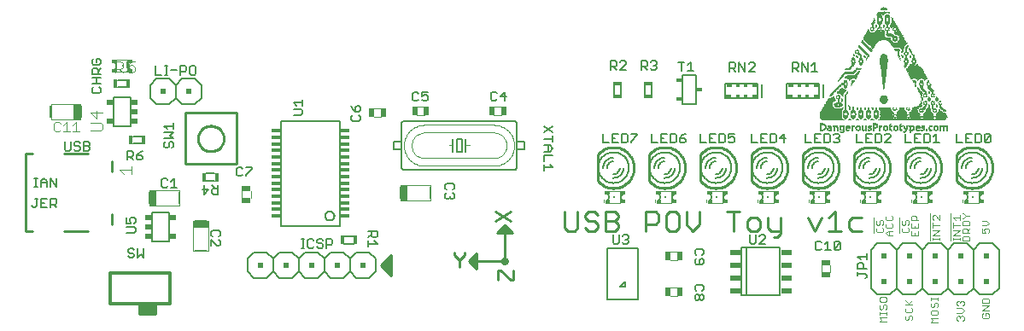
<source format=gto>
G75*
G70*
%OFA0B0*%
%FSLAX24Y24*%
%IPPOS*%
%LPD*%
%AMOC8*
5,1,8,0,0,1.08239X$1,22.5*
%
%ADD10C,0.0100*%
%ADD11C,0.0050*%
%ADD12C,0.0040*%
%ADD13C,0.0110*%
%ADD14R,0.0160X0.0340*%
%ADD15C,0.0060*%
%ADD16R,0.0079X0.0472*%
%ADD17R,0.0256X0.0591*%
%ADD18R,0.0472X0.0079*%
%ADD19R,0.0591X0.0256*%
%ADD20R,0.0200X0.0200*%
%ADD21R,0.0368X0.0128*%
%ADD22C,0.0020*%
%ADD23R,0.0197X0.0374*%
%ADD24R,0.0197X0.0374*%
%ADD25R,0.0374X0.0197*%
%ADD26R,0.0374X0.0197*%
%ADD27C,0.0080*%
%ADD28R,0.0236X0.0118*%
%ADD29R,0.0157X0.0118*%
%ADD30R,0.0197X0.0118*%
%ADD31R,0.0039X0.0551*%
%ADD32R,0.0079X0.0551*%
%ADD33R,0.0079X0.0039*%
%ADD34R,0.0197X0.0128*%
%ADD35R,0.0098X0.0059*%
%ADD36R,0.0069X0.0157*%
%ADD37R,0.0079X0.0079*%
%ADD38R,0.0118X0.0118*%
%ADD39R,0.0030X0.0128*%
%ADD40R,0.0433X0.0193*%
%ADD41R,0.0230X0.0180*%
%ADD42R,0.0340X0.0160*%
%ADD43C,0.0086*%
%ADD44R,0.0256X0.0197*%
%ADD45C,0.0030*%
%ADD46C,0.0120*%
%ADD47R,0.0150X0.0010*%
%ADD48R,0.0070X0.0010*%
%ADD49R,0.0160X0.0010*%
%ADD50R,0.0080X0.0010*%
%ADD51R,0.0170X0.0010*%
%ADD52R,0.0090X0.0010*%
%ADD53R,0.0040X0.0010*%
%ADD54R,0.0100X0.0010*%
%ADD55R,0.0010X0.0010*%
%ADD56R,0.0060X0.0010*%
%ADD57R,0.0130X0.0010*%
%ADD58R,0.0050X0.0010*%
%ADD59R,0.0110X0.0010*%
%ADD60R,0.0140X0.0010*%
%ADD61R,0.0120X0.0010*%
%ADD62R,0.0190X0.0010*%
%ADD63R,0.0180X0.0010*%
%ADD64R,0.0210X0.0010*%
%ADD65R,0.0220X0.0010*%
%ADD66R,0.0200X0.0010*%
%ADD67R,0.0030X0.0010*%
%ADD68R,0.0020X0.0010*%
%ADD69R,0.0310X0.0010*%
%ADD70R,0.0780X0.0010*%
%ADD71R,0.1640X0.0010*%
%ADD72R,0.0380X0.0010*%
%ADD73R,0.0260X0.0010*%
%ADD74R,0.0800X0.0010*%
%ADD75R,0.1610X0.0010*%
%ADD76R,0.0360X0.0010*%
%ADD77R,0.0290X0.0010*%
%ADD78R,0.0820X0.0010*%
%ADD79R,0.1590X0.0010*%
%ADD80R,0.0340X0.0010*%
%ADD81R,0.0840X0.0010*%
%ADD82R,0.1570X0.0010*%
%ADD83R,0.0330X0.0010*%
%ADD84R,0.0320X0.0010*%
%ADD85R,0.1550X0.0010*%
%ADD86R,0.0300X0.0010*%
%ADD87R,0.0850X0.0010*%
%ADD88R,0.1080X0.0010*%
%ADD89R,0.0520X0.0010*%
%ADD90R,0.0450X0.0010*%
%ADD91R,0.0420X0.0010*%
%ADD92R,0.0540X0.0010*%
%ADD93R,0.0410X0.0010*%
%ADD94R,0.0430X0.0010*%
%ADD95R,0.0860X0.0010*%
%ADD96R,0.0530X0.0010*%
%ADD97R,0.0390X0.0010*%
%ADD98R,0.0510X0.0010*%
%ADD99R,0.0400X0.0010*%
%ADD100R,0.0500X0.0010*%
%ADD101R,0.0480X0.0010*%
%ADD102R,0.0370X0.0010*%
%ADD103R,0.0440X0.0010*%
%ADD104R,0.0870X0.0010*%
%ADD105R,0.0350X0.0010*%
%ADD106R,0.0490X0.0010*%
%ADD107R,0.0230X0.0010*%
%ADD108R,0.0270X0.0010*%
%ADD109R,0.0240X0.0010*%
%ADD110R,0.0830X0.0010*%
%ADD111R,0.0280X0.0010*%
%ADD112R,0.0810X0.0010*%
%ADD113R,0.0470X0.0010*%
%ADD114R,0.0250X0.0010*%
%ADD115R,0.0460X0.0010*%
%ADD116R,0.0640X0.0010*%
%ADD117R,0.0630X0.0010*%
%ADD118R,0.0620X0.0010*%
%ADD119R,0.0610X0.0010*%
%ADD120R,0.0590X0.0010*%
%ADD121R,0.0580X0.0010*%
%ADD122R,0.0560X0.0010*%
%ADD123R,0.0550X0.0010*%
%ADD124R,0.0570X0.0010*%
%ADD125R,0.0650X0.0010*%
%ADD126R,0.0680X0.0010*%
%ADD127R,0.0720X0.0010*%
%ADD128R,0.1060X0.0010*%
%ADD129R,0.1070X0.0010*%
%ADD130R,0.1050X0.0010*%
%ADD131R,0.0920X0.0010*%
%ADD132R,0.0890X0.0010*%
%ADD133R,0.0770X0.0010*%
%ADD134R,0.0760X0.0010*%
%ADD135R,0.0750X0.0010*%
%ADD136R,0.0740X0.0010*%
%ADD137R,0.0730X0.0010*%
D10*
X015664Y005854D02*
X016064Y005454D01*
X016064Y006254D01*
X015664Y005854D01*
X015677Y005867D02*
X016064Y005867D01*
X016064Y005965D02*
X015775Y005965D01*
X015874Y006064D02*
X016064Y006064D01*
X016064Y006162D02*
X015973Y006162D01*
X016064Y005768D02*
X015750Y005768D01*
X015849Y005670D02*
X016064Y005670D01*
X016064Y005571D02*
X015947Y005571D01*
X016046Y005473D02*
X016064Y005473D01*
X019078Y006020D02*
X019378Y005720D01*
X019378Y006320D01*
X019078Y006020D01*
X020478Y006020D01*
X020378Y006020D02*
X020380Y006040D01*
X020386Y006058D01*
X020395Y006076D01*
X020407Y006091D01*
X020422Y006103D01*
X020440Y006112D01*
X020458Y006118D01*
X020478Y006120D01*
X020498Y006118D01*
X020516Y006112D01*
X020534Y006103D01*
X020549Y006091D01*
X020561Y006076D01*
X020570Y006058D01*
X020576Y006040D01*
X020578Y006020D01*
X020576Y006000D01*
X020570Y005982D01*
X020561Y005964D01*
X020549Y005949D01*
X020534Y005937D01*
X020516Y005928D01*
X020498Y005922D01*
X020478Y005920D01*
X020458Y005922D01*
X020440Y005928D01*
X020422Y005937D01*
X020407Y005949D01*
X020395Y005964D01*
X020386Y005982D01*
X020380Y006000D01*
X020378Y006020D01*
X020478Y006020D02*
X020478Y007420D01*
X020178Y007120D01*
X020778Y007120D01*
X020478Y007420D01*
X020403Y007345D02*
X020553Y007345D01*
X020651Y007246D02*
X020305Y007246D01*
X020206Y007148D02*
X020750Y007148D01*
X022826Y007328D02*
X022826Y007962D01*
X023333Y007962D02*
X023333Y007328D01*
X023206Y007201D01*
X022953Y007201D01*
X022826Y007328D01*
X023618Y007328D02*
X023745Y007201D01*
X023998Y007201D01*
X024125Y007328D01*
X024125Y007455D01*
X023998Y007581D01*
X023745Y007581D01*
X023618Y007708D01*
X023618Y007835D01*
X023745Y007962D01*
X023998Y007962D01*
X024125Y007835D01*
X024410Y007962D02*
X024790Y007962D01*
X024917Y007835D01*
X024917Y007708D01*
X024790Y007581D01*
X024410Y007581D01*
X024790Y007581D02*
X024917Y007455D01*
X024917Y007328D01*
X024790Y007201D01*
X024410Y007201D01*
X024410Y007962D01*
X025994Y007962D02*
X026374Y007962D01*
X026501Y007835D01*
X026501Y007581D01*
X026374Y007455D01*
X025994Y007455D01*
X025994Y007201D02*
X025994Y007962D01*
X026785Y007835D02*
X026785Y007328D01*
X026912Y007201D01*
X027166Y007201D01*
X027293Y007328D01*
X027293Y007835D01*
X027166Y007962D01*
X026912Y007962D01*
X026785Y007835D01*
X027577Y007962D02*
X027577Y007455D01*
X027831Y007201D01*
X028084Y007455D01*
X028084Y007962D01*
X029161Y007962D02*
X029668Y007962D01*
X029415Y007962D02*
X029415Y007201D01*
X029953Y007328D02*
X030080Y007201D01*
X030333Y007201D01*
X030460Y007328D01*
X030460Y007581D01*
X030333Y007708D01*
X030080Y007708D01*
X029953Y007581D01*
X029953Y007328D01*
X030745Y007328D02*
X030871Y007201D01*
X031252Y007201D01*
X031252Y007074D02*
X031125Y006948D01*
X030998Y006948D01*
X031252Y007074D02*
X031252Y007708D01*
X030745Y007708D02*
X030745Y007328D01*
X032328Y007708D02*
X032582Y007201D01*
X032835Y007708D01*
X033120Y007708D02*
X033374Y007962D01*
X033374Y007201D01*
X033627Y007201D02*
X033120Y007201D01*
X033912Y007328D02*
X034039Y007201D01*
X034419Y007201D01*
X033912Y007328D02*
X033912Y007581D01*
X034039Y007708D01*
X034419Y007708D01*
X034108Y009170D02*
X034108Y010170D01*
X035409Y010089D02*
X035437Y010041D01*
X035461Y009992D01*
X035481Y009940D01*
X035498Y009888D01*
X035511Y009834D01*
X035520Y009780D01*
X035526Y009725D01*
X035528Y009670D01*
X035423Y010067D02*
X035393Y010115D01*
X035360Y010160D01*
X035324Y010203D01*
X035286Y010244D01*
X035244Y010281D01*
X035200Y010316D01*
X035154Y010347D01*
X035105Y010376D01*
X035055Y010400D01*
X035003Y010421D01*
X034949Y010439D01*
X034895Y010452D01*
X034840Y010462D01*
X034784Y010468D01*
X034728Y010470D01*
X036108Y010170D02*
X036108Y009170D01*
X036728Y008870D02*
X036782Y008872D01*
X036836Y008877D01*
X036889Y008886D01*
X036942Y008899D01*
X036993Y008915D01*
X037043Y008935D01*
X037092Y008958D01*
X037140Y008984D01*
X037185Y009013D01*
X037228Y009046D01*
X037269Y009081D01*
X037308Y009119D01*
X037344Y009159D01*
X037377Y009202D01*
X037407Y009247D01*
X037434Y009294D01*
X038108Y009170D02*
X038108Y010170D01*
X039409Y010089D02*
X039437Y010041D01*
X039461Y009992D01*
X039481Y009940D01*
X039498Y009888D01*
X039511Y009834D01*
X039520Y009780D01*
X039526Y009725D01*
X039528Y009670D01*
X039423Y010067D02*
X039393Y010115D01*
X039360Y010160D01*
X039324Y010203D01*
X039286Y010244D01*
X039244Y010281D01*
X039200Y010316D01*
X039154Y010347D01*
X039105Y010376D01*
X039055Y010400D01*
X039003Y010421D01*
X038949Y010439D01*
X038895Y010452D01*
X038840Y010462D01*
X038784Y010468D01*
X038728Y010470D01*
X039528Y009670D02*
X039526Y009614D01*
X039520Y009557D01*
X039510Y009502D01*
X039496Y009447D01*
X039479Y009394D01*
X039457Y009341D01*
X039432Y009291D01*
X038728Y010470D02*
X038675Y010468D01*
X038621Y010463D01*
X038569Y010454D01*
X038517Y010442D01*
X038466Y010426D01*
X038416Y010407D01*
X038367Y010384D01*
X038320Y010358D01*
X038275Y010330D01*
X038232Y010298D01*
X038192Y010264D01*
X038153Y010226D01*
X038117Y010187D01*
X038728Y008870D02*
X038782Y008872D01*
X038836Y008877D01*
X038889Y008886D01*
X038942Y008899D01*
X038993Y008915D01*
X039043Y008935D01*
X039092Y008958D01*
X039140Y008984D01*
X039185Y009013D01*
X039228Y009046D01*
X039269Y009081D01*
X039308Y009119D01*
X039344Y009159D01*
X039377Y009202D01*
X039407Y009247D01*
X039434Y009294D01*
X038728Y008870D02*
X038674Y008872D01*
X038621Y008877D01*
X038567Y008886D01*
X038515Y008899D01*
X038464Y008915D01*
X038413Y008935D01*
X038364Y008957D01*
X038317Y008983D01*
X038272Y009013D01*
X038229Y009045D01*
X038188Y009080D01*
X038149Y009118D01*
X038113Y009158D01*
X037423Y010067D02*
X037393Y010115D01*
X037360Y010160D01*
X037324Y010203D01*
X037286Y010244D01*
X037244Y010281D01*
X037200Y010316D01*
X037154Y010347D01*
X037105Y010376D01*
X037055Y010400D01*
X037003Y010421D01*
X036949Y010439D01*
X036895Y010452D01*
X036840Y010462D01*
X036784Y010468D01*
X036728Y010470D01*
X037409Y010089D02*
X037437Y010041D01*
X037461Y009992D01*
X037481Y009940D01*
X037498Y009888D01*
X037511Y009834D01*
X037520Y009780D01*
X037526Y009725D01*
X037528Y009670D01*
X037526Y009614D01*
X037520Y009557D01*
X037510Y009502D01*
X037496Y009447D01*
X037479Y009394D01*
X037457Y009341D01*
X037432Y009291D01*
X036728Y010470D02*
X036675Y010468D01*
X036621Y010463D01*
X036569Y010454D01*
X036517Y010442D01*
X036466Y010426D01*
X036416Y010407D01*
X036367Y010384D01*
X036320Y010358D01*
X036275Y010330D01*
X036232Y010298D01*
X036192Y010264D01*
X036153Y010226D01*
X036117Y010187D01*
X036113Y009158D02*
X036149Y009118D01*
X036188Y009080D01*
X036229Y009045D01*
X036272Y009013D01*
X036317Y008983D01*
X036364Y008957D01*
X036413Y008935D01*
X036464Y008915D01*
X036515Y008899D01*
X036567Y008886D01*
X036621Y008877D01*
X036674Y008872D01*
X036728Y008870D01*
X035432Y009291D02*
X035457Y009341D01*
X035479Y009394D01*
X035496Y009447D01*
X035510Y009502D01*
X035520Y009557D01*
X035526Y009614D01*
X035528Y009670D01*
X034728Y010470D02*
X034675Y010468D01*
X034621Y010463D01*
X034569Y010454D01*
X034517Y010442D01*
X034466Y010426D01*
X034416Y010407D01*
X034367Y010384D01*
X034320Y010358D01*
X034275Y010330D01*
X034232Y010298D01*
X034192Y010264D01*
X034153Y010226D01*
X034117Y010187D01*
X034728Y008870D02*
X034782Y008872D01*
X034836Y008877D01*
X034889Y008886D01*
X034942Y008899D01*
X034993Y008915D01*
X035043Y008935D01*
X035092Y008958D01*
X035140Y008984D01*
X035185Y009013D01*
X035228Y009046D01*
X035269Y009081D01*
X035308Y009119D01*
X035344Y009159D01*
X035377Y009202D01*
X035407Y009247D01*
X035434Y009294D01*
X034728Y008870D02*
X034674Y008872D01*
X034621Y008877D01*
X034567Y008886D01*
X034515Y008899D01*
X034464Y008915D01*
X034413Y008935D01*
X034364Y008957D01*
X034317Y008983D01*
X034272Y009013D01*
X034229Y009045D01*
X034188Y009080D01*
X034149Y009118D01*
X034113Y009158D01*
X033423Y010067D02*
X033393Y010115D01*
X033360Y010160D01*
X033324Y010203D01*
X033286Y010244D01*
X033244Y010281D01*
X033200Y010316D01*
X033154Y010347D01*
X033105Y010376D01*
X033055Y010400D01*
X033003Y010421D01*
X032949Y010439D01*
X032895Y010452D01*
X032840Y010462D01*
X032784Y010468D01*
X032728Y010470D01*
X032108Y010170D02*
X032108Y009170D01*
X032728Y008870D02*
X032782Y008872D01*
X032836Y008877D01*
X032889Y008886D01*
X032942Y008899D01*
X032993Y008915D01*
X033043Y008935D01*
X033092Y008958D01*
X033140Y008984D01*
X033185Y009013D01*
X033228Y009046D01*
X033269Y009081D01*
X033308Y009119D01*
X033344Y009159D01*
X033377Y009202D01*
X033407Y009247D01*
X033434Y009294D01*
X033528Y009670D02*
X033526Y009725D01*
X033520Y009780D01*
X033511Y009834D01*
X033498Y009888D01*
X033481Y009940D01*
X033461Y009992D01*
X033437Y010041D01*
X033409Y010089D01*
X033528Y009670D02*
X033526Y009614D01*
X033520Y009557D01*
X033510Y009502D01*
X033496Y009447D01*
X033479Y009394D01*
X033457Y009341D01*
X033432Y009291D01*
X032728Y010470D02*
X032675Y010468D01*
X032621Y010463D01*
X032569Y010454D01*
X032517Y010442D01*
X032466Y010426D01*
X032416Y010407D01*
X032367Y010384D01*
X032320Y010358D01*
X032275Y010330D01*
X032232Y010298D01*
X032192Y010264D01*
X032153Y010226D01*
X032117Y010187D01*
X032113Y009158D02*
X032149Y009118D01*
X032188Y009080D01*
X032229Y009045D01*
X032272Y009013D01*
X032317Y008983D01*
X032364Y008957D01*
X032413Y008935D01*
X032464Y008915D01*
X032515Y008899D01*
X032567Y008886D01*
X032621Y008877D01*
X032674Y008872D01*
X032728Y008870D01*
X031423Y010067D02*
X031393Y010115D01*
X031360Y010160D01*
X031324Y010203D01*
X031286Y010244D01*
X031244Y010281D01*
X031200Y010316D01*
X031154Y010347D01*
X031105Y010376D01*
X031055Y010400D01*
X031003Y010421D01*
X030949Y010439D01*
X030895Y010452D01*
X030840Y010462D01*
X030784Y010468D01*
X030728Y010470D01*
X030108Y010170D02*
X030108Y009170D01*
X030728Y008870D02*
X030782Y008872D01*
X030836Y008877D01*
X030889Y008886D01*
X030942Y008899D01*
X030993Y008915D01*
X031043Y008935D01*
X031092Y008958D01*
X031140Y008984D01*
X031185Y009013D01*
X031228Y009046D01*
X031269Y009081D01*
X031308Y009119D01*
X031344Y009159D01*
X031377Y009202D01*
X031407Y009247D01*
X031434Y009294D01*
X031528Y009670D02*
X031526Y009725D01*
X031520Y009780D01*
X031511Y009834D01*
X031498Y009888D01*
X031481Y009940D01*
X031461Y009992D01*
X031437Y010041D01*
X031409Y010089D01*
X031528Y009670D02*
X031526Y009614D01*
X031520Y009557D01*
X031510Y009502D01*
X031496Y009447D01*
X031479Y009394D01*
X031457Y009341D01*
X031432Y009291D01*
X030728Y010470D02*
X030675Y010468D01*
X030621Y010463D01*
X030569Y010454D01*
X030517Y010442D01*
X030466Y010426D01*
X030416Y010407D01*
X030367Y010384D01*
X030320Y010358D01*
X030275Y010330D01*
X030232Y010298D01*
X030192Y010264D01*
X030153Y010226D01*
X030117Y010187D01*
X030113Y009158D02*
X030149Y009118D01*
X030188Y009080D01*
X030229Y009045D01*
X030272Y009013D01*
X030317Y008983D01*
X030364Y008957D01*
X030413Y008935D01*
X030464Y008915D01*
X030515Y008899D01*
X030567Y008886D01*
X030621Y008877D01*
X030674Y008872D01*
X030728Y008870D01*
X029423Y010067D02*
X029393Y010115D01*
X029360Y010160D01*
X029324Y010203D01*
X029286Y010244D01*
X029244Y010281D01*
X029200Y010316D01*
X029154Y010347D01*
X029105Y010376D01*
X029055Y010400D01*
X029003Y010421D01*
X028949Y010439D01*
X028895Y010452D01*
X028840Y010462D01*
X028784Y010468D01*
X028728Y010470D01*
X028108Y010170D02*
X028108Y009170D01*
X028728Y008870D02*
X028782Y008872D01*
X028836Y008877D01*
X028889Y008886D01*
X028942Y008899D01*
X028993Y008915D01*
X029043Y008935D01*
X029092Y008958D01*
X029140Y008984D01*
X029185Y009013D01*
X029228Y009046D01*
X029269Y009081D01*
X029308Y009119D01*
X029344Y009159D01*
X029377Y009202D01*
X029407Y009247D01*
X029434Y009294D01*
X029528Y009670D02*
X029526Y009725D01*
X029520Y009780D01*
X029511Y009834D01*
X029498Y009888D01*
X029481Y009940D01*
X029461Y009992D01*
X029437Y010041D01*
X029409Y010089D01*
X029528Y009670D02*
X029526Y009614D01*
X029520Y009557D01*
X029510Y009502D01*
X029496Y009447D01*
X029479Y009394D01*
X029457Y009341D01*
X029432Y009291D01*
X028728Y010470D02*
X028675Y010468D01*
X028621Y010463D01*
X028569Y010454D01*
X028517Y010442D01*
X028466Y010426D01*
X028416Y010407D01*
X028367Y010384D01*
X028320Y010358D01*
X028275Y010330D01*
X028232Y010298D01*
X028192Y010264D01*
X028153Y010226D01*
X028117Y010187D01*
X028113Y009158D02*
X028149Y009118D01*
X028188Y009080D01*
X028229Y009045D01*
X028272Y009013D01*
X028317Y008983D01*
X028364Y008957D01*
X028413Y008935D01*
X028464Y008915D01*
X028515Y008899D01*
X028567Y008886D01*
X028621Y008877D01*
X028674Y008872D01*
X028728Y008870D01*
X027423Y010067D02*
X027393Y010115D01*
X027360Y010160D01*
X027324Y010203D01*
X027286Y010244D01*
X027244Y010281D01*
X027200Y010316D01*
X027154Y010347D01*
X027105Y010376D01*
X027055Y010400D01*
X027003Y010421D01*
X026949Y010439D01*
X026895Y010452D01*
X026840Y010462D01*
X026784Y010468D01*
X026728Y010470D01*
X026108Y010170D02*
X026108Y009170D01*
X026728Y008870D02*
X026782Y008872D01*
X026836Y008877D01*
X026889Y008886D01*
X026942Y008899D01*
X026993Y008915D01*
X027043Y008935D01*
X027092Y008958D01*
X027140Y008984D01*
X027185Y009013D01*
X027228Y009046D01*
X027269Y009081D01*
X027308Y009119D01*
X027344Y009159D01*
X027377Y009202D01*
X027407Y009247D01*
X027434Y009294D01*
X027528Y009670D02*
X027526Y009725D01*
X027520Y009780D01*
X027511Y009834D01*
X027498Y009888D01*
X027481Y009940D01*
X027461Y009992D01*
X027437Y010041D01*
X027409Y010089D01*
X027528Y009670D02*
X027526Y009614D01*
X027520Y009557D01*
X027510Y009502D01*
X027496Y009447D01*
X027479Y009394D01*
X027457Y009341D01*
X027432Y009291D01*
X026728Y010470D02*
X026675Y010468D01*
X026621Y010463D01*
X026569Y010454D01*
X026517Y010442D01*
X026466Y010426D01*
X026416Y010407D01*
X026367Y010384D01*
X026320Y010358D01*
X026275Y010330D01*
X026232Y010298D01*
X026192Y010264D01*
X026153Y010226D01*
X026117Y010187D01*
X026113Y009158D02*
X026149Y009118D01*
X026188Y009080D01*
X026229Y009045D01*
X026272Y009013D01*
X026317Y008983D01*
X026364Y008957D01*
X026413Y008935D01*
X026464Y008915D01*
X026515Y008899D01*
X026567Y008886D01*
X026621Y008877D01*
X026674Y008872D01*
X026728Y008870D01*
X025423Y010067D02*
X025393Y010115D01*
X025360Y010160D01*
X025324Y010203D01*
X025286Y010244D01*
X025244Y010281D01*
X025200Y010316D01*
X025154Y010347D01*
X025105Y010376D01*
X025055Y010400D01*
X025003Y010421D01*
X024949Y010439D01*
X024895Y010452D01*
X024840Y010462D01*
X024784Y010468D01*
X024728Y010470D01*
X024108Y010170D02*
X024108Y009170D01*
X024728Y008870D02*
X024782Y008872D01*
X024836Y008877D01*
X024889Y008886D01*
X024942Y008899D01*
X024993Y008915D01*
X025043Y008935D01*
X025092Y008958D01*
X025140Y008984D01*
X025185Y009013D01*
X025228Y009046D01*
X025269Y009081D01*
X025308Y009119D01*
X025344Y009159D01*
X025377Y009202D01*
X025407Y009247D01*
X025434Y009294D01*
X025528Y009670D02*
X025526Y009725D01*
X025520Y009780D01*
X025511Y009834D01*
X025498Y009888D01*
X025481Y009940D01*
X025461Y009992D01*
X025437Y010041D01*
X025409Y010089D01*
X025528Y009670D02*
X025526Y009614D01*
X025520Y009557D01*
X025510Y009502D01*
X025496Y009447D01*
X025479Y009394D01*
X025457Y009341D01*
X025432Y009291D01*
X024728Y010470D02*
X024675Y010468D01*
X024621Y010463D01*
X024569Y010454D01*
X024517Y010442D01*
X024466Y010426D01*
X024416Y010407D01*
X024367Y010384D01*
X024320Y010358D01*
X024275Y010330D01*
X024232Y010298D01*
X024192Y010264D01*
X024153Y010226D01*
X024117Y010187D01*
X024113Y009158D02*
X024149Y009118D01*
X024188Y009080D01*
X024229Y009045D01*
X024272Y009013D01*
X024317Y008983D01*
X024364Y008957D01*
X024413Y008935D01*
X024464Y008915D01*
X024515Y008899D01*
X024567Y008886D01*
X024621Y008877D01*
X024674Y008872D01*
X024728Y008870D01*
X019378Y006261D02*
X019319Y006261D01*
X019378Y006162D02*
X019221Y006162D01*
X019122Y006064D02*
X019378Y006064D01*
X019378Y005965D02*
X019132Y005965D01*
X019231Y005867D02*
X019378Y005867D01*
X019378Y005768D02*
X019329Y005768D01*
X005153Y007448D02*
X005153Y007842D01*
X004228Y007172D02*
X003283Y007172D01*
X002063Y007172D02*
X001787Y007172D01*
X001787Y010204D01*
X002063Y010204D01*
X003283Y010204D02*
X004228Y010204D01*
X005153Y009928D02*
X005153Y009535D01*
D11*
X005740Y009976D02*
X005740Y010326D01*
X005915Y010326D01*
X005973Y010268D01*
X005973Y010151D01*
X005915Y010093D01*
X005740Y010093D01*
X005856Y010093D02*
X005973Y009976D01*
X006108Y010035D02*
X006108Y010151D01*
X006283Y010151D01*
X006341Y010093D01*
X006341Y010035D01*
X006283Y009976D01*
X006166Y009976D01*
X006108Y010035D01*
X006108Y010151D02*
X006225Y010268D01*
X006341Y010326D01*
X007198Y010498D02*
X007198Y010614D01*
X007257Y010673D01*
X007373Y010614D02*
X007432Y010673D01*
X007490Y010673D01*
X007548Y010614D01*
X007548Y010498D01*
X007490Y010439D01*
X007373Y010498D02*
X007373Y010614D01*
X007373Y010498D02*
X007315Y010439D01*
X007257Y010439D01*
X007198Y010498D01*
X007198Y010807D02*
X007548Y010807D01*
X007432Y010924D01*
X007548Y011041D01*
X007198Y011041D01*
X007315Y011176D02*
X007198Y011293D01*
X007548Y011293D01*
X007548Y011409D02*
X007548Y011176D01*
X004274Y010620D02*
X004274Y010562D01*
X004216Y010504D01*
X004041Y010504D01*
X003906Y010445D02*
X003906Y010387D01*
X003848Y010329D01*
X003731Y010329D01*
X003672Y010387D01*
X003731Y010504D02*
X003848Y010504D01*
X003906Y010445D01*
X003906Y010620D02*
X003848Y010679D01*
X003731Y010679D01*
X003672Y010620D01*
X003672Y010562D01*
X003731Y010504D01*
X003538Y010387D02*
X003479Y010329D01*
X003362Y010329D01*
X003304Y010387D01*
X003304Y010679D01*
X003538Y010679D02*
X003538Y010387D01*
X004041Y010329D02*
X004216Y010329D01*
X004274Y010387D01*
X004274Y010445D01*
X004216Y010504D01*
X004274Y010620D02*
X004216Y010679D01*
X004041Y010679D01*
X004041Y010329D01*
X002976Y009263D02*
X002976Y008913D01*
X002743Y009263D01*
X002743Y008913D01*
X002608Y008913D02*
X002608Y009147D01*
X002491Y009263D01*
X002374Y009147D01*
X002374Y008913D01*
X002246Y008913D02*
X002129Y008913D01*
X002187Y008913D02*
X002187Y009263D01*
X002129Y009263D02*
X002246Y009263D01*
X002374Y009088D02*
X002608Y009088D01*
X002631Y008463D02*
X002397Y008463D01*
X002397Y008113D01*
X002631Y008113D01*
X002766Y008113D02*
X002766Y008463D01*
X002941Y008463D01*
X002999Y008405D01*
X002999Y008288D01*
X002941Y008230D01*
X002766Y008230D01*
X002882Y008230D02*
X002999Y008113D01*
X002514Y008288D02*
X002397Y008288D01*
X002262Y008463D02*
X002146Y008463D01*
X002204Y008463D02*
X002204Y008172D01*
X002146Y008113D01*
X002087Y008113D01*
X002029Y008172D01*
X005726Y007728D02*
X005726Y007494D01*
X005901Y007494D01*
X005843Y007611D01*
X005843Y007670D01*
X005901Y007728D01*
X006018Y007728D01*
X006076Y007670D01*
X006076Y007553D01*
X006018Y007494D01*
X006018Y007360D02*
X005726Y007360D01*
X005726Y007126D02*
X006018Y007126D01*
X006076Y007185D01*
X006076Y007301D01*
X006018Y007360D01*
X005967Y006508D02*
X005850Y006508D01*
X005792Y006449D01*
X005792Y006391D01*
X005850Y006332D01*
X005967Y006332D01*
X006025Y006274D01*
X006025Y006216D01*
X005967Y006157D01*
X005850Y006157D01*
X005792Y006216D01*
X006160Y006157D02*
X006277Y006274D01*
X006394Y006157D01*
X006394Y006508D01*
X006160Y006508D02*
X006160Y006157D01*
X006025Y006449D02*
X005967Y006508D01*
X009023Y006607D02*
X009023Y006841D01*
X009257Y006607D01*
X009315Y006607D01*
X009373Y006665D01*
X009373Y006782D01*
X009315Y006841D01*
X009315Y006975D02*
X009373Y007034D01*
X009373Y007151D01*
X009315Y007209D01*
X009081Y007209D01*
X009023Y007151D01*
X009023Y007034D01*
X009081Y006975D01*
X012549Y006883D02*
X012666Y006883D01*
X012607Y006883D02*
X012607Y006533D01*
X012549Y006533D02*
X012666Y006533D01*
X012794Y006592D02*
X012853Y006533D01*
X012970Y006533D01*
X013028Y006592D01*
X013163Y006592D02*
X013221Y006533D01*
X013338Y006533D01*
X013396Y006592D01*
X013396Y006650D01*
X013338Y006708D01*
X013221Y006708D01*
X013163Y006767D01*
X013163Y006825D01*
X013221Y006883D01*
X013338Y006883D01*
X013396Y006825D01*
X013531Y006883D02*
X013706Y006883D01*
X013765Y006825D01*
X013765Y006708D01*
X013706Y006650D01*
X013531Y006650D01*
X013531Y006533D02*
X013531Y006883D01*
X013028Y006825D02*
X012970Y006883D01*
X012853Y006883D01*
X012794Y006825D01*
X012794Y006592D01*
X015163Y006572D02*
X015163Y006805D01*
X015163Y006688D02*
X015513Y006688D01*
X015397Y006805D01*
X015455Y006940D02*
X015338Y006940D01*
X015280Y006998D01*
X015280Y007173D01*
X015280Y007057D02*
X015163Y006940D01*
X015163Y007173D02*
X015513Y007173D01*
X015513Y006998D01*
X015455Y006940D01*
X018163Y008500D02*
X018163Y008616D01*
X018221Y008675D01*
X018221Y008810D02*
X018163Y008868D01*
X018163Y008985D01*
X018221Y009043D01*
X018455Y009043D01*
X018513Y008985D01*
X018513Y008868D01*
X018455Y008810D01*
X018455Y008675D02*
X018513Y008616D01*
X018513Y008500D01*
X018455Y008441D01*
X018396Y008441D01*
X018338Y008500D01*
X018280Y008441D01*
X018221Y008441D01*
X018163Y008500D01*
X018338Y008500D02*
X018338Y008558D01*
X022013Y009567D02*
X022013Y009800D01*
X022013Y009683D02*
X022363Y009683D01*
X022247Y009800D01*
X022013Y009935D02*
X022013Y010169D01*
X022363Y010169D01*
X022247Y010303D02*
X022013Y010303D01*
X022188Y010303D02*
X022188Y010537D01*
X022247Y010537D02*
X022013Y010537D01*
X022247Y010537D02*
X022363Y010420D01*
X022247Y010303D01*
X022363Y010672D02*
X022363Y010905D01*
X022363Y010788D02*
X022013Y010788D01*
X022013Y011040D02*
X022363Y011273D01*
X022363Y011040D02*
X022013Y011273D01*
X024303Y010995D02*
X024303Y010645D01*
X024536Y010645D01*
X024671Y010645D02*
X024905Y010645D01*
X025040Y010645D02*
X025215Y010645D01*
X025273Y010703D01*
X025273Y010937D01*
X025215Y010995D01*
X025040Y010995D01*
X025040Y010645D01*
X024788Y010820D02*
X024671Y010820D01*
X024671Y010995D02*
X024671Y010645D01*
X024671Y010995D02*
X024905Y010995D01*
X025408Y010995D02*
X025641Y010995D01*
X025641Y010937D01*
X025408Y010703D01*
X025408Y010645D01*
X026203Y010645D02*
X026203Y010995D01*
X026571Y010995D02*
X026571Y010645D01*
X026805Y010645D01*
X026940Y010645D02*
X027115Y010645D01*
X027173Y010703D01*
X027173Y010937D01*
X027115Y010995D01*
X026940Y010995D01*
X026940Y010645D01*
X026688Y010820D02*
X026571Y010820D01*
X026571Y010995D02*
X026805Y010995D01*
X027308Y010820D02*
X027483Y010820D01*
X027541Y010761D01*
X027541Y010703D01*
X027483Y010645D01*
X027366Y010645D01*
X027308Y010703D01*
X027308Y010820D01*
X027425Y010937D01*
X027541Y010995D01*
X028103Y010995D02*
X028103Y010645D01*
X028336Y010645D01*
X028471Y010645D02*
X028705Y010645D01*
X028840Y010645D02*
X029015Y010645D01*
X029073Y010703D01*
X029073Y010937D01*
X029015Y010995D01*
X028840Y010995D01*
X028840Y010645D01*
X028588Y010820D02*
X028471Y010820D01*
X028471Y010995D02*
X028471Y010645D01*
X029208Y010703D02*
X029266Y010645D01*
X029383Y010645D01*
X029441Y010703D01*
X029441Y010820D01*
X029383Y010878D01*
X029325Y010878D01*
X029208Y010820D01*
X029208Y010995D01*
X029441Y010995D01*
X030103Y010995D02*
X030103Y010645D01*
X030336Y010645D01*
X030471Y010645D02*
X030705Y010645D01*
X030840Y010645D02*
X031015Y010645D01*
X031073Y010703D01*
X031073Y010937D01*
X031015Y010995D01*
X030840Y010995D01*
X030840Y010645D01*
X030588Y010820D02*
X030471Y010820D01*
X030471Y010995D02*
X030471Y010645D01*
X030471Y010995D02*
X030705Y010995D01*
X031208Y010820D02*
X031441Y010820D01*
X031383Y010645D02*
X031383Y010995D01*
X031208Y010820D01*
X032203Y010995D02*
X032203Y010645D01*
X032436Y010645D01*
X032571Y010645D02*
X032805Y010645D01*
X032940Y010645D02*
X033115Y010645D01*
X033173Y010703D01*
X033173Y010937D01*
X033115Y010995D01*
X032940Y010995D01*
X032940Y010645D01*
X032688Y010820D02*
X032571Y010820D01*
X032571Y010995D02*
X032571Y010645D01*
X032571Y010995D02*
X032805Y010995D01*
X033308Y010937D02*
X033366Y010995D01*
X033483Y010995D01*
X033541Y010937D01*
X033541Y010878D01*
X033483Y010820D01*
X033541Y010761D01*
X033541Y010703D01*
X033483Y010645D01*
X033366Y010645D01*
X033308Y010703D01*
X033425Y010820D02*
X033483Y010820D01*
X034203Y010995D02*
X034203Y010645D01*
X034436Y010645D01*
X034571Y010645D02*
X034805Y010645D01*
X034940Y010645D02*
X035115Y010645D01*
X035173Y010703D01*
X035173Y010937D01*
X035115Y010995D01*
X034940Y010995D01*
X034940Y010645D01*
X034688Y010820D02*
X034571Y010820D01*
X034571Y010995D02*
X034571Y010645D01*
X035308Y010645D02*
X035541Y010878D01*
X035541Y010937D01*
X035483Y010995D01*
X035366Y010995D01*
X035308Y010937D01*
X034805Y010995D02*
X034571Y010995D01*
X035308Y010645D02*
X035541Y010645D01*
X036103Y010645D02*
X036336Y010645D01*
X036471Y010645D02*
X036705Y010645D01*
X036840Y010645D02*
X037015Y010645D01*
X037073Y010703D01*
X037073Y010937D01*
X037015Y010995D01*
X036840Y010995D01*
X036840Y010645D01*
X036588Y010820D02*
X036471Y010820D01*
X036471Y010995D02*
X036471Y010645D01*
X036103Y010645D02*
X036103Y010995D01*
X036471Y010995D02*
X036705Y010995D01*
X037208Y010878D02*
X037325Y010995D01*
X037325Y010645D01*
X037441Y010645D02*
X037208Y010645D01*
X038103Y010645D02*
X038103Y010995D01*
X038471Y010995D02*
X038471Y010645D01*
X038705Y010645D01*
X038840Y010645D02*
X039015Y010645D01*
X039073Y010703D01*
X039073Y010937D01*
X039015Y010995D01*
X038840Y010995D01*
X038840Y010645D01*
X038588Y010820D02*
X038471Y010820D01*
X038471Y010995D02*
X038705Y010995D01*
X039208Y010937D02*
X039266Y010995D01*
X039383Y010995D01*
X039441Y010937D01*
X039208Y010703D01*
X039266Y010645D01*
X039383Y010645D01*
X039441Y010703D01*
X039441Y010937D01*
X039208Y010937D02*
X039208Y010703D01*
X038336Y010645D02*
X038103Y010645D01*
X032686Y013432D02*
X032452Y013432D01*
X032569Y013432D02*
X032569Y013782D01*
X032452Y013666D01*
X032317Y013782D02*
X032317Y013432D01*
X032084Y013782D01*
X032084Y013432D01*
X031949Y013432D02*
X031832Y013549D01*
X031891Y013549D02*
X031716Y013549D01*
X031716Y013432D02*
X031716Y013782D01*
X031891Y013782D01*
X031949Y013724D01*
X031949Y013607D01*
X031891Y013549D01*
X030236Y013432D02*
X030002Y013432D01*
X030236Y013666D01*
X030236Y013724D01*
X030177Y013782D01*
X030061Y013782D01*
X030002Y013724D01*
X029867Y013782D02*
X029867Y013432D01*
X029634Y013782D01*
X029634Y013432D01*
X029499Y013432D02*
X029382Y013549D01*
X029441Y013549D02*
X029266Y013549D01*
X029266Y013432D02*
X029266Y013782D01*
X029441Y013782D01*
X029499Y013724D01*
X029499Y013607D01*
X029441Y013549D01*
X027938Y013280D02*
X027938Y012160D01*
X027418Y012160D01*
X027418Y013280D01*
X027938Y013280D01*
X027855Y013445D02*
X027621Y013445D01*
X027738Y013445D02*
X027738Y013795D01*
X027621Y013678D01*
X027486Y013795D02*
X027253Y013795D01*
X027370Y013795D02*
X027370Y013445D01*
X026405Y013553D02*
X026346Y013495D01*
X026230Y013495D01*
X026171Y013553D01*
X026036Y013495D02*
X025920Y013611D01*
X025978Y013611D02*
X025803Y013611D01*
X025803Y013495D02*
X025803Y013845D01*
X025978Y013845D01*
X026036Y013787D01*
X026036Y013670D01*
X025978Y013611D01*
X026171Y013787D02*
X026230Y013845D01*
X026346Y013845D01*
X026405Y013787D01*
X026405Y013728D01*
X026346Y013670D01*
X026405Y013611D01*
X026405Y013553D01*
X026346Y013670D02*
X026288Y013670D01*
X025205Y013728D02*
X024971Y013495D01*
X025205Y013495D01*
X025205Y013728D02*
X025205Y013787D01*
X025146Y013845D01*
X025030Y013845D01*
X024971Y013787D01*
X024836Y013787D02*
X024778Y013845D01*
X024603Y013845D01*
X024603Y013495D01*
X024603Y013611D02*
X024778Y013611D01*
X024836Y013670D01*
X024836Y013787D01*
X024720Y013611D02*
X024836Y013495D01*
X020541Y012454D02*
X020307Y012454D01*
X020483Y012629D01*
X020483Y012279D01*
X020173Y012337D02*
X020114Y012279D01*
X019998Y012279D01*
X019939Y012337D01*
X019939Y012571D01*
X019998Y012629D01*
X020114Y012629D01*
X020173Y012571D01*
X017478Y012624D02*
X017245Y012624D01*
X017245Y012449D01*
X017362Y012507D01*
X017420Y012507D01*
X017478Y012449D01*
X017478Y012332D01*
X017420Y012273D01*
X017303Y012273D01*
X017245Y012332D01*
X017110Y012332D02*
X017052Y012273D01*
X016935Y012273D01*
X016877Y012332D01*
X016877Y012565D01*
X016935Y012624D01*
X017052Y012624D01*
X017110Y012565D01*
X014839Y012022D02*
X014781Y012081D01*
X014722Y012081D01*
X014664Y012022D01*
X014664Y011847D01*
X014781Y011847D01*
X014839Y011906D01*
X014839Y012022D01*
X014664Y011847D02*
X014547Y011964D01*
X014489Y012081D01*
X014547Y011712D02*
X014489Y011654D01*
X014489Y011537D01*
X014547Y011479D01*
X014781Y011479D01*
X014839Y011537D01*
X014839Y011654D01*
X014781Y011712D01*
X012589Y011787D02*
X012589Y011904D01*
X012531Y011962D01*
X012239Y011962D01*
X012356Y012097D02*
X012239Y012214D01*
X012589Y012214D01*
X012589Y012097D02*
X012589Y012331D01*
X012589Y011787D02*
X012531Y011729D01*
X012239Y011729D01*
X008430Y013355D02*
X008372Y013296D01*
X008255Y013296D01*
X008197Y013355D01*
X008197Y013588D01*
X008255Y013646D01*
X008372Y013646D01*
X008430Y013588D01*
X008430Y013355D01*
X008062Y013471D02*
X008062Y013588D01*
X008003Y013646D01*
X007828Y013646D01*
X007828Y013296D01*
X007828Y013413D02*
X008003Y013413D01*
X008062Y013471D01*
X007694Y013471D02*
X007460Y013471D01*
X007331Y013296D02*
X007214Y013296D01*
X007273Y013296D02*
X007273Y013646D01*
X007331Y013646D02*
X007214Y013646D01*
X006846Y013646D02*
X006846Y013296D01*
X007080Y013296D01*
X004726Y013313D02*
X004376Y013313D01*
X004376Y013488D01*
X004434Y013546D01*
X004551Y013546D01*
X004609Y013488D01*
X004609Y013313D01*
X004609Y013430D02*
X004726Y013546D01*
X004668Y013681D02*
X004726Y013739D01*
X004726Y013856D01*
X004668Y013915D01*
X004551Y013915D01*
X004551Y013798D01*
X004434Y013915D02*
X004376Y013856D01*
X004376Y013739D01*
X004434Y013681D01*
X004668Y013681D01*
X004726Y013178D02*
X004376Y013178D01*
X004551Y013178D02*
X004551Y012944D01*
X004726Y012944D02*
X004376Y012944D01*
X004434Y012810D02*
X004376Y012751D01*
X004376Y012635D01*
X004434Y012576D01*
X004668Y012576D01*
X004726Y012635D01*
X004726Y012751D01*
X004668Y012810D01*
X010023Y009631D02*
X010082Y009689D01*
X010199Y009689D01*
X010257Y009631D01*
X010392Y009689D02*
X010625Y009689D01*
X010625Y009631D01*
X010392Y009398D01*
X010392Y009339D01*
X010257Y009398D02*
X010199Y009339D01*
X010082Y009339D01*
X010023Y009398D01*
X010023Y009631D01*
X009289Y008979D02*
X009289Y008629D01*
X009114Y008629D01*
X009056Y008687D01*
X009056Y008804D01*
X009114Y008862D01*
X009289Y008862D01*
X009172Y008862D02*
X009056Y008979D01*
X008921Y008804D02*
X008687Y008804D01*
X008746Y008979D02*
X008746Y008629D01*
X008921Y008804D01*
X007701Y008897D02*
X007467Y008897D01*
X007584Y008897D02*
X007584Y009247D01*
X007467Y009131D01*
X007333Y009189D02*
X007274Y009247D01*
X007157Y009247D01*
X007099Y009189D01*
X007099Y008955D01*
X007157Y008897D01*
X007274Y008897D01*
X007333Y008955D01*
X024487Y006504D02*
X024487Y004535D01*
X024920Y004535D01*
X025235Y004535D02*
X025669Y004535D01*
X025669Y004575D01*
X025669Y004535D02*
X025669Y006504D01*
X025669Y006465D01*
X025669Y006504D02*
X025235Y006504D01*
X025246Y006695D02*
X025130Y006695D01*
X025071Y006753D01*
X024936Y006753D02*
X024936Y007045D01*
X025071Y006987D02*
X025130Y007045D01*
X025246Y007045D01*
X025305Y006987D01*
X025305Y006928D01*
X025246Y006870D01*
X025305Y006811D01*
X025305Y006753D01*
X025246Y006695D01*
X025246Y006870D02*
X025188Y006870D01*
X024936Y006753D02*
X024878Y006695D01*
X024761Y006695D01*
X024703Y006753D01*
X024703Y007045D01*
X024487Y006504D02*
X024487Y006465D01*
X024487Y006504D02*
X024920Y006504D01*
X024487Y006504D02*
X025669Y006504D01*
X027903Y006436D02*
X027903Y006320D01*
X027961Y006261D01*
X027961Y006126D02*
X027903Y006068D01*
X027903Y005951D01*
X027961Y005893D01*
X028195Y005893D01*
X028253Y005951D01*
X028253Y006068D01*
X028195Y006126D01*
X028136Y006126D01*
X028078Y006068D01*
X028078Y005893D01*
X028195Y006261D02*
X028253Y006320D01*
X028253Y006436D01*
X028195Y006495D01*
X027961Y006495D01*
X027903Y006436D01*
X030053Y006753D02*
X030111Y006695D01*
X030228Y006695D01*
X030286Y006753D01*
X030286Y007045D01*
X030421Y006987D02*
X030480Y007045D01*
X030596Y007045D01*
X030655Y006987D01*
X030655Y006928D01*
X030421Y006695D01*
X030655Y006695D01*
X030053Y006753D02*
X030053Y007045D01*
X032603Y006737D02*
X032603Y006503D01*
X032661Y006445D01*
X032778Y006445D01*
X032836Y006503D01*
X032971Y006445D02*
X033205Y006445D01*
X033088Y006445D02*
X033088Y006795D01*
X032971Y006678D01*
X032836Y006737D02*
X032778Y006795D01*
X032661Y006795D01*
X032603Y006737D01*
X033340Y006737D02*
X033340Y006503D01*
X033573Y006737D01*
X033573Y006503D01*
X033515Y006445D01*
X033398Y006445D01*
X033340Y006503D01*
X033340Y006737D02*
X033398Y006795D01*
X033515Y006795D01*
X033573Y006737D01*
X034253Y006198D02*
X034603Y006198D01*
X034603Y006081D02*
X034603Y006315D01*
X034369Y006081D02*
X034253Y006198D01*
X034311Y005946D02*
X034428Y005946D01*
X034486Y005888D01*
X034486Y005713D01*
X034603Y005713D02*
X034253Y005713D01*
X034253Y005888D01*
X034311Y005946D01*
X034253Y005578D02*
X034253Y005461D01*
X034253Y005520D02*
X034545Y005520D01*
X034603Y005461D01*
X034603Y005403D01*
X034545Y005345D01*
X028253Y005036D02*
X028253Y004920D01*
X028195Y004861D01*
X028195Y004726D02*
X028136Y004726D01*
X028078Y004668D01*
X028078Y004551D01*
X028020Y004493D01*
X027961Y004493D01*
X027903Y004551D01*
X027903Y004668D01*
X027961Y004726D01*
X028020Y004726D01*
X028078Y004668D01*
X028078Y004551D02*
X028136Y004493D01*
X028195Y004493D01*
X028253Y004551D01*
X028253Y004668D01*
X028195Y004726D01*
X027961Y004861D02*
X027903Y004920D01*
X027903Y005036D01*
X027961Y005095D01*
X028195Y005095D01*
X028253Y005036D01*
X025669Y004535D02*
X024487Y004535D01*
X024487Y004575D01*
X024999Y005008D02*
X025196Y005205D01*
X025196Y005008D01*
X024999Y005008D01*
X026203Y010645D02*
X026436Y010645D01*
X028471Y010995D02*
X028705Y010995D01*
D12*
X028571Y008746D02*
X028985Y008746D01*
X029142Y008657D02*
X029120Y008652D01*
X029100Y008644D01*
X029082Y008633D01*
X029065Y008618D01*
X029051Y008602D01*
X029039Y008583D01*
X029031Y008563D01*
X029026Y008542D01*
X029024Y008520D01*
X029026Y008498D01*
X029031Y008477D01*
X029039Y008457D01*
X029051Y008438D01*
X029065Y008422D01*
X029082Y008407D01*
X029100Y008396D01*
X029120Y008388D01*
X029142Y008383D01*
X028975Y008293D02*
X028414Y008293D01*
X028402Y008343D02*
X028404Y008355D01*
X028409Y008366D01*
X028417Y008375D01*
X028428Y008381D01*
X028440Y008384D01*
X028452Y008383D01*
X028464Y008379D01*
X028473Y008371D01*
X028480Y008361D01*
X028484Y008349D01*
X028484Y008337D01*
X028480Y008325D01*
X028473Y008315D01*
X028463Y008307D01*
X028452Y008303D01*
X028440Y008302D01*
X028428Y008305D01*
X028417Y008311D01*
X028409Y008320D01*
X028404Y008331D01*
X028402Y008343D01*
X028413Y008383D02*
X028435Y008388D01*
X028455Y008396D01*
X028473Y008407D01*
X028490Y008422D01*
X028504Y008438D01*
X028516Y008457D01*
X028524Y008477D01*
X028529Y008498D01*
X028531Y008520D01*
X028529Y008542D01*
X028524Y008563D01*
X028516Y008583D01*
X028504Y008602D01*
X028490Y008618D01*
X028473Y008633D01*
X028455Y008644D01*
X028435Y008652D01*
X028413Y008657D01*
X027142Y008657D02*
X027120Y008652D01*
X027100Y008644D01*
X027082Y008633D01*
X027065Y008618D01*
X027051Y008602D01*
X027039Y008583D01*
X027031Y008563D01*
X027026Y008542D01*
X027024Y008520D01*
X027026Y008498D01*
X027031Y008477D01*
X027039Y008457D01*
X027051Y008438D01*
X027065Y008422D01*
X027082Y008407D01*
X027100Y008396D01*
X027120Y008388D01*
X027142Y008383D01*
X026975Y008293D02*
X026414Y008293D01*
X026402Y008343D02*
X026404Y008355D01*
X026409Y008366D01*
X026417Y008375D01*
X026428Y008381D01*
X026440Y008384D01*
X026452Y008383D01*
X026464Y008379D01*
X026473Y008371D01*
X026480Y008361D01*
X026484Y008349D01*
X026484Y008337D01*
X026480Y008325D01*
X026473Y008315D01*
X026463Y008307D01*
X026452Y008303D01*
X026440Y008302D01*
X026428Y008305D01*
X026417Y008311D01*
X026409Y008320D01*
X026404Y008331D01*
X026402Y008343D01*
X026413Y008383D02*
X026435Y008388D01*
X026455Y008396D01*
X026473Y008407D01*
X026490Y008422D01*
X026504Y008438D01*
X026516Y008457D01*
X026524Y008477D01*
X026529Y008498D01*
X026531Y008520D01*
X026529Y008542D01*
X026524Y008563D01*
X026516Y008583D01*
X026504Y008602D01*
X026490Y008618D01*
X026473Y008633D01*
X026455Y008644D01*
X026435Y008652D01*
X026413Y008657D01*
X026571Y008746D02*
X026985Y008746D01*
X025142Y008657D02*
X025120Y008652D01*
X025100Y008644D01*
X025082Y008633D01*
X025065Y008618D01*
X025051Y008602D01*
X025039Y008583D01*
X025031Y008563D01*
X025026Y008542D01*
X025024Y008520D01*
X025026Y008498D01*
X025031Y008477D01*
X025039Y008457D01*
X025051Y008438D01*
X025065Y008422D01*
X025082Y008407D01*
X025100Y008396D01*
X025120Y008388D01*
X025142Y008383D01*
X024975Y008293D02*
X024414Y008293D01*
X024402Y008343D02*
X024404Y008355D01*
X024409Y008366D01*
X024417Y008375D01*
X024428Y008381D01*
X024440Y008384D01*
X024452Y008383D01*
X024464Y008379D01*
X024473Y008371D01*
X024480Y008361D01*
X024484Y008349D01*
X024484Y008337D01*
X024480Y008325D01*
X024473Y008315D01*
X024463Y008307D01*
X024452Y008303D01*
X024440Y008302D01*
X024428Y008305D01*
X024417Y008311D01*
X024409Y008320D01*
X024404Y008331D01*
X024402Y008343D01*
X024413Y008383D02*
X024435Y008388D01*
X024455Y008396D01*
X024473Y008407D01*
X024490Y008422D01*
X024504Y008438D01*
X024516Y008457D01*
X024524Y008477D01*
X024529Y008498D01*
X024531Y008520D01*
X024529Y008542D01*
X024524Y008563D01*
X024516Y008583D01*
X024504Y008602D01*
X024490Y008618D01*
X024473Y008633D01*
X024455Y008644D01*
X024435Y008652D01*
X024413Y008657D01*
X024571Y008746D02*
X024985Y008746D01*
X030413Y008657D02*
X030435Y008652D01*
X030455Y008644D01*
X030473Y008633D01*
X030490Y008618D01*
X030504Y008602D01*
X030516Y008583D01*
X030524Y008563D01*
X030529Y008542D01*
X030531Y008520D01*
X030529Y008498D01*
X030524Y008477D01*
X030516Y008457D01*
X030504Y008438D01*
X030490Y008422D01*
X030473Y008407D01*
X030455Y008396D01*
X030435Y008388D01*
X030413Y008383D01*
X030402Y008343D02*
X030404Y008355D01*
X030409Y008366D01*
X030417Y008375D01*
X030428Y008381D01*
X030440Y008384D01*
X030452Y008383D01*
X030464Y008379D01*
X030473Y008371D01*
X030480Y008361D01*
X030484Y008349D01*
X030484Y008337D01*
X030480Y008325D01*
X030473Y008315D01*
X030463Y008307D01*
X030452Y008303D01*
X030440Y008302D01*
X030428Y008305D01*
X030417Y008311D01*
X030409Y008320D01*
X030404Y008331D01*
X030402Y008343D01*
X030414Y008293D02*
X030975Y008293D01*
X031142Y008383D02*
X031120Y008388D01*
X031100Y008396D01*
X031082Y008407D01*
X031065Y008422D01*
X031051Y008438D01*
X031039Y008457D01*
X031031Y008477D01*
X031026Y008498D01*
X031024Y008520D01*
X031026Y008542D01*
X031031Y008563D01*
X031039Y008583D01*
X031051Y008602D01*
X031065Y008618D01*
X031082Y008633D01*
X031100Y008644D01*
X031120Y008652D01*
X031142Y008657D01*
X030985Y008746D02*
X030571Y008746D01*
X032413Y008657D02*
X032435Y008652D01*
X032455Y008644D01*
X032473Y008633D01*
X032490Y008618D01*
X032504Y008602D01*
X032516Y008583D01*
X032524Y008563D01*
X032529Y008542D01*
X032531Y008520D01*
X032529Y008498D01*
X032524Y008477D01*
X032516Y008457D01*
X032504Y008438D01*
X032490Y008422D01*
X032473Y008407D01*
X032455Y008396D01*
X032435Y008388D01*
X032413Y008383D01*
X032402Y008343D02*
X032404Y008355D01*
X032409Y008366D01*
X032417Y008375D01*
X032428Y008381D01*
X032440Y008384D01*
X032452Y008383D01*
X032464Y008379D01*
X032473Y008371D01*
X032480Y008361D01*
X032484Y008349D01*
X032484Y008337D01*
X032480Y008325D01*
X032473Y008315D01*
X032463Y008307D01*
X032452Y008303D01*
X032440Y008302D01*
X032428Y008305D01*
X032417Y008311D01*
X032409Y008320D01*
X032404Y008331D01*
X032402Y008343D01*
X032414Y008293D02*
X032975Y008293D01*
X033142Y008383D02*
X033120Y008388D01*
X033100Y008396D01*
X033082Y008407D01*
X033065Y008422D01*
X033051Y008438D01*
X033039Y008457D01*
X033031Y008477D01*
X033026Y008498D01*
X033024Y008520D01*
X033026Y008542D01*
X033031Y008563D01*
X033039Y008583D01*
X033051Y008602D01*
X033065Y008618D01*
X033082Y008633D01*
X033100Y008644D01*
X033120Y008652D01*
X033142Y008657D01*
X032985Y008746D02*
X032571Y008746D01*
X034413Y008657D02*
X034435Y008652D01*
X034455Y008644D01*
X034473Y008633D01*
X034490Y008618D01*
X034504Y008602D01*
X034516Y008583D01*
X034524Y008563D01*
X034529Y008542D01*
X034531Y008520D01*
X034529Y008498D01*
X034524Y008477D01*
X034516Y008457D01*
X034504Y008438D01*
X034490Y008422D01*
X034473Y008407D01*
X034455Y008396D01*
X034435Y008388D01*
X034413Y008383D01*
X034402Y008343D02*
X034404Y008355D01*
X034409Y008366D01*
X034417Y008375D01*
X034428Y008381D01*
X034440Y008384D01*
X034452Y008383D01*
X034464Y008379D01*
X034473Y008371D01*
X034480Y008361D01*
X034484Y008349D01*
X034484Y008337D01*
X034480Y008325D01*
X034473Y008315D01*
X034463Y008307D01*
X034452Y008303D01*
X034440Y008302D01*
X034428Y008305D01*
X034417Y008311D01*
X034409Y008320D01*
X034404Y008331D01*
X034402Y008343D01*
X034414Y008293D02*
X034975Y008293D01*
X035142Y008383D02*
X035120Y008388D01*
X035100Y008396D01*
X035082Y008407D01*
X035065Y008422D01*
X035051Y008438D01*
X035039Y008457D01*
X035031Y008477D01*
X035026Y008498D01*
X035024Y008520D01*
X035026Y008542D01*
X035031Y008563D01*
X035039Y008583D01*
X035051Y008602D01*
X035065Y008618D01*
X035082Y008633D01*
X035100Y008644D01*
X035120Y008652D01*
X035142Y008657D01*
X034985Y008746D02*
X034571Y008746D01*
X036413Y008657D02*
X036435Y008652D01*
X036455Y008644D01*
X036473Y008633D01*
X036490Y008618D01*
X036504Y008602D01*
X036516Y008583D01*
X036524Y008563D01*
X036529Y008542D01*
X036531Y008520D01*
X036529Y008498D01*
X036524Y008477D01*
X036516Y008457D01*
X036504Y008438D01*
X036490Y008422D01*
X036473Y008407D01*
X036455Y008396D01*
X036435Y008388D01*
X036413Y008383D01*
X036402Y008343D02*
X036404Y008355D01*
X036409Y008366D01*
X036417Y008375D01*
X036428Y008381D01*
X036440Y008384D01*
X036452Y008383D01*
X036464Y008379D01*
X036473Y008371D01*
X036480Y008361D01*
X036484Y008349D01*
X036484Y008337D01*
X036480Y008325D01*
X036473Y008315D01*
X036463Y008307D01*
X036452Y008303D01*
X036440Y008302D01*
X036428Y008305D01*
X036417Y008311D01*
X036409Y008320D01*
X036404Y008331D01*
X036402Y008343D01*
X036414Y008293D02*
X036975Y008293D01*
X037142Y008383D02*
X037120Y008388D01*
X037100Y008396D01*
X037082Y008407D01*
X037065Y008422D01*
X037051Y008438D01*
X037039Y008457D01*
X037031Y008477D01*
X037026Y008498D01*
X037024Y008520D01*
X037026Y008542D01*
X037031Y008563D01*
X037039Y008583D01*
X037051Y008602D01*
X037065Y008618D01*
X037082Y008633D01*
X037100Y008644D01*
X037120Y008652D01*
X037142Y008657D01*
X036985Y008746D02*
X036571Y008746D01*
X037098Y007900D02*
X037098Y006820D01*
X037178Y006840D02*
X037178Y006933D01*
X037178Y006886D02*
X037458Y006886D01*
X037458Y006840D02*
X037458Y006933D01*
X037458Y007036D02*
X037178Y007036D01*
X037458Y007223D01*
X037178Y007223D01*
X037178Y007331D02*
X037178Y007518D01*
X037178Y007424D02*
X037458Y007424D01*
X037458Y007625D02*
X037271Y007812D01*
X037224Y007812D01*
X037178Y007766D01*
X037178Y007672D01*
X037224Y007625D01*
X037458Y007625D02*
X037458Y007812D01*
X037898Y007900D02*
X037898Y006820D01*
X037978Y006840D02*
X037978Y006933D01*
X037978Y006886D02*
X038258Y006886D01*
X038258Y006840D02*
X038258Y006933D01*
X038353Y006955D02*
X038353Y006815D01*
X038633Y006815D01*
X038633Y006955D01*
X038586Y007001D01*
X038399Y007001D01*
X038353Y006955D01*
X038258Y007036D02*
X037978Y007036D01*
X038258Y007223D01*
X037978Y007223D01*
X037978Y007331D02*
X037978Y007518D01*
X037978Y007424D02*
X038258Y007424D01*
X038353Y007404D02*
X038353Y007544D01*
X038399Y007591D01*
X038586Y007591D01*
X038633Y007544D01*
X038633Y007404D01*
X038353Y007404D01*
X038399Y007296D02*
X038353Y007249D01*
X038353Y007109D01*
X038633Y007109D01*
X038540Y007109D02*
X038540Y007249D01*
X038493Y007296D01*
X038399Y007296D01*
X038540Y007203D02*
X038633Y007296D01*
X039103Y007301D02*
X039103Y007115D01*
X039243Y007115D01*
X039196Y007208D01*
X039196Y007255D01*
X039243Y007301D01*
X039336Y007301D01*
X039383Y007255D01*
X039383Y007161D01*
X039336Y007115D01*
X039290Y007409D02*
X039103Y007409D01*
X039290Y007409D02*
X039383Y007503D01*
X039290Y007596D01*
X039103Y007596D01*
X038633Y007792D02*
X038493Y007792D01*
X038399Y007885D01*
X038353Y007885D01*
X038258Y007812D02*
X038258Y007625D01*
X038258Y007719D02*
X037978Y007719D01*
X038071Y007625D01*
X038353Y007699D02*
X038399Y007699D01*
X038493Y007792D01*
X038414Y008293D02*
X038975Y008293D01*
X038402Y008343D02*
X038404Y008355D01*
X038409Y008366D01*
X038417Y008375D01*
X038428Y008381D01*
X038440Y008384D01*
X038452Y008383D01*
X038464Y008379D01*
X038473Y008371D01*
X038480Y008361D01*
X038484Y008349D01*
X038484Y008337D01*
X038480Y008325D01*
X038473Y008315D01*
X038463Y008307D01*
X038452Y008303D01*
X038440Y008302D01*
X038428Y008305D01*
X038417Y008311D01*
X038409Y008320D01*
X038404Y008331D01*
X038402Y008343D01*
X038413Y008383D02*
X038435Y008388D01*
X038455Y008396D01*
X038473Y008407D01*
X038490Y008422D01*
X038504Y008438D01*
X038516Y008457D01*
X038524Y008477D01*
X038529Y008498D01*
X038531Y008520D01*
X038529Y008542D01*
X038524Y008563D01*
X038516Y008583D01*
X038504Y008602D01*
X038490Y008618D01*
X038473Y008633D01*
X038455Y008644D01*
X038435Y008652D01*
X038413Y008657D01*
X038571Y008746D02*
X038985Y008746D01*
X039142Y008657D02*
X039120Y008652D01*
X039100Y008644D01*
X039082Y008633D01*
X039065Y008618D01*
X039051Y008602D01*
X039039Y008583D01*
X039031Y008563D01*
X039026Y008542D01*
X039024Y008520D01*
X039026Y008498D01*
X039031Y008477D01*
X039039Y008457D01*
X039051Y008438D01*
X039065Y008422D01*
X039082Y008407D01*
X039100Y008396D01*
X039120Y008388D01*
X039142Y008383D01*
X036633Y007604D02*
X036353Y007604D01*
X036353Y007744D01*
X036399Y007791D01*
X036493Y007791D01*
X036540Y007744D01*
X036540Y007604D01*
X036633Y007496D02*
X036633Y007309D01*
X036353Y007309D01*
X036353Y007496D01*
X036258Y007481D02*
X036211Y007434D01*
X036258Y007481D02*
X036258Y007574D01*
X036211Y007621D01*
X036165Y007621D01*
X036118Y007574D01*
X036118Y007481D01*
X036071Y007434D01*
X036024Y007434D01*
X035978Y007481D01*
X035978Y007574D01*
X036024Y007621D01*
X035898Y007709D02*
X035898Y007120D01*
X035978Y007186D02*
X036024Y007140D01*
X036211Y007140D01*
X036258Y007186D01*
X036258Y007280D01*
X036211Y007326D01*
X036024Y007326D02*
X035978Y007280D01*
X035978Y007186D01*
X035633Y007201D02*
X035446Y007201D01*
X035353Y007108D01*
X035446Y007015D01*
X035633Y007015D01*
X035493Y007015D02*
X035493Y007201D01*
X035586Y007309D02*
X035633Y007356D01*
X035633Y007449D01*
X035586Y007496D01*
X035586Y007604D02*
X035633Y007651D01*
X035633Y007744D01*
X035586Y007791D01*
X035399Y007791D02*
X035353Y007744D01*
X035353Y007651D01*
X035399Y007604D01*
X035586Y007604D01*
X035399Y007496D02*
X035353Y007449D01*
X035353Y007356D01*
X035399Y007309D01*
X035586Y007309D01*
X035258Y007280D02*
X035258Y007186D01*
X035211Y007140D01*
X035024Y007140D01*
X034978Y007186D01*
X034978Y007280D01*
X035024Y007326D01*
X035024Y007434D02*
X035071Y007434D01*
X035118Y007481D01*
X035118Y007574D01*
X035165Y007621D01*
X035211Y007621D01*
X035258Y007574D01*
X035258Y007481D01*
X035211Y007434D01*
X035211Y007326D02*
X035258Y007280D01*
X035024Y007434D02*
X034978Y007481D01*
X034978Y007574D01*
X035024Y007621D01*
X034898Y007709D02*
X034898Y007120D01*
X036353Y007201D02*
X036353Y007015D01*
X036633Y007015D01*
X036633Y007201D01*
X036493Y007108D02*
X036493Y007015D01*
X036493Y007309D02*
X036493Y007403D01*
X033198Y005860D02*
X033198Y005580D01*
X032863Y005580D02*
X032863Y005860D01*
X035103Y004566D02*
X035149Y004612D01*
X035336Y004612D01*
X035383Y004566D01*
X035383Y004472D01*
X035336Y004425D01*
X035149Y004425D01*
X035103Y004472D01*
X035103Y004566D01*
X035149Y004318D02*
X035103Y004271D01*
X035103Y004177D01*
X035149Y004131D01*
X035196Y004131D01*
X035243Y004177D01*
X035243Y004271D01*
X035290Y004318D01*
X035336Y004318D01*
X035383Y004271D01*
X035383Y004177D01*
X035336Y004131D01*
X035383Y004028D02*
X035383Y003934D01*
X035383Y003981D02*
X035103Y003981D01*
X035103Y003934D02*
X035103Y004028D01*
X035103Y003826D02*
X035383Y003826D01*
X035383Y003640D02*
X035103Y003640D01*
X035196Y003733D01*
X035103Y003826D01*
X036103Y003855D02*
X036103Y003761D01*
X036149Y003715D01*
X036196Y003715D01*
X036243Y003761D01*
X036243Y003855D01*
X036290Y003901D01*
X036336Y003901D01*
X036383Y003855D01*
X036383Y003761D01*
X036336Y003715D01*
X036149Y003901D02*
X036103Y003855D01*
X036149Y004009D02*
X036336Y004009D01*
X036383Y004056D01*
X036383Y004149D01*
X036336Y004196D01*
X036290Y004304D02*
X036103Y004491D01*
X036103Y004304D02*
X036383Y004304D01*
X036243Y004351D02*
X036383Y004491D01*
X036149Y004196D02*
X036103Y004149D01*
X036103Y004056D01*
X036149Y004009D01*
X037103Y004049D02*
X037103Y003956D01*
X037149Y003909D01*
X037336Y003909D01*
X037383Y003956D01*
X037383Y004049D01*
X037336Y004096D01*
X037149Y004096D01*
X037103Y004049D01*
X037149Y004204D02*
X037196Y004204D01*
X037243Y004251D01*
X037243Y004344D01*
X037290Y004391D01*
X037336Y004391D01*
X037383Y004344D01*
X037383Y004251D01*
X037336Y004204D01*
X037149Y004204D02*
X037103Y004251D01*
X037103Y004344D01*
X037149Y004391D01*
X037103Y004499D02*
X037103Y004592D01*
X037103Y004545D02*
X037383Y004545D01*
X037383Y004499D02*
X037383Y004592D01*
X038128Y004419D02*
X038128Y004326D01*
X038174Y004279D01*
X038128Y004171D02*
X038315Y004171D01*
X038408Y004078D01*
X038315Y003984D01*
X038128Y003984D01*
X038174Y003876D02*
X038221Y003876D01*
X038268Y003830D01*
X038315Y003876D01*
X038361Y003876D01*
X038408Y003830D01*
X038408Y003736D01*
X038361Y003690D01*
X038268Y003783D02*
X038268Y003830D01*
X038174Y003876D02*
X038128Y003830D01*
X038128Y003736D01*
X038174Y003690D01*
X037383Y003615D02*
X037103Y003615D01*
X037196Y003708D01*
X037103Y003801D01*
X037383Y003801D01*
X038361Y004279D02*
X038408Y004326D01*
X038408Y004419D01*
X038361Y004466D01*
X038315Y004466D01*
X038268Y004419D01*
X038268Y004372D01*
X038268Y004419D02*
X038221Y004466D01*
X038174Y004466D01*
X038128Y004419D01*
X039103Y004379D02*
X039103Y004519D01*
X039149Y004566D01*
X039336Y004566D01*
X039383Y004519D01*
X039383Y004379D01*
X039103Y004379D01*
X039103Y004271D02*
X039383Y004271D01*
X039103Y004084D01*
X039383Y004084D01*
X039336Y003976D02*
X039243Y003976D01*
X039243Y003883D01*
X039336Y003790D02*
X039149Y003790D01*
X039103Y003836D01*
X039103Y003930D01*
X039149Y003976D01*
X039336Y003976D02*
X039383Y003930D01*
X039383Y003836D01*
X039336Y003790D01*
X027218Y004655D02*
X026938Y004655D01*
X026938Y004990D02*
X027218Y004990D01*
X027218Y006055D02*
X026938Y006055D01*
X026938Y006390D02*
X027218Y006390D01*
X017575Y008393D02*
X016433Y008393D01*
X016433Y008983D01*
X017575Y008983D01*
X017575Y008393D01*
X010569Y008474D02*
X010569Y008754D01*
X010233Y008754D02*
X010233Y008474D01*
X008909Y007575D02*
X008319Y007575D01*
X008319Y006433D01*
X008909Y006433D01*
X008909Y007575D01*
X007775Y008193D02*
X006633Y008193D01*
X006633Y008783D01*
X007775Y008783D01*
X007775Y008193D01*
X005909Y009429D02*
X005909Y009736D01*
X005909Y009582D02*
X005448Y009582D01*
X005602Y009429D01*
X004704Y011121D02*
X004321Y011121D01*
X004704Y011121D02*
X004781Y011198D01*
X004781Y011351D01*
X004704Y011428D01*
X004321Y011428D01*
X004551Y011582D02*
X004551Y011888D01*
X004321Y011812D02*
X004551Y011582D01*
X004781Y011812D02*
X004321Y011812D01*
X003922Y011556D02*
X003922Y012146D01*
X002780Y012146D01*
X002780Y011556D01*
X003922Y011556D01*
X005271Y013371D02*
X005271Y013832D01*
X005501Y013832D01*
X005578Y013755D01*
X005578Y013601D01*
X005501Y013525D01*
X005271Y013525D01*
X005344Y013425D02*
X005758Y013425D01*
X005732Y013448D02*
X005808Y013371D01*
X005962Y013371D01*
X006038Y013448D01*
X006038Y013601D01*
X005962Y013678D01*
X005885Y013678D01*
X005732Y013601D01*
X005732Y013832D01*
X006038Y013832D01*
X005915Y013878D02*
X005354Y013878D01*
X005187Y013788D02*
X005209Y013783D01*
X005229Y013775D01*
X005247Y013764D01*
X005264Y013749D01*
X005278Y013733D01*
X005290Y013714D01*
X005298Y013694D01*
X005303Y013673D01*
X005305Y013651D01*
X005303Y013629D01*
X005298Y013608D01*
X005290Y013588D01*
X005278Y013569D01*
X005264Y013553D01*
X005247Y013538D01*
X005229Y013527D01*
X005209Y013519D01*
X005187Y013514D01*
X005425Y013525D02*
X005578Y013371D01*
X005916Y013514D02*
X005894Y013519D01*
X005874Y013527D01*
X005856Y013538D01*
X005839Y013553D01*
X005825Y013569D01*
X005813Y013588D01*
X005805Y013608D01*
X005800Y013629D01*
X005798Y013651D01*
X005800Y013673D01*
X005805Y013694D01*
X005813Y013714D01*
X005825Y013733D01*
X005839Y013749D01*
X005856Y013764D01*
X005874Y013775D01*
X005894Y013783D01*
X005916Y013788D01*
X005845Y013828D02*
X005847Y013840D01*
X005852Y013851D01*
X005860Y013860D01*
X005871Y013866D01*
X005883Y013869D01*
X005895Y013868D01*
X005907Y013864D01*
X005916Y013856D01*
X005923Y013846D01*
X005927Y013834D01*
X005927Y013822D01*
X005923Y013810D01*
X005916Y013800D01*
X005906Y013792D01*
X005895Y013788D01*
X005883Y013787D01*
X005871Y013790D01*
X005860Y013796D01*
X005852Y013805D01*
X005847Y013816D01*
X005845Y013828D01*
X015374Y011974D02*
X015654Y011974D01*
X015654Y011639D02*
X015374Y011639D01*
X017064Y011723D02*
X017344Y011723D01*
X017344Y012058D02*
X017064Y012058D01*
X020064Y012053D02*
X020344Y012053D01*
X020344Y011718D02*
X020064Y011718D01*
D13*
X020132Y007968D02*
X020723Y007575D01*
X020723Y007968D02*
X020132Y007575D01*
X018927Y006365D02*
X018927Y006267D01*
X018730Y006070D01*
X018730Y005775D01*
X018730Y006070D02*
X018533Y006267D01*
X018533Y006365D01*
X020232Y005668D02*
X020331Y005668D01*
X020725Y005275D01*
X020823Y005275D01*
X020823Y005668D01*
X020232Y005668D02*
X020232Y005275D01*
D14*
X014654Y006838D03*
X014154Y006838D03*
X009238Y009298D03*
X008738Y009298D03*
X006401Y010751D03*
X005901Y010751D03*
X005801Y012951D03*
X005301Y012951D03*
D15*
X005381Y012811D02*
X005721Y012811D01*
X005721Y013091D02*
X005381Y013091D01*
X006651Y012901D02*
X006901Y013151D01*
X007401Y013151D01*
X007651Y012901D01*
X007901Y013151D01*
X008401Y013151D01*
X008651Y012901D01*
X008651Y012401D01*
X008401Y012151D01*
X007901Y012151D01*
X007651Y012401D01*
X007401Y012151D01*
X006901Y012151D01*
X006651Y012401D01*
X006651Y012901D01*
X007651Y012901D02*
X007651Y012401D01*
X005870Y012411D02*
X005870Y012374D01*
X005870Y012411D02*
X005870Y011291D01*
X005870Y011328D01*
X005870Y011291D02*
X005232Y011291D01*
X005232Y011328D01*
X005232Y011291D02*
X005232Y012411D01*
X005232Y012374D01*
X005232Y012411D02*
X005870Y012411D01*
X005870Y012057D02*
X005870Y012020D01*
X005870Y011683D02*
X005870Y011646D01*
X005232Y011646D02*
X005232Y012057D01*
X005981Y010891D02*
X006321Y010891D01*
X006321Y010611D02*
X005981Y010611D01*
X008818Y009439D02*
X009158Y009439D01*
X009158Y009158D02*
X008818Y009158D01*
X007370Y007911D02*
X006732Y007911D01*
X006732Y007874D01*
X006732Y007911D02*
X006732Y006791D01*
X006732Y006828D01*
X006732Y006791D02*
X007370Y006791D01*
X007370Y006828D01*
X007370Y006791D02*
X007370Y007911D01*
X007370Y007874D01*
X007370Y007557D02*
X007370Y007146D01*
X006732Y007146D02*
X006732Y007183D01*
X006732Y007520D02*
X006732Y007557D01*
X010448Y006114D02*
X010698Y006364D01*
X011198Y006364D01*
X011448Y006114D01*
X011698Y006364D01*
X012198Y006364D01*
X012448Y006114D01*
X012698Y006364D01*
X013198Y006364D01*
X013448Y006114D01*
X013698Y006364D01*
X014198Y006364D01*
X014448Y006114D01*
X014698Y006364D01*
X015198Y006364D01*
X015448Y006114D01*
X015448Y005614D01*
X015198Y005364D01*
X014698Y005364D01*
X014448Y005614D01*
X014198Y005364D01*
X013698Y005364D01*
X013448Y005614D01*
X013448Y006114D01*
X012448Y006114D02*
X012448Y005614D01*
X012198Y005364D01*
X011698Y005364D01*
X011448Y005614D01*
X011198Y005364D01*
X010698Y005364D01*
X010448Y005614D01*
X010448Y006114D01*
X011448Y006114D02*
X011448Y005614D01*
X012448Y005614D02*
X012698Y005364D01*
X013198Y005364D01*
X013448Y005614D01*
X014448Y005614D02*
X014448Y006114D01*
X014574Y006698D02*
X014234Y006698D01*
X014234Y006978D02*
X014574Y006978D01*
X014040Y007401D02*
X011737Y007401D01*
X011737Y011496D01*
X014040Y011496D01*
X014040Y007401D01*
X013475Y007785D02*
X013477Y007811D01*
X013483Y007837D01*
X013492Y007862D01*
X013505Y007885D01*
X013521Y007906D01*
X013540Y007924D01*
X013562Y007940D01*
X013585Y007952D01*
X013610Y007960D01*
X013636Y007965D01*
X013663Y007966D01*
X013689Y007963D01*
X013714Y007956D01*
X013739Y007946D01*
X013761Y007932D01*
X013782Y007915D01*
X013799Y007896D01*
X013814Y007874D01*
X013825Y007850D01*
X013833Y007824D01*
X013837Y007798D01*
X013837Y007772D01*
X013833Y007746D01*
X013825Y007720D01*
X013814Y007696D01*
X013799Y007674D01*
X013782Y007655D01*
X013761Y007638D01*
X013739Y007624D01*
X013714Y007614D01*
X013689Y007607D01*
X013663Y007604D01*
X013636Y007605D01*
X013610Y007610D01*
X013585Y007618D01*
X013562Y007630D01*
X013540Y007646D01*
X013521Y007664D01*
X013505Y007685D01*
X013492Y007708D01*
X013483Y007733D01*
X013477Y007759D01*
X013475Y007785D01*
X016554Y009588D02*
X020854Y009588D01*
X020871Y009590D01*
X020888Y009594D01*
X020904Y009601D01*
X020918Y009611D01*
X020931Y009624D01*
X020941Y009638D01*
X020948Y009654D01*
X020952Y009671D01*
X020954Y009688D01*
X020954Y010088D01*
X020954Y010388D01*
X021254Y010388D01*
X021254Y010688D01*
X020954Y010688D01*
X020954Y010388D01*
X020954Y010688D02*
X020954Y010988D01*
X020954Y011388D01*
X020952Y011405D01*
X020948Y011422D01*
X020941Y011438D01*
X020931Y011452D01*
X020918Y011465D01*
X020904Y011475D01*
X020888Y011482D01*
X020871Y011486D01*
X020854Y011488D01*
X016554Y011488D01*
X016537Y011486D01*
X016520Y011482D01*
X016504Y011475D01*
X016490Y011465D01*
X016477Y011452D01*
X016467Y011438D01*
X016460Y011422D01*
X016456Y011405D01*
X016454Y011388D01*
X016454Y010988D01*
X016454Y010088D01*
X016454Y009688D01*
X016456Y009671D01*
X016460Y009654D01*
X016467Y009638D01*
X016477Y009624D01*
X016490Y009611D01*
X016504Y009601D01*
X016520Y009594D01*
X016537Y009590D01*
X016554Y009588D01*
X016454Y010388D02*
X016154Y010388D01*
X016154Y010688D01*
X016454Y010688D01*
X018454Y010788D02*
X018454Y010538D01*
X018454Y010288D01*
X018604Y010288D02*
X018804Y010288D01*
X018804Y010788D01*
X018604Y010788D01*
X018604Y010288D01*
X018954Y010288D02*
X018954Y010538D01*
X018954Y010788D01*
X024328Y009670D02*
X024330Y009709D01*
X024336Y009748D01*
X024345Y009786D01*
X024358Y009823D01*
X024375Y009859D01*
X024395Y009892D01*
X024419Y009924D01*
X024445Y009953D01*
X024474Y009979D01*
X024506Y010003D01*
X024539Y010023D01*
X024575Y010040D01*
X024612Y010053D01*
X024650Y010062D01*
X024689Y010068D01*
X024728Y010070D01*
X025176Y010069D02*
X025207Y010031D01*
X025235Y009991D01*
X025259Y009949D01*
X025280Y009906D01*
X025297Y009860D01*
X025310Y009814D01*
X025320Y009766D01*
X025326Y009718D01*
X025328Y009670D01*
X024728Y009920D02*
X024698Y009918D01*
X024668Y009913D01*
X024639Y009904D01*
X024612Y009891D01*
X024586Y009876D01*
X024562Y009857D01*
X024541Y009836D01*
X024522Y009812D01*
X024507Y009786D01*
X024494Y009759D01*
X024485Y009730D01*
X024480Y009700D01*
X024478Y009670D01*
X024728Y009270D02*
X024767Y009272D01*
X024806Y009278D01*
X024844Y009287D01*
X024881Y009300D01*
X024917Y009317D01*
X024950Y009337D01*
X024982Y009361D01*
X025011Y009387D01*
X025037Y009416D01*
X025061Y009448D01*
X025081Y009481D01*
X025098Y009517D01*
X025111Y009554D01*
X025120Y009592D01*
X025126Y009631D01*
X025128Y009670D01*
X024978Y009670D02*
X024976Y009640D01*
X024971Y009610D01*
X024962Y009581D01*
X024949Y009554D01*
X024934Y009528D01*
X024915Y009504D01*
X024894Y009483D01*
X024870Y009464D01*
X024844Y009449D01*
X024817Y009436D01*
X024788Y009427D01*
X024758Y009422D01*
X024728Y009420D01*
X025202Y010038D02*
X025172Y010073D01*
X025141Y010106D01*
X025106Y010136D01*
X025070Y010163D01*
X025032Y010187D01*
X024992Y010209D01*
X024950Y010227D01*
X024907Y010243D01*
X024863Y010255D01*
X024819Y010263D01*
X024773Y010268D01*
X024728Y010270D01*
X024683Y010268D01*
X024637Y010263D01*
X024593Y010255D01*
X024549Y010243D01*
X024506Y010227D01*
X024464Y010209D01*
X024424Y010187D01*
X024386Y010163D01*
X024350Y010136D01*
X024315Y010106D01*
X024284Y010073D01*
X024254Y010038D01*
X024728Y009070D02*
X024774Y009072D01*
X024820Y009077D01*
X024866Y009086D01*
X024911Y009098D01*
X024954Y009114D01*
X024996Y009133D01*
X025037Y009156D01*
X025076Y009181D01*
X025112Y009209D01*
X025147Y009240D01*
X025179Y009274D01*
X025208Y009310D01*
X024728Y009070D02*
X024681Y009072D01*
X024633Y009078D01*
X024587Y009087D01*
X024541Y009100D01*
X024497Y009116D01*
X024453Y009136D01*
X024412Y009160D01*
X024373Y009186D01*
X024336Y009216D01*
X024301Y009249D01*
X024269Y009284D01*
X024240Y009321D01*
X024128Y009670D02*
X024130Y009716D01*
X024135Y009762D01*
X024144Y009808D01*
X024156Y009852D01*
X024172Y009896D01*
X024191Y009938D01*
X024213Y009979D01*
X024239Y010017D01*
X024267Y010054D01*
X024128Y009670D02*
X024130Y009623D01*
X024135Y009576D01*
X024145Y009530D01*
X024158Y009484D01*
X024174Y009440D01*
X024194Y009397D01*
X024217Y009356D01*
X024243Y009317D01*
X024272Y009280D01*
X025189Y009286D02*
X025217Y009323D01*
X025243Y009361D01*
X025265Y009402D01*
X025284Y009444D01*
X025300Y009488D01*
X025312Y009532D01*
X025321Y009578D01*
X025326Y009624D01*
X025328Y009670D01*
X026328Y009670D02*
X026330Y009709D01*
X026336Y009748D01*
X026345Y009786D01*
X026358Y009823D01*
X026375Y009859D01*
X026395Y009892D01*
X026419Y009924D01*
X026445Y009953D01*
X026474Y009979D01*
X026506Y010003D01*
X026539Y010023D01*
X026575Y010040D01*
X026612Y010053D01*
X026650Y010062D01*
X026689Y010068D01*
X026728Y010070D01*
X027176Y010069D02*
X027207Y010031D01*
X027235Y009991D01*
X027259Y009949D01*
X027280Y009906D01*
X027297Y009860D01*
X027310Y009814D01*
X027320Y009766D01*
X027326Y009718D01*
X027328Y009670D01*
X026728Y009920D02*
X026698Y009918D01*
X026668Y009913D01*
X026639Y009904D01*
X026612Y009891D01*
X026586Y009876D01*
X026562Y009857D01*
X026541Y009836D01*
X026522Y009812D01*
X026507Y009786D01*
X026494Y009759D01*
X026485Y009730D01*
X026480Y009700D01*
X026478Y009670D01*
X026728Y009270D02*
X026767Y009272D01*
X026806Y009278D01*
X026844Y009287D01*
X026881Y009300D01*
X026917Y009317D01*
X026950Y009337D01*
X026982Y009361D01*
X027011Y009387D01*
X027037Y009416D01*
X027061Y009448D01*
X027081Y009481D01*
X027098Y009517D01*
X027111Y009554D01*
X027120Y009592D01*
X027126Y009631D01*
X027128Y009670D01*
X026978Y009670D02*
X026976Y009640D01*
X026971Y009610D01*
X026962Y009581D01*
X026949Y009554D01*
X026934Y009528D01*
X026915Y009504D01*
X026894Y009483D01*
X026870Y009464D01*
X026844Y009449D01*
X026817Y009436D01*
X026788Y009427D01*
X026758Y009422D01*
X026728Y009420D01*
X027202Y010038D02*
X027172Y010073D01*
X027141Y010106D01*
X027106Y010136D01*
X027070Y010163D01*
X027032Y010187D01*
X026992Y010209D01*
X026950Y010227D01*
X026907Y010243D01*
X026863Y010255D01*
X026819Y010263D01*
X026773Y010268D01*
X026728Y010270D01*
X026683Y010268D01*
X026637Y010263D01*
X026593Y010255D01*
X026549Y010243D01*
X026506Y010227D01*
X026464Y010209D01*
X026424Y010187D01*
X026386Y010163D01*
X026350Y010136D01*
X026315Y010106D01*
X026284Y010073D01*
X026254Y010038D01*
X026728Y009070D02*
X026774Y009072D01*
X026820Y009077D01*
X026866Y009086D01*
X026911Y009098D01*
X026954Y009114D01*
X026996Y009133D01*
X027037Y009156D01*
X027076Y009181D01*
X027112Y009209D01*
X027147Y009240D01*
X027179Y009274D01*
X027208Y009310D01*
X026728Y009070D02*
X026681Y009072D01*
X026633Y009078D01*
X026587Y009087D01*
X026541Y009100D01*
X026497Y009116D01*
X026453Y009136D01*
X026412Y009160D01*
X026373Y009186D01*
X026336Y009216D01*
X026301Y009249D01*
X026269Y009284D01*
X026240Y009321D01*
X026128Y009670D02*
X026130Y009716D01*
X026135Y009762D01*
X026144Y009808D01*
X026156Y009852D01*
X026172Y009896D01*
X026191Y009938D01*
X026213Y009979D01*
X026239Y010017D01*
X026267Y010054D01*
X026128Y009670D02*
X026130Y009623D01*
X026135Y009576D01*
X026145Y009530D01*
X026158Y009484D01*
X026174Y009440D01*
X026194Y009397D01*
X026217Y009356D01*
X026243Y009317D01*
X026272Y009280D01*
X027189Y009286D02*
X027217Y009323D01*
X027243Y009361D01*
X027265Y009402D01*
X027284Y009444D01*
X027300Y009488D01*
X027312Y009532D01*
X027321Y009578D01*
X027326Y009624D01*
X027328Y009670D01*
X028328Y009670D02*
X028330Y009709D01*
X028336Y009748D01*
X028345Y009786D01*
X028358Y009823D01*
X028375Y009859D01*
X028395Y009892D01*
X028419Y009924D01*
X028445Y009953D01*
X028474Y009979D01*
X028506Y010003D01*
X028539Y010023D01*
X028575Y010040D01*
X028612Y010053D01*
X028650Y010062D01*
X028689Y010068D01*
X028728Y010070D01*
X029176Y010069D02*
X029207Y010031D01*
X029235Y009991D01*
X029259Y009949D01*
X029280Y009906D01*
X029297Y009860D01*
X029310Y009814D01*
X029320Y009766D01*
X029326Y009718D01*
X029328Y009670D01*
X028728Y009920D02*
X028698Y009918D01*
X028668Y009913D01*
X028639Y009904D01*
X028612Y009891D01*
X028586Y009876D01*
X028562Y009857D01*
X028541Y009836D01*
X028522Y009812D01*
X028507Y009786D01*
X028494Y009759D01*
X028485Y009730D01*
X028480Y009700D01*
X028478Y009670D01*
X028728Y009270D02*
X028767Y009272D01*
X028806Y009278D01*
X028844Y009287D01*
X028881Y009300D01*
X028917Y009317D01*
X028950Y009337D01*
X028982Y009361D01*
X029011Y009387D01*
X029037Y009416D01*
X029061Y009448D01*
X029081Y009481D01*
X029098Y009517D01*
X029111Y009554D01*
X029120Y009592D01*
X029126Y009631D01*
X029128Y009670D01*
X028978Y009670D02*
X028976Y009640D01*
X028971Y009610D01*
X028962Y009581D01*
X028949Y009554D01*
X028934Y009528D01*
X028915Y009504D01*
X028894Y009483D01*
X028870Y009464D01*
X028844Y009449D01*
X028817Y009436D01*
X028788Y009427D01*
X028758Y009422D01*
X028728Y009420D01*
X029202Y010038D02*
X029172Y010073D01*
X029141Y010106D01*
X029106Y010136D01*
X029070Y010163D01*
X029032Y010187D01*
X028992Y010209D01*
X028950Y010227D01*
X028907Y010243D01*
X028863Y010255D01*
X028819Y010263D01*
X028773Y010268D01*
X028728Y010270D01*
X028683Y010268D01*
X028637Y010263D01*
X028593Y010255D01*
X028549Y010243D01*
X028506Y010227D01*
X028464Y010209D01*
X028424Y010187D01*
X028386Y010163D01*
X028350Y010136D01*
X028315Y010106D01*
X028284Y010073D01*
X028254Y010038D01*
X028728Y009070D02*
X028774Y009072D01*
X028820Y009077D01*
X028866Y009086D01*
X028911Y009098D01*
X028954Y009114D01*
X028996Y009133D01*
X029037Y009156D01*
X029076Y009181D01*
X029112Y009209D01*
X029147Y009240D01*
X029179Y009274D01*
X029208Y009310D01*
X028728Y009070D02*
X028681Y009072D01*
X028633Y009078D01*
X028587Y009087D01*
X028541Y009100D01*
X028497Y009116D01*
X028453Y009136D01*
X028412Y009160D01*
X028373Y009186D01*
X028336Y009216D01*
X028301Y009249D01*
X028269Y009284D01*
X028240Y009321D01*
X028128Y009670D02*
X028130Y009716D01*
X028135Y009762D01*
X028144Y009808D01*
X028156Y009852D01*
X028172Y009896D01*
X028191Y009938D01*
X028213Y009979D01*
X028239Y010017D01*
X028267Y010054D01*
X028128Y009670D02*
X028130Y009623D01*
X028135Y009576D01*
X028145Y009530D01*
X028158Y009484D01*
X028174Y009440D01*
X028194Y009397D01*
X028217Y009356D01*
X028243Y009317D01*
X028272Y009280D01*
X029189Y009286D02*
X029217Y009323D01*
X029243Y009361D01*
X029265Y009402D01*
X029284Y009444D01*
X029300Y009488D01*
X029312Y009532D01*
X029321Y009578D01*
X029326Y009624D01*
X029328Y009670D01*
X030328Y009670D02*
X030330Y009709D01*
X030336Y009748D01*
X030345Y009786D01*
X030358Y009823D01*
X030375Y009859D01*
X030395Y009892D01*
X030419Y009924D01*
X030445Y009953D01*
X030474Y009979D01*
X030506Y010003D01*
X030539Y010023D01*
X030575Y010040D01*
X030612Y010053D01*
X030650Y010062D01*
X030689Y010068D01*
X030728Y010070D01*
X031176Y010069D02*
X031207Y010031D01*
X031235Y009991D01*
X031259Y009949D01*
X031280Y009906D01*
X031297Y009860D01*
X031310Y009814D01*
X031320Y009766D01*
X031326Y009718D01*
X031328Y009670D01*
X030728Y009920D02*
X030698Y009918D01*
X030668Y009913D01*
X030639Y009904D01*
X030612Y009891D01*
X030586Y009876D01*
X030562Y009857D01*
X030541Y009836D01*
X030522Y009812D01*
X030507Y009786D01*
X030494Y009759D01*
X030485Y009730D01*
X030480Y009700D01*
X030478Y009670D01*
X030728Y009270D02*
X030767Y009272D01*
X030806Y009278D01*
X030844Y009287D01*
X030881Y009300D01*
X030917Y009317D01*
X030950Y009337D01*
X030982Y009361D01*
X031011Y009387D01*
X031037Y009416D01*
X031061Y009448D01*
X031081Y009481D01*
X031098Y009517D01*
X031111Y009554D01*
X031120Y009592D01*
X031126Y009631D01*
X031128Y009670D01*
X030978Y009670D02*
X030976Y009640D01*
X030971Y009610D01*
X030962Y009581D01*
X030949Y009554D01*
X030934Y009528D01*
X030915Y009504D01*
X030894Y009483D01*
X030870Y009464D01*
X030844Y009449D01*
X030817Y009436D01*
X030788Y009427D01*
X030758Y009422D01*
X030728Y009420D01*
X031202Y010038D02*
X031172Y010073D01*
X031141Y010106D01*
X031106Y010136D01*
X031070Y010163D01*
X031032Y010187D01*
X030992Y010209D01*
X030950Y010227D01*
X030907Y010243D01*
X030863Y010255D01*
X030819Y010263D01*
X030773Y010268D01*
X030728Y010270D01*
X030683Y010268D01*
X030637Y010263D01*
X030593Y010255D01*
X030549Y010243D01*
X030506Y010227D01*
X030464Y010209D01*
X030424Y010187D01*
X030386Y010163D01*
X030350Y010136D01*
X030315Y010106D01*
X030284Y010073D01*
X030254Y010038D01*
X030728Y009070D02*
X030774Y009072D01*
X030820Y009077D01*
X030866Y009086D01*
X030911Y009098D01*
X030954Y009114D01*
X030996Y009133D01*
X031037Y009156D01*
X031076Y009181D01*
X031112Y009209D01*
X031147Y009240D01*
X031179Y009274D01*
X031208Y009310D01*
X030728Y009070D02*
X030681Y009072D01*
X030633Y009078D01*
X030587Y009087D01*
X030541Y009100D01*
X030497Y009116D01*
X030453Y009136D01*
X030412Y009160D01*
X030373Y009186D01*
X030336Y009216D01*
X030301Y009249D01*
X030269Y009284D01*
X030240Y009321D01*
X030128Y009670D02*
X030130Y009716D01*
X030135Y009762D01*
X030144Y009808D01*
X030156Y009852D01*
X030172Y009896D01*
X030191Y009938D01*
X030213Y009979D01*
X030239Y010017D01*
X030267Y010054D01*
X030128Y009670D02*
X030130Y009623D01*
X030135Y009576D01*
X030145Y009530D01*
X030158Y009484D01*
X030174Y009440D01*
X030194Y009397D01*
X030217Y009356D01*
X030243Y009317D01*
X030272Y009280D01*
X031189Y009286D02*
X031217Y009323D01*
X031243Y009361D01*
X031265Y009402D01*
X031284Y009444D01*
X031300Y009488D01*
X031312Y009532D01*
X031321Y009578D01*
X031326Y009624D01*
X031328Y009670D01*
X032328Y009670D02*
X032330Y009709D01*
X032336Y009748D01*
X032345Y009786D01*
X032358Y009823D01*
X032375Y009859D01*
X032395Y009892D01*
X032419Y009924D01*
X032445Y009953D01*
X032474Y009979D01*
X032506Y010003D01*
X032539Y010023D01*
X032575Y010040D01*
X032612Y010053D01*
X032650Y010062D01*
X032689Y010068D01*
X032728Y010070D01*
X033176Y010069D02*
X033207Y010031D01*
X033235Y009991D01*
X033259Y009949D01*
X033280Y009906D01*
X033297Y009860D01*
X033310Y009814D01*
X033320Y009766D01*
X033326Y009718D01*
X033328Y009670D01*
X032728Y009920D02*
X032698Y009918D01*
X032668Y009913D01*
X032639Y009904D01*
X032612Y009891D01*
X032586Y009876D01*
X032562Y009857D01*
X032541Y009836D01*
X032522Y009812D01*
X032507Y009786D01*
X032494Y009759D01*
X032485Y009730D01*
X032480Y009700D01*
X032478Y009670D01*
X032728Y009270D02*
X032767Y009272D01*
X032806Y009278D01*
X032844Y009287D01*
X032881Y009300D01*
X032917Y009317D01*
X032950Y009337D01*
X032982Y009361D01*
X033011Y009387D01*
X033037Y009416D01*
X033061Y009448D01*
X033081Y009481D01*
X033098Y009517D01*
X033111Y009554D01*
X033120Y009592D01*
X033126Y009631D01*
X033128Y009670D01*
X032978Y009670D02*
X032976Y009640D01*
X032971Y009610D01*
X032962Y009581D01*
X032949Y009554D01*
X032934Y009528D01*
X032915Y009504D01*
X032894Y009483D01*
X032870Y009464D01*
X032844Y009449D01*
X032817Y009436D01*
X032788Y009427D01*
X032758Y009422D01*
X032728Y009420D01*
X033202Y010038D02*
X033172Y010073D01*
X033141Y010106D01*
X033106Y010136D01*
X033070Y010163D01*
X033032Y010187D01*
X032992Y010209D01*
X032950Y010227D01*
X032907Y010243D01*
X032863Y010255D01*
X032819Y010263D01*
X032773Y010268D01*
X032728Y010270D01*
X032683Y010268D01*
X032637Y010263D01*
X032593Y010255D01*
X032549Y010243D01*
X032506Y010227D01*
X032464Y010209D01*
X032424Y010187D01*
X032386Y010163D01*
X032350Y010136D01*
X032315Y010106D01*
X032284Y010073D01*
X032254Y010038D01*
X032728Y009070D02*
X032774Y009072D01*
X032820Y009077D01*
X032866Y009086D01*
X032911Y009098D01*
X032954Y009114D01*
X032996Y009133D01*
X033037Y009156D01*
X033076Y009181D01*
X033112Y009209D01*
X033147Y009240D01*
X033179Y009274D01*
X033208Y009310D01*
X032728Y009070D02*
X032681Y009072D01*
X032633Y009078D01*
X032587Y009087D01*
X032541Y009100D01*
X032497Y009116D01*
X032453Y009136D01*
X032412Y009160D01*
X032373Y009186D01*
X032336Y009216D01*
X032301Y009249D01*
X032269Y009284D01*
X032240Y009321D01*
X032128Y009670D02*
X032130Y009716D01*
X032135Y009762D01*
X032144Y009808D01*
X032156Y009852D01*
X032172Y009896D01*
X032191Y009938D01*
X032213Y009979D01*
X032239Y010017D01*
X032267Y010054D01*
X032128Y009670D02*
X032130Y009623D01*
X032135Y009576D01*
X032145Y009530D01*
X032158Y009484D01*
X032174Y009440D01*
X032194Y009397D01*
X032217Y009356D01*
X032243Y009317D01*
X032272Y009280D01*
X033189Y009286D02*
X033217Y009323D01*
X033243Y009361D01*
X033265Y009402D01*
X033284Y009444D01*
X033300Y009488D01*
X033312Y009532D01*
X033321Y009578D01*
X033326Y009624D01*
X033328Y009670D01*
X034328Y009670D02*
X034330Y009709D01*
X034336Y009748D01*
X034345Y009786D01*
X034358Y009823D01*
X034375Y009859D01*
X034395Y009892D01*
X034419Y009924D01*
X034445Y009953D01*
X034474Y009979D01*
X034506Y010003D01*
X034539Y010023D01*
X034575Y010040D01*
X034612Y010053D01*
X034650Y010062D01*
X034689Y010068D01*
X034728Y010070D01*
X035176Y010069D02*
X035207Y010031D01*
X035235Y009991D01*
X035259Y009949D01*
X035280Y009906D01*
X035297Y009860D01*
X035310Y009814D01*
X035320Y009766D01*
X035326Y009718D01*
X035328Y009670D01*
X034728Y009920D02*
X034698Y009918D01*
X034668Y009913D01*
X034639Y009904D01*
X034612Y009891D01*
X034586Y009876D01*
X034562Y009857D01*
X034541Y009836D01*
X034522Y009812D01*
X034507Y009786D01*
X034494Y009759D01*
X034485Y009730D01*
X034480Y009700D01*
X034478Y009670D01*
X034728Y009270D02*
X034767Y009272D01*
X034806Y009278D01*
X034844Y009287D01*
X034881Y009300D01*
X034917Y009317D01*
X034950Y009337D01*
X034982Y009361D01*
X035011Y009387D01*
X035037Y009416D01*
X035061Y009448D01*
X035081Y009481D01*
X035098Y009517D01*
X035111Y009554D01*
X035120Y009592D01*
X035126Y009631D01*
X035128Y009670D01*
X034978Y009670D02*
X034976Y009640D01*
X034971Y009610D01*
X034962Y009581D01*
X034949Y009554D01*
X034934Y009528D01*
X034915Y009504D01*
X034894Y009483D01*
X034870Y009464D01*
X034844Y009449D01*
X034817Y009436D01*
X034788Y009427D01*
X034758Y009422D01*
X034728Y009420D01*
X035202Y010038D02*
X035172Y010073D01*
X035141Y010106D01*
X035106Y010136D01*
X035070Y010163D01*
X035032Y010187D01*
X034992Y010209D01*
X034950Y010227D01*
X034907Y010243D01*
X034863Y010255D01*
X034819Y010263D01*
X034773Y010268D01*
X034728Y010270D01*
X034683Y010268D01*
X034637Y010263D01*
X034593Y010255D01*
X034549Y010243D01*
X034506Y010227D01*
X034464Y010209D01*
X034424Y010187D01*
X034386Y010163D01*
X034350Y010136D01*
X034315Y010106D01*
X034284Y010073D01*
X034254Y010038D01*
X034728Y009070D02*
X034774Y009072D01*
X034820Y009077D01*
X034866Y009086D01*
X034911Y009098D01*
X034954Y009114D01*
X034996Y009133D01*
X035037Y009156D01*
X035076Y009181D01*
X035112Y009209D01*
X035147Y009240D01*
X035179Y009274D01*
X035208Y009310D01*
X034728Y009070D02*
X034681Y009072D01*
X034633Y009078D01*
X034587Y009087D01*
X034541Y009100D01*
X034497Y009116D01*
X034453Y009136D01*
X034412Y009160D01*
X034373Y009186D01*
X034336Y009216D01*
X034301Y009249D01*
X034269Y009284D01*
X034240Y009321D01*
X034128Y009670D02*
X034130Y009716D01*
X034135Y009762D01*
X034144Y009808D01*
X034156Y009852D01*
X034172Y009896D01*
X034191Y009938D01*
X034213Y009979D01*
X034239Y010017D01*
X034267Y010054D01*
X034128Y009670D02*
X034130Y009623D01*
X034135Y009576D01*
X034145Y009530D01*
X034158Y009484D01*
X034174Y009440D01*
X034194Y009397D01*
X034217Y009356D01*
X034243Y009317D01*
X034272Y009280D01*
X035189Y009286D02*
X035217Y009323D01*
X035243Y009361D01*
X035265Y009402D01*
X035284Y009444D01*
X035300Y009488D01*
X035312Y009532D01*
X035321Y009578D01*
X035326Y009624D01*
X035328Y009670D01*
X036328Y009670D02*
X036330Y009709D01*
X036336Y009748D01*
X036345Y009786D01*
X036358Y009823D01*
X036375Y009859D01*
X036395Y009892D01*
X036419Y009924D01*
X036445Y009953D01*
X036474Y009979D01*
X036506Y010003D01*
X036539Y010023D01*
X036575Y010040D01*
X036612Y010053D01*
X036650Y010062D01*
X036689Y010068D01*
X036728Y010070D01*
X037176Y010069D02*
X037207Y010031D01*
X037235Y009991D01*
X037259Y009949D01*
X037280Y009906D01*
X037297Y009860D01*
X037310Y009814D01*
X037320Y009766D01*
X037326Y009718D01*
X037328Y009670D01*
X036728Y009920D02*
X036698Y009918D01*
X036668Y009913D01*
X036639Y009904D01*
X036612Y009891D01*
X036586Y009876D01*
X036562Y009857D01*
X036541Y009836D01*
X036522Y009812D01*
X036507Y009786D01*
X036494Y009759D01*
X036485Y009730D01*
X036480Y009700D01*
X036478Y009670D01*
X036728Y009270D02*
X036767Y009272D01*
X036806Y009278D01*
X036844Y009287D01*
X036881Y009300D01*
X036917Y009317D01*
X036950Y009337D01*
X036982Y009361D01*
X037011Y009387D01*
X037037Y009416D01*
X037061Y009448D01*
X037081Y009481D01*
X037098Y009517D01*
X037111Y009554D01*
X037120Y009592D01*
X037126Y009631D01*
X037128Y009670D01*
X036978Y009670D02*
X036976Y009640D01*
X036971Y009610D01*
X036962Y009581D01*
X036949Y009554D01*
X036934Y009528D01*
X036915Y009504D01*
X036894Y009483D01*
X036870Y009464D01*
X036844Y009449D01*
X036817Y009436D01*
X036788Y009427D01*
X036758Y009422D01*
X036728Y009420D01*
X037202Y010038D02*
X037172Y010073D01*
X037141Y010106D01*
X037106Y010136D01*
X037070Y010163D01*
X037032Y010187D01*
X036992Y010209D01*
X036950Y010227D01*
X036907Y010243D01*
X036863Y010255D01*
X036819Y010263D01*
X036773Y010268D01*
X036728Y010270D01*
X036683Y010268D01*
X036637Y010263D01*
X036593Y010255D01*
X036549Y010243D01*
X036506Y010227D01*
X036464Y010209D01*
X036424Y010187D01*
X036386Y010163D01*
X036350Y010136D01*
X036315Y010106D01*
X036284Y010073D01*
X036254Y010038D01*
X036728Y009070D02*
X036774Y009072D01*
X036820Y009077D01*
X036866Y009086D01*
X036911Y009098D01*
X036954Y009114D01*
X036996Y009133D01*
X037037Y009156D01*
X037076Y009181D01*
X037112Y009209D01*
X037147Y009240D01*
X037179Y009274D01*
X037208Y009310D01*
X036728Y009070D02*
X036681Y009072D01*
X036633Y009078D01*
X036587Y009087D01*
X036541Y009100D01*
X036497Y009116D01*
X036453Y009136D01*
X036412Y009160D01*
X036373Y009186D01*
X036336Y009216D01*
X036301Y009249D01*
X036269Y009284D01*
X036240Y009321D01*
X036128Y009670D02*
X036130Y009716D01*
X036135Y009762D01*
X036144Y009808D01*
X036156Y009852D01*
X036172Y009896D01*
X036191Y009938D01*
X036213Y009979D01*
X036239Y010017D01*
X036267Y010054D01*
X036128Y009670D02*
X036130Y009623D01*
X036135Y009576D01*
X036145Y009530D01*
X036158Y009484D01*
X036174Y009440D01*
X036194Y009397D01*
X036217Y009356D01*
X036243Y009317D01*
X036272Y009280D01*
X037189Y009286D02*
X037217Y009323D01*
X037243Y009361D01*
X037265Y009402D01*
X037284Y009444D01*
X037300Y009488D01*
X037312Y009532D01*
X037321Y009578D01*
X037326Y009624D01*
X037328Y009670D01*
X038328Y009670D02*
X038330Y009709D01*
X038336Y009748D01*
X038345Y009786D01*
X038358Y009823D01*
X038375Y009859D01*
X038395Y009892D01*
X038419Y009924D01*
X038445Y009953D01*
X038474Y009979D01*
X038506Y010003D01*
X038539Y010023D01*
X038575Y010040D01*
X038612Y010053D01*
X038650Y010062D01*
X038689Y010068D01*
X038728Y010070D01*
X039176Y010069D02*
X039207Y010031D01*
X039235Y009991D01*
X039259Y009949D01*
X039280Y009906D01*
X039297Y009860D01*
X039310Y009814D01*
X039320Y009766D01*
X039326Y009718D01*
X039328Y009670D01*
X038728Y009920D02*
X038698Y009918D01*
X038668Y009913D01*
X038639Y009904D01*
X038612Y009891D01*
X038586Y009876D01*
X038562Y009857D01*
X038541Y009836D01*
X038522Y009812D01*
X038507Y009786D01*
X038494Y009759D01*
X038485Y009730D01*
X038480Y009700D01*
X038478Y009670D01*
X038728Y009270D02*
X038767Y009272D01*
X038806Y009278D01*
X038844Y009287D01*
X038881Y009300D01*
X038917Y009317D01*
X038950Y009337D01*
X038982Y009361D01*
X039011Y009387D01*
X039037Y009416D01*
X039061Y009448D01*
X039081Y009481D01*
X039098Y009517D01*
X039111Y009554D01*
X039120Y009592D01*
X039126Y009631D01*
X039128Y009670D01*
X038978Y009670D02*
X038976Y009640D01*
X038971Y009610D01*
X038962Y009581D01*
X038949Y009554D01*
X038934Y009528D01*
X038915Y009504D01*
X038894Y009483D01*
X038870Y009464D01*
X038844Y009449D01*
X038817Y009436D01*
X038788Y009427D01*
X038758Y009422D01*
X038728Y009420D01*
X039202Y010038D02*
X039172Y010073D01*
X039141Y010106D01*
X039106Y010136D01*
X039070Y010163D01*
X039032Y010187D01*
X038992Y010209D01*
X038950Y010227D01*
X038907Y010243D01*
X038863Y010255D01*
X038819Y010263D01*
X038773Y010268D01*
X038728Y010270D01*
X038683Y010268D01*
X038637Y010263D01*
X038593Y010255D01*
X038549Y010243D01*
X038506Y010227D01*
X038464Y010209D01*
X038424Y010187D01*
X038386Y010163D01*
X038350Y010136D01*
X038315Y010106D01*
X038284Y010073D01*
X038254Y010038D01*
X038728Y009070D02*
X038774Y009072D01*
X038820Y009077D01*
X038866Y009086D01*
X038911Y009098D01*
X038954Y009114D01*
X038996Y009133D01*
X039037Y009156D01*
X039076Y009181D01*
X039112Y009209D01*
X039147Y009240D01*
X039179Y009274D01*
X039208Y009310D01*
X038728Y009070D02*
X038681Y009072D01*
X038633Y009078D01*
X038587Y009087D01*
X038541Y009100D01*
X038497Y009116D01*
X038453Y009136D01*
X038412Y009160D01*
X038373Y009186D01*
X038336Y009216D01*
X038301Y009249D01*
X038269Y009284D01*
X038240Y009321D01*
X038128Y009670D02*
X038130Y009716D01*
X038135Y009762D01*
X038144Y009808D01*
X038156Y009852D01*
X038172Y009896D01*
X038191Y009938D01*
X038213Y009979D01*
X038239Y010017D01*
X038267Y010054D01*
X038128Y009670D02*
X038130Y009623D01*
X038135Y009576D01*
X038145Y009530D01*
X038158Y009484D01*
X038174Y009440D01*
X038194Y009397D01*
X038217Y009356D01*
X038243Y009317D01*
X038272Y009280D01*
X039189Y009286D02*
X039217Y009323D01*
X039243Y009361D01*
X039265Y009402D01*
X039284Y009444D01*
X039300Y009488D01*
X039312Y009532D01*
X039321Y009578D01*
X039326Y009624D01*
X039328Y009670D01*
X039528Y006720D02*
X039028Y006720D01*
X038778Y006470D01*
X038778Y004970D01*
X039028Y004720D01*
X039528Y004720D01*
X039778Y004970D01*
X039778Y006470D01*
X039528Y006720D01*
X038778Y006470D02*
X038528Y006720D01*
X038028Y006720D01*
X037778Y006470D01*
X037778Y004970D01*
X038028Y004720D01*
X038528Y004720D01*
X038778Y004970D01*
X037778Y004970D02*
X037528Y004720D01*
X037028Y004720D01*
X036778Y004970D01*
X036778Y006470D01*
X037028Y006720D01*
X037528Y006720D01*
X037778Y006470D01*
X036778Y006470D02*
X036528Y006720D01*
X036028Y006720D01*
X035778Y006470D01*
X035778Y004970D01*
X036028Y004720D01*
X036528Y004720D01*
X036778Y004970D01*
X035778Y004970D02*
X035528Y004720D01*
X035028Y004720D01*
X034778Y004970D01*
X034778Y006470D01*
X035028Y006720D01*
X035528Y006720D01*
X035778Y006470D01*
X026218Y012550D02*
X026218Y012890D01*
X025938Y012890D02*
X025938Y012550D01*
X025018Y012550D02*
X025018Y012890D01*
X024738Y012890D02*
X024738Y012550D01*
D16*
X017594Y008688D03*
X016413Y008688D03*
X007794Y008488D03*
X006613Y008488D03*
X003942Y011851D03*
X002761Y011851D03*
D17*
X003794Y011851D03*
X006761Y008488D03*
X016561Y008688D03*
D18*
X008614Y007594D03*
X008614Y006413D03*
D19*
X008614Y007447D03*
D20*
X010948Y005864D03*
X011948Y005864D03*
X012948Y005864D03*
X013948Y005864D03*
X014948Y005864D03*
X008151Y012651D03*
X007151Y012651D03*
X035278Y006220D03*
X036278Y006220D03*
X037278Y006220D03*
X038278Y006220D03*
X039278Y006220D03*
X039278Y005220D03*
X038278Y005220D03*
X037278Y005220D03*
X036278Y005220D03*
X035278Y005220D03*
D21*
X014240Y007785D03*
X014240Y008041D03*
X014240Y008297D03*
X014240Y008553D03*
X014240Y008809D03*
X014240Y009065D03*
X014240Y009320D03*
X014240Y009576D03*
X014240Y009832D03*
X014240Y010088D03*
X014240Y010344D03*
X014240Y010600D03*
X014240Y010856D03*
X014240Y011112D03*
X011537Y011112D03*
X011537Y010856D03*
X011537Y010600D03*
X011537Y010344D03*
X011537Y010088D03*
X011537Y009832D03*
X011537Y009576D03*
X011537Y009320D03*
X011537Y009065D03*
X011537Y008809D03*
X011537Y008553D03*
X011537Y008297D03*
X011537Y008041D03*
X011537Y007785D03*
D22*
X017354Y009738D02*
X020054Y009738D01*
X020054Y010038D02*
X017354Y010038D01*
X016693Y010088D02*
X016663Y010136D01*
X016636Y010185D01*
X016613Y010236D01*
X016594Y010289D01*
X016578Y010343D01*
X016566Y010398D01*
X016558Y010454D01*
X016554Y010510D01*
X016554Y010566D01*
X016558Y010622D01*
X016566Y010678D01*
X016578Y010733D01*
X016594Y010787D01*
X016613Y010840D01*
X016636Y010891D01*
X016663Y010940D01*
X016693Y010988D01*
X017354Y011038D02*
X020054Y011038D01*
X020054Y011338D02*
X017354Y011338D01*
X017136Y010988D02*
X017098Y010968D01*
X017062Y010944D01*
X017028Y010917D01*
X016997Y010888D01*
X016968Y010856D01*
X016942Y010822D01*
X016919Y010785D01*
X016900Y010747D01*
X016883Y010707D01*
X016871Y010666D01*
X016861Y010624D01*
X016856Y010581D01*
X016854Y010538D01*
X016856Y010495D01*
X016861Y010452D01*
X016871Y010410D01*
X016883Y010369D01*
X016900Y010329D01*
X016919Y010291D01*
X016942Y010254D01*
X016968Y010220D01*
X016997Y010188D01*
X017028Y010159D01*
X017062Y010132D01*
X017098Y010108D01*
X017136Y010088D01*
X017170Y010073D01*
X017206Y010060D01*
X017242Y010051D01*
X017279Y010044D01*
X017316Y010039D01*
X017354Y010038D01*
X016693Y010988D02*
X016725Y011033D01*
X016761Y011075D01*
X016800Y011115D01*
X016841Y011152D01*
X016885Y011186D01*
X016932Y011217D01*
X016980Y011245D01*
X017030Y011269D01*
X017081Y011290D01*
X017134Y011307D01*
X017188Y011321D01*
X017243Y011330D01*
X017298Y011336D01*
X017354Y011338D01*
X017354Y011038D02*
X017316Y011037D01*
X017279Y011032D01*
X017242Y011025D01*
X017206Y011016D01*
X017170Y011003D01*
X017136Y010988D01*
X016693Y010088D02*
X016725Y010043D01*
X016761Y010001D01*
X016800Y009961D01*
X016842Y009924D01*
X016885Y009890D01*
X016932Y009859D01*
X016980Y009831D01*
X017030Y009807D01*
X017081Y009786D01*
X017134Y009769D01*
X017188Y009755D01*
X017243Y009746D01*
X017298Y009740D01*
X017354Y009738D01*
X018304Y010538D02*
X018454Y010538D01*
X018954Y010538D02*
X019104Y010538D01*
X020054Y009738D02*
X020110Y009740D01*
X020165Y009746D01*
X020220Y009755D01*
X020274Y009769D01*
X020327Y009786D01*
X020378Y009807D01*
X020428Y009831D01*
X020476Y009859D01*
X020523Y009890D01*
X020567Y009924D01*
X020608Y009961D01*
X020647Y010001D01*
X020683Y010043D01*
X020715Y010088D01*
X020745Y010136D01*
X020772Y010185D01*
X020795Y010236D01*
X020814Y010289D01*
X020830Y010343D01*
X020842Y010398D01*
X020850Y010454D01*
X020854Y010510D01*
X020854Y010566D01*
X020850Y010622D01*
X020842Y010678D01*
X020830Y010733D01*
X020814Y010787D01*
X020795Y010840D01*
X020772Y010891D01*
X020745Y010940D01*
X020715Y010988D01*
X020272Y010088D02*
X020238Y010073D01*
X020202Y010060D01*
X020166Y010051D01*
X020129Y010044D01*
X020092Y010039D01*
X020054Y010038D01*
X020272Y010988D02*
X020238Y011003D01*
X020202Y011016D01*
X020166Y011025D01*
X020129Y011032D01*
X020092Y011037D01*
X020054Y011038D01*
X020272Y010988D02*
X020310Y010968D01*
X020346Y010944D01*
X020380Y010917D01*
X020411Y010888D01*
X020440Y010856D01*
X020466Y010822D01*
X020489Y010785D01*
X020508Y010747D01*
X020525Y010707D01*
X020537Y010666D01*
X020547Y010624D01*
X020552Y010581D01*
X020554Y010538D01*
X020552Y010495D01*
X020547Y010452D01*
X020537Y010410D01*
X020525Y010369D01*
X020508Y010329D01*
X020489Y010291D01*
X020466Y010254D01*
X020440Y010220D01*
X020411Y010188D01*
X020380Y010159D01*
X020346Y010132D01*
X020310Y010108D01*
X020272Y010088D01*
X020715Y010988D02*
X020683Y011033D01*
X020647Y011075D01*
X020608Y011115D01*
X020566Y011152D01*
X020523Y011186D01*
X020476Y011217D01*
X020428Y011245D01*
X020378Y011269D01*
X020327Y011290D01*
X020274Y011307D01*
X020220Y011321D01*
X020165Y011330D01*
X020110Y011336D01*
X020054Y011338D01*
D23*
X019976Y011886D03*
X017432Y011890D03*
X015743Y011806D03*
X027306Y006222D03*
X027306Y004822D03*
D24*
X026846Y004822D03*
X026846Y006222D03*
X015283Y011806D03*
X016972Y011890D03*
X020435Y011886D03*
D25*
X010400Y008386D03*
X033030Y005491D03*
D26*
X033030Y005951D03*
X010400Y008846D03*
D27*
X029098Y012374D02*
X029098Y012965D01*
X030358Y012965D01*
X030358Y012374D01*
X029098Y012374D01*
X031498Y012374D02*
X031498Y012965D01*
X032758Y012965D01*
X032758Y012374D01*
X031498Y012374D01*
X031226Y006565D02*
X029927Y006565D01*
X029927Y004675D01*
X029730Y004675D01*
X029730Y006565D01*
X029927Y006565D01*
X031226Y006565D02*
X031226Y004675D01*
X029927Y004675D01*
D28*
X030240Y012453D03*
X030240Y012886D03*
X029216Y012453D03*
X031616Y012453D03*
X032640Y012453D03*
X032640Y012886D03*
D29*
X032285Y012886D03*
X031970Y012886D03*
X031970Y012453D03*
X032285Y012453D03*
X029885Y012453D03*
X029570Y012453D03*
X029570Y012886D03*
X029885Y012886D03*
D30*
X029236Y012886D03*
X031636Y012886D03*
D31*
X031400Y012670D03*
X029000Y012670D03*
D32*
X030515Y012670D03*
X032915Y012670D03*
D33*
X032876Y012414D03*
X032876Y012926D03*
X030476Y012926D03*
X030476Y012414D03*
D34*
X030483Y008702D03*
X031073Y008702D03*
X031073Y008338D03*
X032483Y008702D03*
X033073Y008702D03*
X033073Y008338D03*
X034483Y008702D03*
X035073Y008702D03*
X035073Y008338D03*
X036483Y008702D03*
X037073Y008702D03*
X037073Y008338D03*
X038483Y008702D03*
X039073Y008702D03*
X039073Y008338D03*
X029073Y008338D03*
X029073Y008702D03*
X028483Y008702D03*
X027073Y008702D03*
X026483Y008702D03*
X027073Y008338D03*
X025073Y008338D03*
X025073Y008702D03*
X024483Y008702D03*
X005846Y013469D03*
X005256Y013469D03*
X005256Y013833D03*
D35*
X005305Y013750D03*
X005305Y013553D03*
X005797Y013553D03*
X005797Y013750D03*
X024532Y008618D03*
X024532Y008421D03*
X025024Y008421D03*
X025024Y008618D03*
X026532Y008618D03*
X026532Y008421D03*
X027024Y008421D03*
X027024Y008618D03*
X028532Y008618D03*
X028532Y008421D03*
X029024Y008421D03*
X029024Y008618D03*
X030532Y008618D03*
X030532Y008421D03*
X031024Y008421D03*
X031024Y008618D03*
X032532Y008618D03*
X032532Y008421D03*
X033024Y008421D03*
X033024Y008618D03*
X034532Y008618D03*
X034532Y008421D03*
X035024Y008421D03*
X035024Y008618D03*
X036532Y008618D03*
X036532Y008421D03*
X037024Y008421D03*
X037024Y008618D03*
X038532Y008618D03*
X038532Y008421D03*
X039024Y008421D03*
X039024Y008618D03*
D36*
X039009Y008520D03*
X038547Y008520D03*
X037009Y008520D03*
X036547Y008520D03*
X035009Y008520D03*
X034547Y008520D03*
X033009Y008520D03*
X032547Y008520D03*
X031009Y008520D03*
X030547Y008520D03*
X029009Y008520D03*
X028547Y008520D03*
X027009Y008520D03*
X026547Y008520D03*
X025009Y008520D03*
X024547Y008520D03*
X005782Y013651D03*
X005320Y013651D03*
D37*
X005591Y013651D03*
X024739Y008520D03*
X026739Y008520D03*
X028739Y008520D03*
X030739Y008520D03*
X032739Y008520D03*
X034739Y008520D03*
X036739Y008520D03*
X038739Y008520D03*
D38*
X038522Y008343D03*
X036522Y008343D03*
X034522Y008343D03*
X032522Y008343D03*
X030522Y008343D03*
X028522Y008343D03*
X026522Y008343D03*
X024522Y008343D03*
X005807Y013828D03*
D39*
X005930Y013833D03*
X024399Y008338D03*
X026399Y008338D03*
X028399Y008338D03*
X030399Y008338D03*
X032399Y008338D03*
X034399Y008338D03*
X036399Y008338D03*
X038399Y008338D03*
D40*
X031482Y006370D03*
X031482Y005870D03*
X031482Y005370D03*
X031482Y004870D03*
X029474Y004870D03*
X029474Y005370D03*
X029474Y005870D03*
X029474Y006370D03*
D41*
X027283Y012350D03*
X028073Y012720D03*
X027283Y013090D03*
D42*
X026078Y012970D03*
X024878Y012970D03*
X024878Y012470D03*
X026078Y012470D03*
D43*
X010014Y011804D02*
X010014Y009804D01*
X008014Y009804D01*
X008014Y011804D01*
X010014Y011804D01*
X008514Y010804D02*
X008516Y010848D01*
X008522Y010892D01*
X008532Y010935D01*
X008545Y010977D01*
X008562Y011018D01*
X008583Y011057D01*
X008607Y011094D01*
X008634Y011129D01*
X008664Y011161D01*
X008697Y011191D01*
X008733Y011217D01*
X008770Y011241D01*
X008810Y011260D01*
X008851Y011277D01*
X008894Y011289D01*
X008937Y011298D01*
X008981Y011303D01*
X009025Y011304D01*
X009069Y011301D01*
X009113Y011294D01*
X009156Y011283D01*
X009198Y011269D01*
X009238Y011251D01*
X009277Y011229D01*
X009313Y011205D01*
X009347Y011177D01*
X009379Y011146D01*
X009408Y011112D01*
X009434Y011076D01*
X009456Y011038D01*
X009475Y010998D01*
X009490Y010956D01*
X009502Y010914D01*
X009510Y010870D01*
X009514Y010826D01*
X009514Y010782D01*
X009510Y010738D01*
X009502Y010694D01*
X009490Y010652D01*
X009475Y010610D01*
X009456Y010570D01*
X009434Y010532D01*
X009408Y010496D01*
X009379Y010462D01*
X009347Y010431D01*
X009313Y010403D01*
X009277Y010379D01*
X009238Y010357D01*
X009198Y010339D01*
X009156Y010325D01*
X009113Y010314D01*
X009069Y010307D01*
X009025Y010304D01*
X008981Y010305D01*
X008937Y010310D01*
X008894Y010319D01*
X008851Y010331D01*
X008810Y010348D01*
X008770Y010367D01*
X008733Y010391D01*
X008697Y010417D01*
X008664Y010447D01*
X008634Y010479D01*
X008607Y010514D01*
X008583Y010551D01*
X008562Y010590D01*
X008545Y010631D01*
X008532Y010673D01*
X008522Y010716D01*
X008516Y010760D01*
X008514Y010804D01*
D44*
X006014Y011477D03*
X006014Y011851D03*
X005089Y011477D03*
X005089Y012225D03*
X006014Y012225D03*
X006589Y007725D03*
X007514Y007725D03*
X006589Y007351D03*
X006589Y006977D03*
X007514Y006977D03*
D45*
X003875Y011082D02*
X003628Y011082D01*
X003506Y011082D02*
X003259Y011082D01*
X003383Y011082D02*
X003383Y011453D01*
X003259Y011329D01*
X003138Y011391D02*
X003076Y011453D01*
X002953Y011453D01*
X002891Y011391D01*
X002891Y011144D01*
X002953Y011082D01*
X003076Y011082D01*
X003138Y011144D01*
X003628Y011329D02*
X003751Y011453D01*
X003751Y011082D01*
D46*
X006251Y003967D02*
X006842Y003967D01*
X006842Y004361D01*
X006251Y004361D01*
X006251Y003967D01*
X006842Y003967D01*
X006842Y004361D01*
X006251Y004361D01*
X006251Y003967D01*
X006251Y004063D02*
X006842Y004063D01*
X006842Y004182D02*
X006251Y004182D01*
X006251Y004300D02*
X006842Y004300D01*
X006842Y004361D02*
X007432Y004361D01*
X007432Y005542D01*
X005070Y005542D01*
X005070Y004361D01*
X006251Y004361D01*
D47*
X032866Y011376D03*
X033156Y011276D03*
X033166Y011266D03*
X033946Y011506D03*
X034096Y011596D03*
X034096Y011606D03*
X034096Y011876D03*
X034386Y011876D03*
X034686Y011876D03*
X034686Y011606D03*
X034686Y011596D03*
X034536Y011506D03*
X034276Y011276D03*
X034276Y011116D03*
X034736Y011126D03*
X035346Y011116D03*
X035746Y011276D03*
X036616Y011116D03*
X037116Y011126D03*
X037316Y011116D03*
X037316Y011276D03*
X037486Y011816D03*
X037246Y011946D03*
X037236Y011956D03*
X037026Y011936D03*
X036716Y012086D03*
X037046Y012316D03*
X037346Y012316D03*
X037346Y012326D03*
X037346Y012336D03*
X037346Y012346D03*
X036756Y012816D03*
X036756Y012826D03*
X036756Y012836D03*
X036756Y012846D03*
X036756Y012856D03*
X036756Y012866D03*
X036756Y012976D03*
X036756Y012986D03*
X036756Y012996D03*
X036756Y013006D03*
X036756Y013016D03*
X036756Y013026D03*
X036606Y013126D03*
X035296Y013166D03*
X036166Y013706D03*
X036166Y013716D03*
X036166Y013726D03*
X036166Y013736D03*
X036166Y013746D03*
X036166Y013756D03*
X036166Y013866D03*
X036166Y013876D03*
X036166Y013886D03*
X036166Y013896D03*
X036166Y013906D03*
X036456Y013906D03*
X035986Y014346D03*
X035606Y014526D03*
X035486Y014626D03*
X034846Y014386D03*
X034286Y014106D03*
X034276Y014116D03*
X034266Y014126D03*
X034386Y013906D03*
X034386Y013896D03*
X034386Y013716D03*
X034096Y013716D03*
X034096Y013706D03*
X034096Y013726D03*
X034096Y013736D03*
X034096Y013746D03*
X034096Y013756D03*
X034096Y013866D03*
X034096Y013876D03*
X034096Y013886D03*
X034096Y013896D03*
X034096Y013906D03*
X033946Y013126D03*
X033676Y012916D03*
X035296Y012176D03*
X034976Y011876D03*
X033796Y011876D03*
X033636Y011026D03*
X034676Y014936D03*
X035666Y015296D03*
X035426Y015596D03*
X035126Y015596D03*
X035276Y015886D03*
D48*
X035126Y015646D03*
X035126Y015636D03*
X035046Y015646D03*
X035066Y015496D03*
X035196Y015496D03*
X035196Y015376D03*
X035126Y015236D03*
X035126Y015226D03*
X035126Y015196D03*
X035126Y015186D03*
X035126Y015176D03*
X035126Y015166D03*
X035126Y015156D03*
X035276Y015156D03*
X035276Y015206D03*
X035276Y015216D03*
X035356Y015376D03*
X035356Y015496D03*
X035486Y015496D03*
X035426Y015626D03*
X035626Y015426D03*
X034896Y015376D03*
X034836Y015236D03*
X034836Y015226D03*
X034836Y015216D03*
X034836Y015206D03*
X034836Y015196D03*
X034836Y015186D03*
X034836Y015176D03*
X034836Y015166D03*
X034836Y015156D03*
X034836Y015146D03*
X034986Y015216D03*
X035006Y014996D03*
X035126Y014986D03*
X035126Y014976D03*
X035126Y014966D03*
X035246Y014996D03*
X035726Y014986D03*
X035726Y014976D03*
X035726Y014966D03*
X035726Y015146D03*
X035726Y015156D03*
X035726Y015166D03*
X034666Y014986D03*
X035646Y014706D03*
X035646Y014696D03*
X035646Y014686D03*
X035656Y014676D03*
X035656Y014716D03*
X035786Y014716D03*
X035786Y014676D03*
X035716Y014596D03*
X036166Y014316D03*
X036166Y014306D03*
X036166Y014296D03*
X036166Y014286D03*
X036166Y014276D03*
X036166Y014266D03*
X036166Y014256D03*
X036166Y014246D03*
X036166Y014236D03*
X036166Y014226D03*
X036166Y014216D03*
X036166Y014206D03*
X036166Y014196D03*
X036166Y014186D03*
X036166Y014176D03*
X036166Y014026D03*
X036166Y014016D03*
X036166Y014006D03*
X036166Y013996D03*
X036166Y013986D03*
X036166Y013976D03*
X036166Y013966D03*
X036166Y013956D03*
X036206Y013856D03*
X036416Y013856D03*
X036506Y013856D03*
X036456Y013956D03*
X036456Y013966D03*
X036456Y013976D03*
X036456Y013986D03*
X036306Y014246D03*
X036216Y014396D03*
X036006Y014186D03*
X035866Y014186D03*
X035866Y014176D03*
X035866Y014166D03*
X035866Y014156D03*
X035866Y014146D03*
X035866Y014136D03*
X035866Y014126D03*
X035866Y014116D03*
X035866Y014106D03*
X035866Y014096D03*
X035866Y014086D03*
X035866Y014076D03*
X035866Y014066D03*
X035866Y014056D03*
X035866Y014046D03*
X035866Y014036D03*
X035866Y014026D03*
X036006Y014026D03*
X036006Y014016D03*
X036016Y013976D03*
X035866Y014196D03*
X035866Y014206D03*
X036336Y013676D03*
X036336Y013666D03*
X036456Y013646D03*
X036456Y013636D03*
X036586Y013666D03*
X036586Y013676D03*
X036116Y013596D03*
X036756Y013066D03*
X036606Y012746D03*
X036616Y012736D03*
X036626Y012716D03*
X036636Y012706D03*
X036726Y012546D03*
X036726Y012536D03*
X036906Y012556D03*
X036906Y012566D03*
X036906Y012576D03*
X036906Y012586D03*
X036906Y012596D03*
X036906Y012606D03*
X037046Y012596D03*
X037046Y012586D03*
X037196Y012406D03*
X037196Y012256D03*
X037346Y012276D03*
X037346Y012386D03*
X036906Y012256D03*
X036786Y012306D03*
X036786Y012356D03*
X036726Y012136D03*
X036906Y012106D03*
X036906Y012096D03*
X036906Y012086D03*
X036906Y012076D03*
X036906Y012066D03*
X036906Y012056D03*
X036816Y011926D03*
X037346Y012086D03*
X037496Y012086D03*
X037496Y012076D03*
X037496Y012066D03*
X037496Y012056D03*
X037496Y012046D03*
X037496Y012096D03*
X037496Y012106D03*
X037456Y011886D03*
X037276Y011666D03*
X037276Y011506D03*
X037256Y011246D03*
X037246Y011236D03*
X037246Y011226D03*
X037246Y011216D03*
X037246Y011176D03*
X037246Y011166D03*
X037246Y011156D03*
X037256Y011146D03*
X037376Y011146D03*
X037386Y011156D03*
X037386Y011166D03*
X037386Y011226D03*
X037386Y011236D03*
X037376Y011246D03*
X037496Y011236D03*
X037496Y011226D03*
X037496Y011216D03*
X037496Y011206D03*
X037496Y011196D03*
X037496Y011186D03*
X037496Y011176D03*
X037496Y011166D03*
X037496Y011156D03*
X037496Y011146D03*
X037496Y011136D03*
X037496Y011126D03*
X037496Y011116D03*
X037496Y011106D03*
X037586Y011296D03*
X037706Y011296D03*
X037736Y011246D03*
X037066Y011236D03*
X037056Y011216D03*
X037056Y011206D03*
X037056Y011196D03*
X037056Y011186D03*
X037056Y011176D03*
X037066Y011156D03*
X036956Y011146D03*
X036956Y011136D03*
X036956Y011126D03*
X036956Y011116D03*
X036856Y011136D03*
X036856Y011166D03*
X036776Y011256D03*
X036666Y011256D03*
X036546Y011176D03*
X036556Y011146D03*
X036446Y011166D03*
X036446Y011176D03*
X036446Y011186D03*
X036446Y011196D03*
X036446Y011206D03*
X036446Y011216D03*
X036446Y011226D03*
X036446Y011236D03*
X036436Y011246D03*
X036396Y011296D03*
X036306Y011236D03*
X036306Y011226D03*
X036306Y011216D03*
X036306Y011206D03*
X036306Y011196D03*
X036306Y011186D03*
X036306Y011176D03*
X036306Y011166D03*
X036306Y011156D03*
X036306Y011096D03*
X036306Y011086D03*
X036306Y011076D03*
X036306Y011066D03*
X036306Y011056D03*
X036306Y011046D03*
X036306Y011036D03*
X036306Y011026D03*
X036386Y011096D03*
X036186Y011226D03*
X036196Y011256D03*
X036196Y011266D03*
X036206Y011286D03*
X036206Y011296D03*
X036076Y011266D03*
X036076Y011256D03*
X036086Y011236D03*
X036086Y011226D03*
X036096Y011206D03*
X036066Y011276D03*
X036066Y011286D03*
X035936Y011156D03*
X035936Y011146D03*
X035966Y011096D03*
X036086Y011026D03*
X036126Y011076D03*
X036136Y011096D03*
X036136Y011106D03*
X035816Y011166D03*
X035816Y011176D03*
X035816Y011186D03*
X035816Y011206D03*
X035816Y011216D03*
X035816Y011226D03*
X035806Y011246D03*
X035806Y011156D03*
X035806Y011146D03*
X035676Y011156D03*
X035676Y011166D03*
X035676Y011226D03*
X035676Y011236D03*
X035686Y011246D03*
X035536Y011156D03*
X035416Y011156D03*
X035416Y011166D03*
X035406Y011146D03*
X035416Y011226D03*
X035416Y011236D03*
X035406Y011246D03*
X035286Y011246D03*
X035276Y011236D03*
X035276Y011226D03*
X035276Y011216D03*
X035276Y011186D03*
X035276Y011176D03*
X035276Y011166D03*
X035276Y011156D03*
X035286Y011146D03*
X035126Y011146D03*
X035126Y011136D03*
X035126Y011126D03*
X035126Y011116D03*
X035126Y011106D03*
X035126Y011156D03*
X035126Y011166D03*
X035126Y011176D03*
X035126Y011186D03*
X035126Y011196D03*
X035126Y011206D03*
X035126Y011216D03*
X035026Y011266D03*
X035026Y011276D03*
X035026Y011286D03*
X035026Y011296D03*
X035026Y011306D03*
X035026Y011316D03*
X035016Y011256D03*
X034886Y011256D03*
X034886Y011246D03*
X034886Y011266D03*
X034886Y011276D03*
X034886Y011286D03*
X034886Y011296D03*
X034886Y011306D03*
X034886Y011316D03*
X034886Y011326D03*
X034886Y011186D03*
X034886Y011176D03*
X034886Y011166D03*
X034886Y011156D03*
X034886Y011146D03*
X034886Y011136D03*
X034886Y011126D03*
X034886Y011116D03*
X034886Y011106D03*
X034886Y011096D03*
X034776Y011136D03*
X034776Y011166D03*
X034696Y011256D03*
X034586Y011256D03*
X034586Y011246D03*
X034586Y011236D03*
X034586Y011226D03*
X034586Y011216D03*
X034586Y011206D03*
X034586Y011196D03*
X034586Y011186D03*
X034586Y011176D03*
X034586Y011166D03*
X034586Y011156D03*
X034496Y011096D03*
X034456Y011156D03*
X034456Y011166D03*
X034456Y011176D03*
X034456Y011186D03*
X034456Y011196D03*
X034456Y011206D03*
X034456Y011216D03*
X034456Y011226D03*
X034456Y011236D03*
X034456Y011246D03*
X034456Y011256D03*
X034456Y011266D03*
X034456Y011276D03*
X034456Y011286D03*
X034346Y011236D03*
X034346Y011226D03*
X034346Y011216D03*
X034346Y011206D03*
X034346Y011196D03*
X034346Y011186D03*
X034346Y011176D03*
X034346Y011166D03*
X034346Y011156D03*
X034336Y011146D03*
X034336Y011246D03*
X034216Y011246D03*
X034206Y011236D03*
X034206Y011226D03*
X034196Y011196D03*
X034196Y011186D03*
X034206Y011166D03*
X034206Y011156D03*
X034216Y011146D03*
X034056Y011146D03*
X034056Y011136D03*
X034056Y011126D03*
X034056Y011116D03*
X034056Y011106D03*
X034056Y011156D03*
X034056Y011166D03*
X034056Y011176D03*
X034056Y011186D03*
X034056Y011196D03*
X034056Y011206D03*
X034056Y011216D03*
X034056Y011226D03*
X033836Y011256D03*
X033716Y011236D03*
X033716Y011226D03*
X033716Y011216D03*
X033716Y011206D03*
X033716Y011196D03*
X033716Y011186D03*
X033716Y011176D03*
X033716Y011166D03*
X033716Y011106D03*
X033716Y011096D03*
X033706Y011076D03*
X033586Y011156D03*
X033576Y011166D03*
X033576Y011176D03*
X033576Y011186D03*
X033576Y011196D03*
X033576Y011206D03*
X033576Y011216D03*
X033576Y011226D03*
X033586Y011246D03*
X033636Y011296D03*
X033466Y011236D03*
X033466Y011226D03*
X033426Y011296D03*
X033336Y011226D03*
X033336Y011216D03*
X033336Y011206D03*
X033336Y011196D03*
X033336Y011186D03*
X033336Y011176D03*
X033336Y011166D03*
X033336Y011156D03*
X033336Y011146D03*
X033336Y011136D03*
X033336Y011126D03*
X033336Y011116D03*
X033336Y011106D03*
X033336Y011096D03*
X033216Y011146D03*
X033136Y011096D03*
X033106Y011176D03*
X033006Y011196D03*
X033006Y011206D03*
X033006Y011216D03*
X033006Y011226D03*
X033006Y011236D03*
X033006Y011246D03*
X033006Y011256D03*
X033006Y011266D03*
X033006Y011276D03*
X032996Y011296D03*
X032996Y011186D03*
X032996Y011176D03*
X032826Y011176D03*
X032826Y011166D03*
X032826Y011156D03*
X032826Y011146D03*
X032826Y011186D03*
X032826Y011196D03*
X032826Y011206D03*
X032826Y011216D03*
X032826Y011226D03*
X032826Y011236D03*
X032826Y011246D03*
X032826Y011256D03*
X032826Y011266D03*
X032826Y011276D03*
X032826Y011286D03*
X032826Y011296D03*
X032826Y011306D03*
X032826Y011316D03*
X032826Y011326D03*
X033216Y011246D03*
X033946Y011536D03*
X033796Y011566D03*
X033856Y011796D03*
X033946Y011936D03*
X034096Y011936D03*
X034096Y011926D03*
X034096Y011916D03*
X034096Y011946D03*
X034096Y011956D03*
X034096Y011966D03*
X034096Y011976D03*
X034096Y011986D03*
X034096Y011996D03*
X034156Y011796D03*
X034336Y011796D03*
X034446Y011796D03*
X034386Y011916D03*
X034386Y011926D03*
X034386Y011936D03*
X034386Y011946D03*
X034386Y011956D03*
X034386Y011966D03*
X034386Y011976D03*
X034386Y011986D03*
X034386Y011996D03*
X034536Y011936D03*
X034686Y011936D03*
X034686Y011926D03*
X034686Y011916D03*
X034686Y011946D03*
X034686Y011956D03*
X034686Y011966D03*
X034686Y011976D03*
X034686Y011986D03*
X034686Y011996D03*
X034836Y011936D03*
X034976Y011936D03*
X034976Y011926D03*
X034976Y011916D03*
X034976Y011946D03*
X034976Y011956D03*
X034976Y011966D03*
X034976Y011976D03*
X034976Y011986D03*
X034926Y011796D03*
X035036Y011796D03*
X034626Y011796D03*
X034096Y011566D03*
X034246Y011536D03*
X034536Y011536D03*
X034586Y011286D03*
X034586Y011276D03*
X034586Y011266D03*
X034836Y011536D03*
X035726Y011566D03*
X035726Y011576D03*
X035716Y011886D03*
X036236Y011886D03*
X036236Y011736D03*
X036236Y011586D03*
X036236Y011566D03*
X036756Y011516D03*
X036756Y011506D03*
X036756Y011666D03*
X035296Y012836D03*
X035296Y012846D03*
X035296Y012856D03*
X034096Y013066D03*
X033626Y013176D03*
X033616Y013166D03*
X034316Y013406D03*
X034346Y013856D03*
X034436Y013856D03*
X034386Y013956D03*
X034386Y013966D03*
X034386Y013976D03*
X034386Y013986D03*
X034386Y013996D03*
X034386Y014006D03*
X034386Y014016D03*
X034526Y014006D03*
X034536Y013986D03*
X034536Y013976D03*
X034676Y014026D03*
X034236Y013986D03*
X034226Y014006D03*
X034246Y014246D03*
X034856Y014336D03*
X033656Y012746D03*
X033656Y012496D03*
X033796Y012486D03*
X033796Y012476D03*
X033806Y012506D03*
X033656Y012316D03*
X033506Y012316D03*
X033506Y012306D03*
X033506Y012296D03*
X033506Y012286D03*
X033506Y012276D03*
X033506Y012266D03*
X033506Y012256D03*
X033506Y012246D03*
X033506Y012236D03*
X033506Y012226D03*
X033506Y012216D03*
X033506Y012206D03*
X033506Y012196D03*
X033506Y012326D03*
X033506Y012476D03*
X033326Y012416D03*
X033216Y012466D03*
X033206Y012456D03*
X033796Y012176D03*
X033796Y012166D03*
X033656Y011966D03*
D49*
X033801Y011866D03*
X033801Y011856D03*
X033801Y011616D03*
X033801Y011606D03*
X034091Y011866D03*
X034391Y011866D03*
X034391Y011616D03*
X034391Y011606D03*
X034241Y011506D03*
X033891Y011266D03*
X033891Y011126D03*
X033891Y011116D03*
X033641Y011036D03*
X033171Y011206D03*
X034831Y011506D03*
X034931Y011366D03*
X034931Y011206D03*
X035351Y011276D03*
X035741Y011116D03*
X036611Y011126D03*
X036611Y011266D03*
X034981Y011606D03*
X034981Y011616D03*
X034981Y011866D03*
X034681Y011866D03*
X036611Y012026D03*
X036711Y012076D03*
X037021Y011926D03*
X037251Y011936D03*
X037051Y012326D03*
X037051Y012336D03*
X037051Y012826D03*
X037051Y012836D03*
X037051Y012846D03*
X037051Y012856D03*
X037051Y012866D03*
X036901Y013126D03*
X036461Y013716D03*
X036461Y013726D03*
X036461Y013736D03*
X036461Y013746D03*
X036461Y013756D03*
X036461Y013866D03*
X036461Y013876D03*
X036461Y013886D03*
X036461Y013896D03*
X035291Y013226D03*
X035291Y013216D03*
X035291Y013206D03*
X035291Y013196D03*
X035291Y013186D03*
X035291Y013176D03*
X034391Y013726D03*
X034391Y013736D03*
X034391Y013746D03*
X034391Y013756D03*
X034391Y013866D03*
X034391Y013876D03*
X034391Y013886D03*
X034841Y014396D03*
X035721Y014626D03*
X035951Y014776D03*
X035951Y014786D03*
X035941Y014796D03*
X035961Y014766D03*
X035851Y014966D03*
X035661Y015286D03*
X035421Y015276D03*
X035131Y015276D03*
X034681Y014926D03*
X033801Y013016D03*
X033801Y013006D03*
X033801Y012996D03*
X033801Y012986D03*
X033801Y012976D03*
X033801Y012866D03*
X033801Y012856D03*
X033801Y012846D03*
X033801Y012836D03*
X033801Y012826D03*
X033671Y012906D03*
X033641Y012546D03*
D50*
X033801Y012776D03*
X033801Y013066D03*
X033951Y013096D03*
X033651Y013206D03*
X033641Y013196D03*
X033631Y013186D03*
X034301Y013386D03*
X034311Y013396D03*
X035291Y012896D03*
X035291Y012886D03*
X035291Y012876D03*
X035291Y012866D03*
X035291Y012466D03*
X034981Y011906D03*
X034831Y011996D03*
X034541Y011996D03*
X034391Y011906D03*
X034241Y011936D03*
X034241Y011946D03*
X034241Y011996D03*
X033801Y011996D03*
X033801Y011986D03*
X033801Y011976D03*
X033801Y011966D03*
X033801Y011956D03*
X033801Y011946D03*
X033801Y011936D03*
X033801Y011926D03*
X033801Y011916D03*
X033801Y011906D03*
X033801Y012006D03*
X033801Y012016D03*
X033801Y012026D03*
X033801Y012036D03*
X033801Y012046D03*
X033801Y012056D03*
X033801Y012066D03*
X033801Y012076D03*
X033801Y012086D03*
X033801Y012096D03*
X033801Y012106D03*
X033801Y012116D03*
X033801Y012126D03*
X033801Y012136D03*
X033801Y012146D03*
X033801Y012156D03*
X033651Y012256D03*
X033651Y012266D03*
X033651Y012276D03*
X033651Y012286D03*
X033651Y012296D03*
X033651Y012306D03*
X033501Y012186D03*
X033321Y012406D03*
X033241Y012496D03*
X033231Y012486D03*
X033221Y012476D03*
X035721Y011736D03*
X035721Y011596D03*
X035721Y011586D03*
X036241Y011576D03*
X036751Y011816D03*
X037051Y012016D03*
X037051Y012026D03*
X037051Y012036D03*
X037051Y012046D03*
X037051Y012056D03*
X037051Y012066D03*
X037051Y012076D03*
X037051Y012086D03*
X037201Y012086D03*
X037201Y012076D03*
X037201Y012066D03*
X037201Y012056D03*
X037201Y012046D03*
X037201Y012036D03*
X037201Y012026D03*
X037201Y012016D03*
X037201Y012006D03*
X037201Y011996D03*
X037201Y011986D03*
X037201Y011976D03*
X037201Y011966D03*
X037201Y012096D03*
X037201Y012106D03*
X037351Y012036D03*
X037501Y012036D03*
X037461Y011876D03*
X037271Y011816D03*
X037271Y011516D03*
X037071Y011246D03*
X037061Y011166D03*
X036781Y011226D03*
X036441Y011156D03*
X036431Y011146D03*
X036311Y011146D03*
X036311Y011246D03*
X036141Y011116D03*
X036111Y011066D03*
X036091Y011036D03*
X035791Y011136D03*
X035741Y011096D03*
X035691Y011136D03*
X035681Y011146D03*
X035571Y011096D03*
X035541Y011146D03*
X035811Y011236D03*
X035131Y011226D03*
X035011Y011326D03*
X034701Y011226D03*
X034581Y011146D03*
X034461Y011146D03*
X034061Y011236D03*
X033891Y011296D03*
X033831Y011146D03*
X033711Y011156D03*
X033711Y011246D03*
X033581Y011236D03*
X033591Y011146D03*
X033701Y011066D03*
X033341Y011236D03*
X033461Y011246D03*
X033211Y011256D03*
X033121Y011186D03*
X033111Y011136D03*
X033211Y011136D03*
X032991Y011166D03*
X032981Y011156D03*
X033001Y011286D03*
X032991Y011306D03*
X032981Y011316D03*
X036721Y012116D03*
X036721Y012126D03*
X036901Y012116D03*
X036901Y012046D03*
X037051Y012276D03*
X037051Y012376D03*
X036901Y012406D03*
X036791Y012346D03*
X036791Y012336D03*
X036791Y012326D03*
X036791Y012316D03*
X036901Y012546D03*
X036901Y012616D03*
X037051Y012576D03*
X037201Y012576D03*
X037201Y012566D03*
X037201Y012556D03*
X037201Y012546D03*
X037201Y012586D03*
X037201Y012596D03*
X037201Y012606D03*
X036651Y012686D03*
X036641Y012696D03*
X036621Y012726D03*
X036611Y013096D03*
X036461Y013066D03*
X036901Y013096D03*
X037011Y013016D03*
X036121Y013606D03*
X036461Y013656D03*
X036311Y013986D03*
X036311Y013996D03*
X036311Y014006D03*
X036161Y014036D03*
X036011Y014006D03*
X036011Y013996D03*
X036011Y013986D03*
X036011Y014196D03*
X036171Y014326D03*
X036311Y014236D03*
X036311Y014226D03*
X036341Y014176D03*
X035781Y014666D03*
X035781Y014726D03*
X035661Y014726D03*
X035661Y014666D03*
X035721Y014996D03*
X035721Y015136D03*
X035601Y015136D03*
X035631Y015406D03*
X035631Y015416D03*
X035251Y015636D03*
X035131Y015626D03*
X034891Y015366D03*
X034891Y015356D03*
X034831Y015246D03*
X034831Y015136D03*
X034831Y014996D03*
X034671Y014976D03*
X034981Y015166D03*
X034981Y015206D03*
X035131Y015206D03*
X035131Y015216D03*
X035131Y015146D03*
X035131Y015136D03*
X035131Y014996D03*
X035271Y015166D03*
X035271Y015176D03*
X035271Y015186D03*
X035271Y015196D03*
X035861Y015016D03*
X034441Y014586D03*
X034331Y014396D03*
X034781Y014216D03*
X034531Y013996D03*
X034381Y014026D03*
X034231Y013996D03*
X037501Y011246D03*
X037621Y011236D03*
X037371Y011136D03*
D51*
X037316Y011126D03*
X037316Y011266D03*
X036356Y011106D03*
X035746Y011126D03*
X035746Y011266D03*
X035346Y011266D03*
X035346Y011126D03*
X034936Y011216D03*
X034276Y011266D03*
X034276Y011126D03*
X033646Y011046D03*
X033166Y011116D03*
X033166Y011196D03*
X032876Y011106D03*
X034096Y011616D03*
X034096Y011626D03*
X034096Y011636D03*
X034096Y011646D03*
X034096Y011836D03*
X034096Y011846D03*
X034096Y011856D03*
X034386Y011856D03*
X034386Y011626D03*
X034686Y011626D03*
X034686Y011616D03*
X034686Y011636D03*
X034686Y011846D03*
X034686Y011856D03*
X034976Y011856D03*
X035296Y012446D03*
X033666Y012706D03*
X035296Y013236D03*
X035296Y013246D03*
X035296Y013256D03*
X035816Y014216D03*
X035976Y014356D03*
X035976Y014726D03*
X035976Y014736D03*
X035966Y014746D03*
X035966Y014756D03*
X035936Y014806D03*
X035926Y014816D03*
X035716Y014636D03*
X035476Y014636D03*
X035426Y015286D03*
X035666Y015276D03*
X035666Y015266D03*
X035126Y015286D03*
X035126Y015586D03*
X035426Y015586D03*
X035276Y015876D03*
X036696Y012066D03*
X036686Y012056D03*
X036786Y011946D03*
X036776Y011936D03*
X036796Y011956D03*
X037016Y011916D03*
X037486Y011806D03*
D52*
X037466Y011866D03*
X037506Y012026D03*
X037496Y012116D03*
X037346Y012076D03*
X037346Y012066D03*
X037346Y012056D03*
X037346Y012046D03*
X037196Y012116D03*
X037196Y012246D03*
X037346Y012286D03*
X037346Y012376D03*
X037196Y012416D03*
X037196Y012616D03*
X037056Y012776D03*
X036896Y012626D03*
X036726Y012556D03*
X036676Y012656D03*
X036666Y012666D03*
X036656Y012676D03*
X036756Y012776D03*
X036766Y012766D03*
X037016Y012996D03*
X037016Y013006D03*
X036586Y013656D03*
X036456Y013666D03*
X036336Y013656D03*
X036156Y013656D03*
X036166Y013946D03*
X036456Y013946D03*
X036336Y014186D03*
X036326Y014196D03*
X036316Y014206D03*
X036316Y014216D03*
X036166Y014166D03*
X036016Y014206D03*
X036016Y014216D03*
X036016Y014226D03*
X036016Y014236D03*
X036016Y014246D03*
X036016Y014256D03*
X036016Y014266D03*
X036016Y014276D03*
X036016Y014286D03*
X036176Y014336D03*
X036216Y014386D03*
X035426Y014896D03*
X035426Y014906D03*
X035426Y014916D03*
X035426Y014926D03*
X035426Y014936D03*
X035426Y014946D03*
X035426Y014956D03*
X035426Y014966D03*
X035426Y014976D03*
X035426Y014986D03*
X035426Y014996D03*
X035426Y015126D03*
X035426Y015136D03*
X035426Y015146D03*
X035426Y015156D03*
X035426Y015166D03*
X035426Y015176D03*
X035426Y015186D03*
X035426Y015196D03*
X035426Y015206D03*
X035426Y015216D03*
X035426Y015226D03*
X035426Y015236D03*
X035426Y015246D03*
X035476Y015366D03*
X035636Y015386D03*
X035636Y015396D03*
X035806Y015096D03*
X035816Y015076D03*
X035856Y015006D03*
X035126Y015126D03*
X035126Y015246D03*
X035076Y015366D03*
X034886Y015346D03*
X034886Y015336D03*
X034986Y015196D03*
X034986Y015186D03*
X034986Y015176D03*
X034836Y015126D03*
X035006Y014986D03*
X034446Y014576D03*
X034336Y014386D03*
X034246Y014236D03*
X034376Y014036D03*
X034386Y013946D03*
X034386Y013666D03*
X034096Y013666D03*
X034086Y013656D03*
X034096Y013946D03*
X034676Y014036D03*
X034856Y014346D03*
X034296Y013376D03*
X034286Y013366D03*
X034276Y013356D03*
X033666Y013226D03*
X033656Y013216D03*
X034066Y012986D03*
X034066Y012976D03*
X033656Y012736D03*
X033506Y012466D03*
X033506Y012336D03*
X033316Y012396D03*
X033246Y012506D03*
X033256Y012516D03*
X033946Y012036D03*
X033946Y012026D03*
X033946Y012016D03*
X033946Y012006D03*
X033946Y011996D03*
X033946Y011986D03*
X033946Y011976D03*
X033946Y011966D03*
X033946Y011956D03*
X033946Y011946D03*
X034096Y011906D03*
X034246Y011956D03*
X034246Y011966D03*
X034246Y011976D03*
X034246Y011986D03*
X034536Y011986D03*
X034536Y011976D03*
X034536Y011966D03*
X034536Y011956D03*
X034536Y011946D03*
X034686Y011906D03*
X034836Y011946D03*
X034836Y011956D03*
X034836Y011966D03*
X034836Y011976D03*
X034836Y011986D03*
X034836Y011526D03*
X034746Y011296D03*
X035006Y011246D03*
X035136Y011236D03*
X035296Y011256D03*
X035346Y011296D03*
X035396Y011256D03*
X035396Y011136D03*
X035346Y011096D03*
X035296Y011136D03*
X035566Y011106D03*
X035746Y011296D03*
X035966Y011106D03*
X036096Y011046D03*
X036136Y011126D03*
X036136Y011136D03*
X036616Y011296D03*
X036826Y011296D03*
X036756Y011526D03*
X036756Y011656D03*
X036756Y011826D03*
X036886Y012016D03*
X036896Y012036D03*
X037046Y012006D03*
X037046Y011996D03*
X036236Y011896D03*
X036236Y011726D03*
X036236Y011596D03*
X037276Y011656D03*
X037276Y011526D03*
X037316Y011296D03*
X037266Y011136D03*
X037316Y011096D03*
X037076Y011146D03*
X037626Y011246D03*
X037706Y011286D03*
X036906Y012246D03*
X035296Y012906D03*
X035296Y012916D03*
X035296Y012926D03*
X034536Y011526D03*
X034276Y011296D03*
X034226Y011136D03*
X034276Y011096D03*
X034326Y011136D03*
X034496Y011106D03*
X033946Y011526D03*
X033426Y011286D03*
X033346Y011246D03*
X033136Y011106D03*
X032966Y011146D03*
X033626Y011106D03*
X033696Y011056D03*
X033706Y011146D03*
D53*
X033591Y011056D03*
X033721Y011296D03*
X034131Y011296D03*
X034681Y011136D03*
X035121Y011296D03*
X035201Y011296D03*
X035551Y011346D03*
X035941Y011346D03*
X035771Y011626D03*
X035771Y011706D03*
X035671Y011706D03*
X036191Y011706D03*
X036281Y011706D03*
X036291Y011626D03*
X036711Y011636D03*
X036711Y011546D03*
X036801Y011636D03*
X036801Y011846D03*
X036811Y011856D03*
X036711Y011846D03*
X036701Y011926D03*
X036741Y012176D03*
X036741Y012186D03*
X036771Y012276D03*
X036861Y012226D03*
X036851Y012146D03*
X036861Y012136D03*
X036941Y012136D03*
X036961Y012156D03*
X036961Y012216D03*
X037141Y012216D03*
X037141Y012146D03*
X037241Y012136D03*
X037251Y012146D03*
X037251Y012216D03*
X037241Y012226D03*
X037441Y012216D03*
X037451Y012226D03*
X037441Y012146D03*
X037531Y012136D03*
X037361Y012026D03*
X037321Y011926D03*
X037331Y011916D03*
X037331Y011856D03*
X037321Y011846D03*
X037221Y011846D03*
X037211Y011856D03*
X037211Y011866D03*
X037211Y011916D03*
X037441Y011916D03*
X037231Y011636D03*
X037231Y011546D03*
X037751Y011636D03*
X036961Y011096D03*
X036761Y011136D03*
X036671Y011136D03*
X035051Y011706D03*
X035051Y011766D03*
X035051Y011776D03*
X034911Y011776D03*
X034911Y011706D03*
X034911Y011696D03*
X034751Y011696D03*
X034751Y011776D03*
X034611Y011776D03*
X034611Y011766D03*
X034611Y011716D03*
X034611Y011706D03*
X034461Y011706D03*
X034461Y011766D03*
X034461Y011776D03*
X034321Y011776D03*
X034321Y011706D03*
X034321Y011696D03*
X034171Y011706D03*
X034171Y011716D03*
X034171Y011756D03*
X034171Y011766D03*
X034031Y011776D03*
X034031Y011696D03*
X033871Y011706D03*
X033871Y011766D03*
X033871Y011776D03*
X033731Y011776D03*
X033731Y011706D03*
X033731Y011696D03*
X033671Y011976D03*
X034081Y012006D03*
X033781Y012246D03*
X033781Y012256D03*
X033781Y012266D03*
X033781Y012276D03*
X033781Y012286D03*
X033781Y012296D03*
X033781Y012336D03*
X033781Y012346D03*
X033781Y012356D03*
X033781Y012366D03*
X033781Y012376D03*
X033781Y012386D03*
X033781Y012396D03*
X033671Y012466D03*
X033561Y012436D03*
X033551Y012446D03*
X033561Y012376D03*
X033451Y012366D03*
X033461Y012446D03*
X033331Y012436D03*
X033831Y012536D03*
X033841Y012546D03*
X033801Y012766D03*
X033861Y012886D03*
X033861Y012896D03*
X033861Y012946D03*
X033951Y013076D03*
X034041Y012956D03*
X033571Y013106D03*
X033561Y013096D03*
X034041Y013776D03*
X034041Y013846D03*
X034151Y013846D03*
X034151Y013776D03*
X034331Y013776D03*
X034331Y013836D03*
X034451Y013836D03*
X034451Y013826D03*
X034451Y013786D03*
X034451Y013776D03*
X034631Y013916D03*
X034671Y013986D03*
X034671Y013996D03*
X034521Y014026D03*
X034301Y014146D03*
X034301Y014206D03*
X034291Y014216D03*
X034201Y014136D03*
X034181Y014156D03*
X034121Y014066D03*
X034121Y014056D03*
X034111Y014036D03*
X034221Y014026D03*
X034861Y014316D03*
X035721Y014796D03*
X035671Y015026D03*
X035661Y015036D03*
X035661Y015096D03*
X035671Y015106D03*
X035601Y015116D03*
X035481Y015096D03*
X035471Y015106D03*
X035481Y015036D03*
X035371Y015026D03*
X035381Y015106D03*
X035171Y015106D03*
X035181Y015026D03*
X035081Y015026D03*
X035071Y015036D03*
X035071Y015096D03*
X035081Y015106D03*
X034981Y015226D03*
X034881Y015106D03*
X034891Y015096D03*
X034891Y015036D03*
X034881Y015026D03*
X034781Y015026D03*
X034671Y015016D03*
X034671Y015006D03*
X034911Y015396D03*
X034911Y015406D03*
X035051Y015406D03*
X035051Y015396D03*
X035051Y015466D03*
X035051Y015476D03*
X035021Y015626D03*
X035031Y015636D03*
X035211Y015466D03*
X035211Y015456D03*
X035211Y015446D03*
X035211Y015436D03*
X035211Y015426D03*
X035211Y015416D03*
X035211Y015406D03*
X035341Y015406D03*
X035341Y015416D03*
X035341Y015426D03*
X035341Y015436D03*
X035341Y015446D03*
X035341Y015456D03*
X035341Y015466D03*
X035501Y015466D03*
X035501Y015476D03*
X035501Y015406D03*
X035501Y015396D03*
X035611Y015476D03*
X035611Y015486D03*
X035481Y015696D03*
X035791Y015166D03*
X035801Y015156D03*
X035771Y015106D03*
X035771Y015026D03*
X036221Y014416D03*
X036211Y014146D03*
X036221Y014136D03*
X036221Y014076D03*
X036201Y014056D03*
X036111Y014066D03*
X036121Y014146D03*
X036001Y014166D03*
X035881Y013986D03*
X035881Y013976D03*
X035911Y013936D03*
X035911Y013926D03*
X035921Y013916D03*
X035921Y013906D03*
X036111Y013846D03*
X036111Y013766D03*
X036221Y013776D03*
X036221Y013836D03*
X036311Y013956D03*
X036311Y013966D03*
X036311Y014026D03*
X036401Y014076D03*
X036421Y014056D03*
X036441Y014036D03*
X036341Y014156D03*
X036401Y013836D03*
X036401Y013776D03*
X036521Y013776D03*
X036521Y013786D03*
X036521Y013826D03*
X036521Y013836D03*
X036111Y013576D03*
X036371Y013126D03*
X036521Y012946D03*
X036521Y012896D03*
X036521Y012886D03*
X036521Y012876D03*
X036521Y012866D03*
X036611Y012766D03*
X036701Y012886D03*
X036701Y012956D03*
X036811Y012956D03*
X036811Y012886D03*
X036991Y012886D03*
X036991Y012896D03*
X036991Y012946D03*
X037011Y013046D03*
X036901Y013076D03*
X037111Y012886D03*
X037051Y012556D03*
X036961Y012506D03*
X036951Y012516D03*
X036941Y012526D03*
X036961Y012446D03*
X036951Y012436D03*
X037051Y012396D03*
X037141Y012446D03*
X037151Y012436D03*
X037141Y012506D03*
X037161Y012526D03*
X037251Y012516D03*
X037241Y012436D03*
X036851Y012516D03*
X036741Y012486D03*
X036741Y012476D03*
X036741Y012466D03*
X036761Y012396D03*
X036291Y011926D03*
X036281Y011916D03*
X036181Y011926D03*
X036181Y011996D03*
X035771Y011926D03*
X035661Y011926D03*
X035661Y011936D03*
X035661Y011986D03*
X035291Y012756D03*
X035291Y012766D03*
X033111Y011256D03*
D54*
X033161Y011296D03*
X032971Y011326D03*
X033631Y011286D03*
X033851Y011136D03*
X033901Y011096D03*
X034241Y011526D03*
X034091Y011576D03*
X033801Y011576D03*
X034391Y011576D03*
X034681Y011576D03*
X034981Y011576D03*
X035721Y011606D03*
X035721Y011726D03*
X035721Y011896D03*
X036721Y012106D03*
X036901Y012126D03*
X036891Y012026D03*
X036881Y012006D03*
X036871Y011996D03*
X036861Y011986D03*
X036851Y011976D03*
X037041Y011976D03*
X037041Y011986D03*
X037271Y011826D03*
X037471Y011856D03*
X037571Y011956D03*
X037561Y011966D03*
X037551Y011976D03*
X037541Y011986D03*
X037531Y011996D03*
X037521Y012006D03*
X037511Y012016D03*
X037581Y011946D03*
X037591Y011936D03*
X037601Y011926D03*
X037661Y011866D03*
X037671Y011856D03*
X037491Y012126D03*
X037051Y012286D03*
X037051Y012366D03*
X036901Y012416D03*
X036901Y012536D03*
X036891Y012636D03*
X036881Y012646D03*
X036871Y012656D03*
X036861Y012666D03*
X036851Y012676D03*
X036841Y012686D03*
X036831Y012696D03*
X036821Y012706D03*
X036811Y012716D03*
X036801Y012726D03*
X036791Y012736D03*
X036781Y012746D03*
X036771Y012756D03*
X036681Y012646D03*
X036691Y012636D03*
X037051Y012786D03*
X037061Y012766D03*
X037071Y012756D03*
X037181Y012636D03*
X037191Y012626D03*
X037201Y012536D03*
X037021Y012976D03*
X037021Y012986D03*
X036901Y013106D03*
X036751Y013056D03*
X036611Y013106D03*
X036461Y013056D03*
X036491Y012986D03*
X036491Y012976D03*
X035291Y012976D03*
X035291Y012966D03*
X035291Y012956D03*
X035291Y012946D03*
X035291Y012936D03*
X035291Y012986D03*
X034101Y013056D03*
X034071Y013006D03*
X034071Y012996D03*
X033951Y013106D03*
X033801Y013056D03*
X033671Y013236D03*
X033681Y013246D03*
X033691Y013256D03*
X033701Y013266D03*
X033711Y013276D03*
X033721Y013286D03*
X033731Y013296D03*
X033741Y013306D03*
X033751Y013316D03*
X034141Y013406D03*
X034151Y013416D03*
X034161Y013426D03*
X034171Y013436D03*
X034181Y013446D03*
X034191Y013456D03*
X034201Y013466D03*
X034271Y013346D03*
X034261Y013336D03*
X034011Y013576D03*
X034001Y013566D03*
X033991Y013556D03*
X033981Y013546D03*
X034021Y013586D03*
X034031Y013596D03*
X034041Y013606D03*
X034051Y013616D03*
X034061Y013626D03*
X034071Y013636D03*
X034081Y013646D03*
X034371Y014046D03*
X034361Y014056D03*
X034351Y014066D03*
X034341Y014076D03*
X034331Y014086D03*
X034321Y014096D03*
X034471Y014246D03*
X034461Y014256D03*
X034451Y014266D03*
X034441Y014276D03*
X034431Y014286D03*
X034421Y014296D03*
X034411Y014306D03*
X034401Y014316D03*
X034391Y014326D03*
X034381Y014336D03*
X034371Y014346D03*
X034361Y014356D03*
X034351Y014366D03*
X034341Y014376D03*
X034481Y014236D03*
X034491Y014226D03*
X034501Y014216D03*
X034511Y014206D03*
X034521Y014196D03*
X034531Y014186D03*
X034541Y014176D03*
X034551Y014166D03*
X034561Y014156D03*
X034571Y014146D03*
X034581Y014136D03*
X034591Y014126D03*
X034601Y014116D03*
X034611Y014106D03*
X034621Y014096D03*
X034631Y014086D03*
X034641Y014076D03*
X034651Y014066D03*
X034661Y014056D03*
X034671Y014046D03*
X034781Y014226D03*
X034851Y014356D03*
X034671Y014346D03*
X034661Y014356D03*
X034651Y014366D03*
X034641Y014376D03*
X034631Y014386D03*
X034621Y014396D03*
X034611Y014406D03*
X034601Y014416D03*
X034591Y014426D03*
X034581Y014436D03*
X034571Y014446D03*
X034561Y014456D03*
X034551Y014466D03*
X034541Y014476D03*
X034531Y014486D03*
X034521Y014496D03*
X034511Y014506D03*
X034501Y014516D03*
X034491Y014526D03*
X034481Y014536D03*
X034471Y014546D03*
X034461Y014556D03*
X034451Y014566D03*
X034671Y014966D03*
X034831Y015006D03*
X035131Y015006D03*
X035251Y014986D03*
X035421Y015006D03*
X035601Y015146D03*
X035721Y015126D03*
X035811Y015086D03*
X035821Y015066D03*
X035821Y015056D03*
X035721Y015006D03*
X035641Y015366D03*
X035641Y015376D03*
X035371Y015366D03*
X035181Y015366D03*
X034881Y015326D03*
X034851Y015266D03*
X034841Y015256D03*
X035271Y015896D03*
X035561Y014556D03*
X036011Y014306D03*
X036011Y014296D03*
X036181Y014346D03*
X036191Y014356D03*
X036201Y014366D03*
X036211Y014376D03*
X036161Y014046D03*
X036161Y013666D03*
X036151Y013646D03*
X036141Y013636D03*
X036131Y013626D03*
X036121Y013616D03*
X036581Y013646D03*
X035291Y014076D03*
X033611Y012876D03*
X033601Y012866D03*
X033591Y012856D03*
X033581Y012846D03*
X033571Y012836D03*
X033561Y012826D03*
X033551Y012816D03*
X033541Y012806D03*
X033531Y012796D03*
X033521Y012786D03*
X033511Y012776D03*
X033501Y012766D03*
X033491Y012756D03*
X033481Y012746D03*
X033471Y012736D03*
X033461Y012726D03*
X033451Y012716D03*
X033441Y012706D03*
X033431Y012696D03*
X033421Y012686D03*
X033411Y012676D03*
X033401Y012666D03*
X033391Y012656D03*
X033381Y012646D03*
X033371Y012636D03*
X033361Y012626D03*
X033351Y012616D03*
X033341Y012606D03*
X033331Y012596D03*
X033321Y012586D03*
X033311Y012576D03*
X033301Y012566D03*
X033291Y012556D03*
X033281Y012546D03*
X033271Y012536D03*
X033261Y012526D03*
X033311Y012386D03*
X033651Y012506D03*
X033801Y012786D03*
X033401Y012116D03*
X033401Y012106D03*
X034711Y011216D03*
X034761Y011176D03*
X034721Y011096D03*
X035561Y011116D03*
X035561Y011126D03*
X035561Y011136D03*
X035961Y011116D03*
X036101Y011056D03*
X036141Y011146D03*
X036391Y011286D03*
X036571Y011136D03*
X036801Y011096D03*
X036841Y011176D03*
X036791Y011216D03*
X037141Y011296D03*
X037131Y011096D03*
X037581Y011286D03*
D55*
X037766Y011666D03*
X037726Y011846D03*
X037346Y012406D03*
X036606Y012776D03*
X036536Y012826D03*
X036606Y013066D03*
X036366Y013116D03*
X037016Y013066D03*
X037076Y012966D03*
X037106Y012916D03*
X037106Y012906D03*
X035296Y012736D03*
X034026Y012846D03*
X033946Y013066D03*
X033656Y012956D03*
X033516Y013036D03*
X033506Y013026D03*
X033896Y012616D03*
X033886Y012606D03*
X035306Y012156D03*
X034676Y011146D03*
X033576Y011066D03*
X034616Y013866D03*
X034616Y013876D03*
X034866Y014296D03*
X034326Y014436D03*
X034436Y014626D03*
X034686Y015066D03*
X035276Y015236D03*
X034926Y015476D03*
X034926Y015486D03*
X035596Y015526D03*
X035596Y015536D03*
X035836Y015106D03*
X036226Y014436D03*
X036396Y014146D03*
X035936Y013866D03*
X035936Y013856D03*
D56*
X035871Y014016D03*
X036001Y014036D03*
X036001Y014176D03*
X036301Y014256D03*
X036301Y014266D03*
X036341Y014166D03*
X036311Y014016D03*
X036311Y013976D03*
X036451Y013996D03*
X036451Y014006D03*
X036121Y013856D03*
X036331Y013686D03*
X036381Y013136D03*
X036511Y012966D03*
X036611Y013086D03*
X036711Y012966D03*
X036801Y012966D03*
X036901Y013086D03*
X037011Y013036D03*
X037011Y013026D03*
X037001Y012966D03*
X037001Y012876D03*
X037101Y012876D03*
X037041Y012606D03*
X037051Y012566D03*
X037051Y012386D03*
X037051Y012266D03*
X037051Y012096D03*
X037211Y011926D03*
X037241Y011836D03*
X037451Y011896D03*
X036731Y012146D03*
X036781Y012296D03*
X036781Y012366D03*
X036771Y012376D03*
X036731Y012516D03*
X036731Y012526D03*
X037471Y012236D03*
X035291Y012776D03*
X035291Y012786D03*
X035291Y012796D03*
X035291Y012806D03*
X035291Y012816D03*
X035291Y012826D03*
X034171Y013136D03*
X034051Y012966D03*
X033951Y013086D03*
X033851Y012966D03*
X033851Y012876D03*
X033751Y012876D03*
X033751Y012966D03*
X033601Y013146D03*
X033611Y013156D03*
X033821Y012526D03*
X033811Y012516D03*
X033801Y012496D03*
X033791Y012466D03*
X033791Y012456D03*
X033791Y012446D03*
X033661Y012486D03*
X033661Y012326D03*
X033661Y012246D03*
X033791Y012196D03*
X033791Y012186D03*
X033931Y012046D03*
X034041Y011796D03*
X034161Y011686D03*
X033951Y011546D03*
X033861Y011686D03*
X033741Y011686D03*
X033741Y011796D03*
X034391Y011566D03*
X034451Y011686D03*
X034621Y011686D03*
X034681Y011566D03*
X034831Y011546D03*
X034981Y011566D03*
X034921Y011686D03*
X035041Y011686D03*
X034741Y011796D03*
X034981Y011996D03*
X035121Y011286D03*
X035121Y011276D03*
X035191Y011276D03*
X035191Y011286D03*
X035271Y011206D03*
X035271Y011196D03*
X035421Y011196D03*
X035421Y011186D03*
X035421Y011176D03*
X035421Y011206D03*
X035421Y011216D03*
X035531Y011216D03*
X035531Y011206D03*
X035531Y011196D03*
X035531Y011186D03*
X035531Y011176D03*
X035531Y011166D03*
X035531Y011226D03*
X035531Y011236D03*
X035531Y011246D03*
X035531Y011306D03*
X035531Y011316D03*
X035531Y011326D03*
X035531Y011336D03*
X035671Y011216D03*
X035671Y011206D03*
X035671Y011196D03*
X035671Y011186D03*
X035671Y011176D03*
X035821Y011196D03*
X035931Y011196D03*
X035931Y011186D03*
X035931Y011176D03*
X035931Y011166D03*
X035931Y011206D03*
X035931Y011216D03*
X035931Y011226D03*
X035931Y011236D03*
X035931Y011246D03*
X035931Y011306D03*
X035931Y011316D03*
X035931Y011326D03*
X035931Y011336D03*
X036061Y011296D03*
X036081Y011246D03*
X036091Y011216D03*
X036101Y011196D03*
X036101Y011186D03*
X036171Y011186D03*
X036171Y011176D03*
X036181Y011196D03*
X036181Y011206D03*
X036181Y011216D03*
X036191Y011236D03*
X036191Y011246D03*
X036201Y011276D03*
X036131Y011086D03*
X036541Y011166D03*
X036551Y011156D03*
X036541Y011226D03*
X036551Y011236D03*
X036551Y011246D03*
X036561Y011256D03*
X036671Y011246D03*
X036681Y011226D03*
X036771Y011236D03*
X036771Y011246D03*
X036861Y011156D03*
X036861Y011146D03*
X036961Y011156D03*
X036961Y011106D03*
X037061Y011226D03*
X037241Y011206D03*
X037241Y011196D03*
X037241Y011186D03*
X037391Y011186D03*
X037391Y011176D03*
X037391Y011196D03*
X037391Y011206D03*
X037391Y011216D03*
X037491Y011286D03*
X037621Y011226D03*
X037621Y011216D03*
X037621Y011206D03*
X037621Y011196D03*
X037621Y011186D03*
X037621Y011176D03*
X037621Y011166D03*
X037621Y011156D03*
X037621Y011146D03*
X037621Y011136D03*
X037621Y011126D03*
X037621Y011116D03*
X037621Y011106D03*
X037621Y011096D03*
X037501Y011096D03*
X037741Y011106D03*
X037741Y011116D03*
X037741Y011126D03*
X037741Y011136D03*
X037741Y011146D03*
X037741Y011156D03*
X037741Y011166D03*
X037741Y011176D03*
X037741Y011186D03*
X037741Y011196D03*
X037741Y011206D03*
X037741Y011216D03*
X037741Y011226D03*
X037741Y011236D03*
X034781Y011156D03*
X034781Y011146D03*
X034691Y011236D03*
X034691Y011246D03*
X034591Y011296D03*
X034591Y011106D03*
X034591Y011096D03*
X034201Y011176D03*
X034201Y011206D03*
X034201Y011216D03*
X034121Y011276D03*
X034121Y011286D03*
X034051Y011286D03*
X034051Y011276D03*
X033951Y011246D03*
X033951Y011236D03*
X033951Y011226D03*
X033941Y011256D03*
X033831Y011246D03*
X033821Y011236D03*
X033821Y011226D03*
X033821Y011176D03*
X033821Y011166D03*
X033821Y011156D03*
X033711Y011086D03*
X033721Y011286D03*
X033471Y011216D03*
X033471Y011206D03*
X033471Y011196D03*
X033471Y011186D03*
X033471Y011176D03*
X033471Y011166D03*
X033471Y011156D03*
X033471Y011146D03*
X033471Y011136D03*
X033471Y011126D03*
X033471Y011116D03*
X033471Y011106D03*
X033471Y011096D03*
X033331Y011276D03*
X033331Y011286D03*
X033221Y011236D03*
X033221Y011186D03*
X033221Y011176D03*
X033221Y011166D03*
X033221Y011156D03*
X033221Y011106D03*
X033231Y011096D03*
X033101Y011146D03*
X033101Y011156D03*
X033101Y011166D03*
X034051Y011096D03*
X033201Y012446D03*
X034051Y013856D03*
X034141Y013856D03*
X034241Y013976D03*
X034221Y014016D03*
X034301Y014136D03*
X034521Y014016D03*
X034671Y014016D03*
X034781Y014206D03*
X034331Y014406D03*
X034441Y014596D03*
X034981Y015156D03*
X035061Y015376D03*
X035201Y015386D03*
X035201Y015486D03*
X035251Y015626D03*
X035351Y015486D03*
X035351Y015386D03*
X035491Y015376D03*
X035621Y015436D03*
X035621Y015446D03*
X035601Y015126D03*
X035861Y015026D03*
X035791Y014706D03*
X035791Y014696D03*
X035791Y014686D03*
X036221Y014406D03*
D57*
X035996Y014336D03*
X035586Y014536D03*
X035506Y014606D03*
X035496Y014616D03*
X035246Y014966D03*
X035606Y015166D03*
X035656Y015316D03*
X035656Y015326D03*
X035826Y015036D03*
X034676Y014946D03*
X034846Y014376D03*
X034386Y013926D03*
X034096Y013926D03*
X034096Y013686D03*
X034216Y013276D03*
X033696Y012946D03*
X033686Y012936D03*
X033656Y012716D03*
X033646Y012526D03*
X033506Y012356D03*
X033426Y012156D03*
X034096Y011886D03*
X034686Y011886D03*
X034686Y011586D03*
X034386Y011586D03*
X034096Y011586D03*
X034086Y011266D03*
X034086Y011256D03*
X034086Y011246D03*
X034276Y011286D03*
X034276Y011106D03*
X034726Y011106D03*
X034736Y011266D03*
X034736Y011276D03*
X034926Y011376D03*
X035156Y011266D03*
X035156Y011256D03*
X035156Y011246D03*
X035346Y011286D03*
X035346Y011106D03*
X035546Y011256D03*
X035546Y011266D03*
X035546Y011276D03*
X035546Y011286D03*
X035546Y011296D03*
X035746Y011286D03*
X036816Y011276D03*
X036806Y011106D03*
X037116Y011266D03*
X037126Y011276D03*
X037316Y011286D03*
X037316Y011106D03*
X037486Y011826D03*
X037626Y011916D03*
X037346Y012306D03*
X037346Y012356D03*
X036716Y012096D03*
X037026Y011946D03*
X035296Y012456D03*
X035296Y013076D03*
X035296Y013086D03*
X035296Y013096D03*
X036346Y013636D03*
X036166Y013686D03*
X036166Y013926D03*
X036456Y013926D03*
X036576Y013636D03*
X036756Y013036D03*
X036756Y012806D03*
X036756Y012796D03*
X033156Y011286D03*
X032856Y011096D03*
X035126Y015606D03*
X035426Y015606D03*
D58*
X035496Y015486D03*
X035496Y015386D03*
X035616Y015456D03*
X035616Y015466D03*
X035346Y015476D03*
X035346Y015396D03*
X035206Y015396D03*
X035206Y015476D03*
X035246Y015616D03*
X035056Y015486D03*
X035056Y015386D03*
X034906Y015386D03*
X034976Y015146D03*
X035006Y015006D03*
X035096Y015016D03*
X035166Y015016D03*
X035246Y015006D03*
X035386Y015016D03*
X035456Y015016D03*
X035276Y015146D03*
X035276Y015226D03*
X034866Y015016D03*
X034796Y015016D03*
X034666Y014996D03*
X035686Y015016D03*
X035756Y015016D03*
X034436Y014606D03*
X034326Y014416D03*
X034276Y014226D03*
X034216Y014226D03*
X034116Y014046D03*
X034096Y013956D03*
X034246Y013966D03*
X034336Y013846D03*
X034336Y013766D03*
X034446Y013766D03*
X034446Y013846D03*
X034536Y013966D03*
X034676Y014006D03*
X034786Y014196D03*
X034856Y014326D03*
X035876Y014006D03*
X035876Y013996D03*
X036016Y013966D03*
X036126Y014056D03*
X036216Y013846D03*
X036216Y013766D03*
X036406Y013766D03*
X036406Y013846D03*
X036516Y013846D03*
X036516Y013766D03*
X036586Y013686D03*
X036116Y013586D03*
X036446Y014016D03*
X036446Y014026D03*
X036436Y014046D03*
X036296Y014276D03*
X036296Y014286D03*
X034386Y013656D03*
X034146Y013766D03*
X034046Y013766D03*
X033596Y013136D03*
X033586Y013126D03*
X033576Y013116D03*
X033746Y012956D03*
X033856Y012956D03*
X033656Y012756D03*
X033666Y012476D03*
X033786Y012436D03*
X033786Y012426D03*
X033786Y012416D03*
X033786Y012406D03*
X033666Y012336D03*
X033556Y012366D03*
X033326Y012426D03*
X033786Y012236D03*
X033786Y012226D03*
X033786Y012216D03*
X033786Y012206D03*
X033926Y012056D03*
X033946Y011926D03*
X033866Y011786D03*
X033866Y011696D03*
X033736Y011786D03*
X034036Y011786D03*
X034036Y011686D03*
X034166Y011696D03*
X034166Y011776D03*
X034166Y011786D03*
X034326Y011786D03*
X034326Y011686D03*
X034456Y011696D03*
X034456Y011786D03*
X034616Y011786D03*
X034616Y011696D03*
X034746Y011686D03*
X034746Y011786D03*
X034836Y011926D03*
X034916Y011786D03*
X035046Y011786D03*
X035046Y011696D03*
X034536Y011546D03*
X034456Y011296D03*
X034246Y011546D03*
X034046Y011296D03*
X033336Y011296D03*
X034246Y011926D03*
X034536Y011926D03*
X035676Y011916D03*
X035766Y011916D03*
X036196Y011916D03*
X036186Y011626D03*
X036196Y011616D03*
X036276Y011616D03*
X036726Y011836D03*
X036786Y011836D03*
X036816Y011916D03*
X036736Y012156D03*
X036736Y012166D03*
X036776Y012286D03*
X036766Y012386D03*
X036856Y012436D03*
X036866Y012526D03*
X036736Y012506D03*
X036736Y012496D03*
X037036Y012616D03*
X037236Y012526D03*
X037346Y012396D03*
X037346Y012266D03*
X037476Y012246D03*
X037456Y012136D03*
X037346Y012096D03*
X037156Y012136D03*
X037156Y012226D03*
X036946Y012226D03*
X037446Y011906D03*
X037306Y011836D03*
X037316Y011636D03*
X037316Y011546D03*
X037496Y011296D03*
X037746Y011096D03*
X036796Y011546D03*
X036296Y011296D03*
X036296Y011286D03*
X036106Y011176D03*
X036676Y011236D03*
X035756Y011616D03*
X035686Y011616D03*
X035666Y011626D03*
X035126Y011096D03*
X036606Y012756D03*
X036706Y012876D03*
X036806Y012876D03*
X036996Y012956D03*
X036606Y013076D03*
X036516Y012956D03*
D59*
X036486Y012996D03*
X036606Y013116D03*
X036756Y012786D03*
X036696Y012626D03*
X036706Y012616D03*
X036736Y012566D03*
X037076Y012746D03*
X037086Y012736D03*
X037096Y012726D03*
X037106Y012716D03*
X037116Y012706D03*
X037126Y012696D03*
X037136Y012686D03*
X037146Y012676D03*
X037156Y012666D03*
X037166Y012656D03*
X037176Y012646D03*
X037196Y012426D03*
X037346Y012366D03*
X037346Y012296D03*
X037196Y012236D03*
X037196Y012126D03*
X037036Y011966D03*
X036836Y011966D03*
X036236Y011906D03*
X036236Y011716D03*
X036236Y011606D03*
X036756Y011646D03*
X036756Y011536D03*
X037276Y011536D03*
X037276Y011646D03*
X037476Y011846D03*
X037646Y011886D03*
X037656Y011876D03*
X037706Y011276D03*
X036826Y011186D03*
X036806Y011206D03*
X036626Y011096D03*
X036136Y011156D03*
X035956Y011136D03*
X035956Y011126D03*
X034906Y011196D03*
X034726Y011206D03*
X034836Y011516D03*
X034686Y011896D03*
X034386Y011896D03*
X034096Y011896D03*
X033606Y012086D03*
X033606Y012096D03*
X033606Y012106D03*
X033606Y012116D03*
X033606Y012126D03*
X033596Y012136D03*
X033596Y012146D03*
X033596Y012076D03*
X033406Y012086D03*
X033406Y012096D03*
X033406Y012126D03*
X033406Y012136D03*
X033416Y012146D03*
X033506Y012346D03*
X033506Y012456D03*
X033646Y012516D03*
X033656Y012726D03*
X034076Y013016D03*
X034076Y013026D03*
X034086Y013036D03*
X034096Y013046D03*
X034246Y013316D03*
X034256Y013326D03*
X033766Y013326D03*
X034096Y013676D03*
X034096Y013936D03*
X034386Y013676D03*
X034776Y014236D03*
X034766Y014246D03*
X034756Y014256D03*
X034746Y014266D03*
X034736Y014276D03*
X034726Y014286D03*
X034716Y014296D03*
X034706Y014306D03*
X034696Y014316D03*
X034686Y014326D03*
X034676Y014336D03*
X035516Y014596D03*
X035526Y014586D03*
X035536Y014576D03*
X035546Y014566D03*
X035576Y014546D03*
X035716Y014606D03*
X036006Y014316D03*
X036166Y014156D03*
X036166Y013936D03*
X036166Y013676D03*
X036336Y013646D03*
X035296Y013016D03*
X035296Y013006D03*
X035296Y012996D03*
X036906Y012236D03*
X035296Y012166D03*
X033426Y011276D03*
X033196Y011226D03*
X034676Y014956D03*
X034836Y015116D03*
X034856Y015276D03*
X034866Y015286D03*
X034866Y015296D03*
X034876Y015306D03*
X034876Y015316D03*
X035126Y015116D03*
X035006Y014976D03*
X035426Y015116D03*
X035646Y015356D03*
X035426Y015616D03*
X035126Y015616D03*
X035826Y015046D03*
X035856Y014996D03*
D60*
X035851Y014976D03*
X035661Y015306D03*
X035421Y015266D03*
X035131Y015266D03*
X035011Y014966D03*
X035721Y014616D03*
X035291Y014066D03*
X036161Y013916D03*
X036161Y013696D03*
X036461Y013696D03*
X036461Y013706D03*
X036461Y013916D03*
X035291Y013156D03*
X035291Y013146D03*
X035291Y013136D03*
X035291Y013126D03*
X035291Y013116D03*
X035291Y013106D03*
X034201Y013266D03*
X033801Y013036D03*
X033801Y013026D03*
X033681Y012926D03*
X033801Y012816D03*
X033801Y012806D03*
X033641Y012536D03*
X033801Y011886D03*
X034391Y011886D03*
X034391Y011596D03*
X033801Y011596D03*
X033891Y011276D03*
X033901Y011106D03*
X033181Y011216D03*
X034731Y011116D03*
X034981Y011596D03*
X034981Y011886D03*
X035941Y011286D03*
X035941Y011276D03*
X035941Y011266D03*
X035941Y011256D03*
X036611Y011276D03*
X036621Y011106D03*
X036811Y011116D03*
X036811Y011126D03*
X037111Y011136D03*
X037121Y011116D03*
X037111Y011256D03*
X037051Y012306D03*
X037051Y012346D03*
X037051Y012806D03*
X037051Y012816D03*
X034391Y013696D03*
X034391Y013706D03*
X034391Y013916D03*
X034101Y013916D03*
X034101Y013696D03*
D61*
X034391Y013686D03*
X034391Y013936D03*
X034851Y014366D03*
X036001Y014326D03*
X036461Y013936D03*
X036461Y013686D03*
X036461Y013676D03*
X036461Y013046D03*
X036471Y013036D03*
X036471Y013026D03*
X036481Y013016D03*
X036481Y013006D03*
X036751Y013046D03*
X036901Y013116D03*
X037051Y012796D03*
X036731Y012586D03*
X036731Y012576D03*
X036721Y012596D03*
X036711Y012606D03*
X036901Y012426D03*
X037051Y012356D03*
X037051Y012296D03*
X037031Y011956D03*
X037481Y011836D03*
X037631Y011906D03*
X037641Y011896D03*
X037131Y011286D03*
X037131Y011106D03*
X036821Y011196D03*
X036811Y011266D03*
X036821Y011286D03*
X036611Y011286D03*
X036141Y011166D03*
X035941Y011296D03*
X035741Y011106D03*
X034751Y011186D03*
X034741Y011196D03*
X034741Y011286D03*
X034541Y011516D03*
X034241Y011516D03*
X033941Y011516D03*
X033801Y011586D03*
X033801Y011896D03*
X033591Y012066D03*
X033581Y012156D03*
X033421Y012066D03*
X033411Y012076D03*
X033301Y012376D03*
X033801Y012796D03*
X033801Y013046D03*
X033951Y013116D03*
X034221Y013286D03*
X034231Y013296D03*
X034241Y013306D03*
X035291Y013066D03*
X035291Y013056D03*
X035291Y013046D03*
X035291Y013036D03*
X035291Y013026D03*
X034981Y011896D03*
X035721Y011906D03*
X035721Y011716D03*
X034981Y011586D03*
X033891Y011286D03*
X035251Y014976D03*
X035601Y015156D03*
X035721Y015116D03*
X035851Y014986D03*
X035651Y015336D03*
X035651Y015346D03*
X035421Y015256D03*
X035131Y015256D03*
X035241Y015646D03*
D62*
X035126Y015566D03*
X035126Y015556D03*
X035126Y015316D03*
X035126Y015306D03*
X035426Y015306D03*
X035426Y015316D03*
X035426Y015546D03*
X035426Y015556D03*
X035426Y015566D03*
X035666Y015256D03*
X035666Y015246D03*
X034686Y014916D03*
X035456Y014646D03*
X035716Y014656D03*
X035986Y014696D03*
X035986Y014706D03*
X035806Y014246D03*
X035806Y014236D03*
X035296Y013326D03*
X035296Y013316D03*
X033666Y012886D03*
X036676Y012046D03*
X037016Y011906D03*
X037486Y011796D03*
X037316Y011256D03*
X036366Y011266D03*
X036366Y011126D03*
X035746Y011256D03*
X034946Y011236D03*
X034946Y011226D03*
X034946Y011346D03*
X034526Y011136D03*
X034526Y011126D03*
X034276Y011256D03*
X033886Y011216D03*
X033886Y011206D03*
X033886Y011196D03*
X033886Y011186D03*
X033656Y011126D03*
X033656Y011266D03*
X033396Y011266D03*
X033396Y011256D03*
X032886Y011356D03*
X032886Y011116D03*
D63*
X032881Y011366D03*
X033161Y011126D03*
X033661Y011116D03*
X033661Y011276D03*
X033801Y011626D03*
X033801Y011636D03*
X033801Y011646D03*
X033801Y011656D03*
X033801Y011666D03*
X033801Y011676D03*
X033801Y011806D03*
X033801Y011816D03*
X033801Y011826D03*
X033801Y011836D03*
X033801Y011846D03*
X034101Y011826D03*
X034101Y011816D03*
X034101Y011806D03*
X034101Y011676D03*
X034101Y011666D03*
X034101Y011656D03*
X034391Y011656D03*
X034391Y011646D03*
X034391Y011636D03*
X034391Y011666D03*
X034391Y011676D03*
X034391Y011806D03*
X034391Y011816D03*
X034391Y011826D03*
X034391Y011836D03*
X034391Y011846D03*
X034681Y011836D03*
X034681Y011826D03*
X034681Y011816D03*
X034681Y011806D03*
X034681Y011676D03*
X034681Y011666D03*
X034681Y011656D03*
X034681Y011646D03*
X034981Y011646D03*
X034981Y011636D03*
X034981Y011626D03*
X034981Y011656D03*
X034981Y011666D03*
X034981Y011676D03*
X034981Y011806D03*
X034981Y011816D03*
X034981Y011826D03*
X034981Y011836D03*
X034981Y011846D03*
X035291Y012186D03*
X036591Y012016D03*
X036361Y011276D03*
X036361Y011116D03*
X037551Y011276D03*
X034941Y011356D03*
X034531Y011116D03*
X033671Y012896D03*
X035291Y013266D03*
X035291Y013276D03*
X035291Y013286D03*
X035291Y013296D03*
X035291Y013306D03*
X036891Y013136D03*
X035291Y014056D03*
X035781Y014286D03*
X035811Y014226D03*
X035721Y014646D03*
X035911Y014836D03*
X035921Y014826D03*
X035981Y014716D03*
X034841Y014406D03*
X035131Y015296D03*
X035421Y015296D03*
X035421Y015576D03*
X035131Y015576D03*
D64*
X035276Y015866D03*
X035666Y015236D03*
X035486Y014886D03*
X035666Y014786D03*
X035676Y014776D03*
X035696Y014756D03*
X035706Y014746D03*
X035886Y014856D03*
X035996Y014666D03*
X035996Y014656D03*
X034836Y014426D03*
X035296Y014036D03*
X034326Y013536D03*
X034316Y013526D03*
X033886Y013506D03*
X033876Y013496D03*
X035296Y013426D03*
X035296Y013416D03*
X035296Y013406D03*
X036566Y012006D03*
X032896Y011346D03*
X032896Y011126D03*
D65*
X032901Y011136D03*
X032901Y011336D03*
X033501Y012036D03*
X035291Y012206D03*
X035291Y012426D03*
X035981Y011996D03*
X036501Y011946D03*
X036501Y011936D03*
X036501Y011926D03*
X036501Y011916D03*
X036501Y011906D03*
X037011Y011886D03*
X035291Y013436D03*
X035291Y013446D03*
X035291Y013456D03*
X035291Y013466D03*
X034311Y013516D03*
X034301Y013506D03*
X033911Y013536D03*
X033901Y013526D03*
X033891Y013516D03*
X035291Y014026D03*
X035691Y014766D03*
X036001Y014646D03*
D66*
X035991Y014676D03*
X035991Y014686D03*
X035901Y014846D03*
X035711Y014736D03*
X034841Y014416D03*
X035291Y014046D03*
X035791Y014276D03*
X035801Y014266D03*
X035801Y014256D03*
X035291Y013396D03*
X035291Y013386D03*
X035291Y013376D03*
X035291Y013366D03*
X035291Y013356D03*
X035291Y013346D03*
X035291Y013336D03*
X036611Y013136D03*
X035291Y012436D03*
X035291Y012196D03*
X036661Y012036D03*
X037011Y011896D03*
X036371Y011256D03*
X036371Y011136D03*
X036611Y011186D03*
X036611Y011196D03*
X036611Y011206D03*
X036611Y011216D03*
X034951Y011336D03*
X033651Y011256D03*
X033651Y011136D03*
X033941Y013136D03*
X033861Y013476D03*
X033871Y013486D03*
X035131Y015326D03*
X035131Y015336D03*
X035131Y015346D03*
X035131Y015356D03*
X035131Y015506D03*
X035131Y015516D03*
X035131Y015526D03*
X035131Y015536D03*
X035131Y015546D03*
X035421Y015536D03*
X035421Y015526D03*
X035421Y015516D03*
X035421Y015506D03*
X035421Y015356D03*
X035421Y015346D03*
X035421Y015336D03*
X035421Y015326D03*
D67*
X035506Y015416D03*
X035506Y015426D03*
X035506Y015436D03*
X035506Y015446D03*
X035506Y015456D03*
X035606Y015496D03*
X035046Y015456D03*
X035046Y015446D03*
X035046Y015436D03*
X035046Y015426D03*
X035046Y015416D03*
X034916Y015416D03*
X034916Y015426D03*
X034916Y015436D03*
X034916Y015446D03*
X035016Y015616D03*
X035326Y015746D03*
X035276Y015906D03*
X035276Y015136D03*
X035186Y015096D03*
X035186Y015086D03*
X035186Y015046D03*
X035186Y015036D03*
X035246Y015016D03*
X035366Y015036D03*
X035366Y015046D03*
X035366Y015086D03*
X035366Y015096D03*
X035486Y015086D03*
X035486Y015076D03*
X035486Y015066D03*
X035486Y015056D03*
X035486Y015046D03*
X035476Y015026D03*
X035656Y015046D03*
X035656Y015056D03*
X035656Y015066D03*
X035656Y015076D03*
X035656Y015086D03*
X035806Y015146D03*
X035816Y015136D03*
X035066Y015086D03*
X035066Y015076D03*
X035066Y015066D03*
X035066Y015056D03*
X035066Y015046D03*
X035006Y015016D03*
X034896Y015046D03*
X034896Y015056D03*
X034896Y015066D03*
X034896Y015076D03*
X034896Y015086D03*
X034786Y015106D03*
X034776Y015096D03*
X034776Y015086D03*
X034776Y015046D03*
X034776Y015036D03*
X034676Y015036D03*
X034676Y015026D03*
X034436Y014616D03*
X034326Y014426D03*
X034306Y014196D03*
X034306Y014186D03*
X034306Y014176D03*
X034306Y014166D03*
X034306Y014156D03*
X034186Y014146D03*
X034176Y014166D03*
X034126Y014076D03*
X034246Y013956D03*
X034156Y013836D03*
X034156Y013826D03*
X034156Y013816D03*
X034156Y013806D03*
X034156Y013796D03*
X034156Y013786D03*
X034036Y013786D03*
X034036Y013796D03*
X034036Y013816D03*
X034036Y013826D03*
X034036Y013836D03*
X034326Y013826D03*
X034326Y013816D03*
X034326Y013806D03*
X034326Y013796D03*
X034326Y013786D03*
X034456Y013796D03*
X034456Y013806D03*
X034456Y013816D03*
X034536Y013956D03*
X034626Y013906D03*
X034626Y013896D03*
X034636Y013926D03*
X034646Y013936D03*
X034656Y013946D03*
X034666Y013966D03*
X034666Y013976D03*
X034786Y014186D03*
X035886Y013966D03*
X035896Y013946D03*
X035926Y013896D03*
X035926Y013886D03*
X036016Y013956D03*
X035996Y014046D03*
X036106Y014076D03*
X036106Y014086D03*
X036106Y014126D03*
X036106Y014136D03*
X036226Y014126D03*
X036226Y014116D03*
X036226Y014106D03*
X036226Y014096D03*
X036226Y014086D03*
X036216Y014066D03*
X036396Y014086D03*
X036396Y014096D03*
X036396Y014106D03*
X036396Y014116D03*
X036396Y014126D03*
X036406Y014066D03*
X036396Y013826D03*
X036396Y013816D03*
X036396Y013806D03*
X036396Y013796D03*
X036396Y013786D03*
X036526Y013796D03*
X036526Y013806D03*
X036526Y013816D03*
X036226Y013816D03*
X036226Y013806D03*
X036226Y013796D03*
X036226Y013786D03*
X036226Y013826D03*
X036106Y013826D03*
X036106Y013836D03*
X036106Y013786D03*
X036106Y013776D03*
X036296Y014296D03*
X036226Y014426D03*
X037016Y013056D03*
X036986Y012936D03*
X036986Y012926D03*
X036986Y012916D03*
X036986Y012906D03*
X037106Y012896D03*
X036816Y012896D03*
X036816Y012906D03*
X036816Y012916D03*
X036816Y012926D03*
X036816Y012936D03*
X036816Y012946D03*
X036696Y012946D03*
X036696Y012936D03*
X036696Y012926D03*
X036696Y012916D03*
X036696Y012906D03*
X036696Y012896D03*
X036526Y012906D03*
X036526Y012916D03*
X036526Y012926D03*
X036526Y012936D03*
X036526Y012856D03*
X037036Y012626D03*
X036966Y012496D03*
X036966Y012486D03*
X036966Y012476D03*
X036966Y012466D03*
X036966Y012456D03*
X036846Y012456D03*
X036846Y012446D03*
X036846Y012496D03*
X036846Y012506D03*
X036746Y012456D03*
X036746Y012446D03*
X036746Y012436D03*
X036756Y012406D03*
X036766Y012266D03*
X036756Y012256D03*
X036746Y012216D03*
X036746Y012206D03*
X036746Y012196D03*
X036846Y012206D03*
X036846Y012216D03*
X036846Y012156D03*
X036956Y012146D03*
X036966Y012166D03*
X036966Y012176D03*
X036966Y012186D03*
X036966Y012196D03*
X036966Y012206D03*
X037046Y012256D03*
X037136Y012206D03*
X037136Y012196D03*
X037136Y012186D03*
X037136Y012176D03*
X037136Y012166D03*
X037136Y012156D03*
X037056Y012106D03*
X037256Y012156D03*
X037256Y012166D03*
X037256Y012206D03*
X037346Y012256D03*
X037436Y012206D03*
X037436Y012166D03*
X037436Y012156D03*
X037346Y012106D03*
X037366Y012016D03*
X037336Y011906D03*
X037336Y011896D03*
X037336Y011886D03*
X037336Y011876D03*
X037336Y011866D03*
X037206Y011876D03*
X037206Y011886D03*
X037206Y011896D03*
X037206Y011906D03*
X036816Y011906D03*
X036816Y011896D03*
X036816Y011886D03*
X036816Y011876D03*
X036816Y011866D03*
X036696Y011866D03*
X036696Y011856D03*
X036696Y011876D03*
X036696Y011886D03*
X036696Y011896D03*
X036696Y011906D03*
X036696Y011916D03*
X036296Y011936D03*
X036296Y011946D03*
X036296Y011976D03*
X036296Y011986D03*
X036296Y011996D03*
X036176Y011986D03*
X036176Y011976D03*
X036176Y011966D03*
X036176Y011956D03*
X036176Y011946D03*
X036176Y011936D03*
X035776Y011936D03*
X035776Y011986D03*
X035776Y011996D03*
X035666Y011996D03*
X035656Y011976D03*
X035656Y011966D03*
X035656Y011956D03*
X035656Y011946D03*
X035056Y011756D03*
X035056Y011746D03*
X035056Y011736D03*
X035056Y011726D03*
X035056Y011716D03*
X034906Y011716D03*
X034906Y011726D03*
X034906Y011736D03*
X034906Y011746D03*
X034906Y011756D03*
X034906Y011766D03*
X034756Y011766D03*
X034756Y011756D03*
X034756Y011746D03*
X034756Y011736D03*
X034756Y011726D03*
X034756Y011716D03*
X034756Y011706D03*
X034606Y011726D03*
X034606Y011736D03*
X034606Y011746D03*
X034606Y011756D03*
X034466Y011756D03*
X034466Y011746D03*
X034466Y011736D03*
X034466Y011726D03*
X034466Y011716D03*
X034316Y011716D03*
X034316Y011726D03*
X034316Y011736D03*
X034316Y011746D03*
X034316Y011756D03*
X034316Y011766D03*
X034176Y011746D03*
X034176Y011736D03*
X034176Y011726D03*
X034026Y011716D03*
X034026Y011706D03*
X034026Y011756D03*
X034026Y011766D03*
X033876Y011756D03*
X033876Y011746D03*
X033876Y011736D03*
X033876Y011726D03*
X033876Y011716D03*
X033726Y011716D03*
X033726Y011726D03*
X033726Y011736D03*
X033726Y011746D03*
X033726Y011756D03*
X033726Y011766D03*
X033946Y011916D03*
X033916Y012066D03*
X033776Y012306D03*
X033776Y012316D03*
X033776Y012326D03*
X033666Y012346D03*
X033566Y012386D03*
X033566Y012396D03*
X033566Y012406D03*
X033566Y012416D03*
X033566Y012426D03*
X033446Y012426D03*
X033446Y012416D03*
X033446Y012436D03*
X033446Y012386D03*
X033446Y012376D03*
X033666Y012236D03*
X033846Y012556D03*
X033856Y012566D03*
X033866Y012906D03*
X033866Y012916D03*
X033866Y012926D03*
X033866Y012936D03*
X034036Y012936D03*
X034036Y012926D03*
X034036Y012906D03*
X034036Y012896D03*
X034036Y012886D03*
X034036Y012876D03*
X034036Y012946D03*
X034176Y013126D03*
X033556Y013086D03*
X033546Y013076D03*
X035296Y012746D03*
X034836Y011916D03*
X034536Y011916D03*
X034246Y011916D03*
X034246Y011556D03*
X034536Y011556D03*
X034836Y011556D03*
X033946Y011556D03*
X033946Y011136D03*
X036856Y011256D03*
X037756Y011646D03*
X037476Y012256D03*
X037256Y012446D03*
X037256Y012456D03*
X037256Y012496D03*
X037256Y012506D03*
X037146Y012516D03*
X037136Y012496D03*
X037136Y012486D03*
X037136Y012476D03*
X037136Y012466D03*
X037136Y012456D03*
D68*
X037051Y012406D03*
X036841Y012466D03*
X036841Y012476D03*
X036841Y012486D03*
X036751Y012426D03*
X036751Y012416D03*
X036751Y012246D03*
X036751Y012236D03*
X036751Y012226D03*
X036841Y012196D03*
X036841Y012186D03*
X036841Y012176D03*
X036841Y012166D03*
X037261Y012176D03*
X037261Y012186D03*
X037261Y012196D03*
X037431Y012196D03*
X037431Y012186D03*
X037431Y012176D03*
X037541Y012156D03*
X037541Y012146D03*
X037261Y012466D03*
X037261Y012476D03*
X037261Y012486D03*
X036531Y012836D03*
X036531Y012846D03*
X036901Y013066D03*
X036111Y013566D03*
X036101Y013796D03*
X036101Y013806D03*
X036101Y013816D03*
X035931Y013876D03*
X035891Y013956D03*
X036101Y014096D03*
X036101Y014106D03*
X036101Y014116D03*
X036001Y014156D03*
X036301Y014306D03*
X036391Y014136D03*
X036331Y013696D03*
X034861Y014306D03*
X034791Y014176D03*
X034521Y014036D03*
X034661Y013956D03*
X034621Y013886D03*
X034121Y014086D03*
X034181Y014176D03*
X034181Y014186D03*
X034191Y014196D03*
X034191Y014206D03*
X034201Y014216D03*
X034031Y013806D03*
X034241Y013546D03*
X033541Y013066D03*
X033531Y013056D03*
X033521Y013046D03*
X034031Y012916D03*
X034031Y012866D03*
X034031Y012856D03*
X033881Y012596D03*
X033871Y012586D03*
X033861Y012576D03*
X033441Y012406D03*
X033441Y012396D03*
X033911Y012076D03*
X034021Y011746D03*
X034021Y011736D03*
X034021Y011726D03*
X034781Y011256D03*
X035781Y011946D03*
X035781Y011956D03*
X035781Y011966D03*
X035781Y011976D03*
X036301Y011966D03*
X036301Y011956D03*
X037761Y011656D03*
X036961Y011166D03*
X035361Y015056D03*
X035361Y015066D03*
X035361Y015076D03*
X035191Y015076D03*
X035191Y015066D03*
X035191Y015056D03*
X034981Y015136D03*
X034981Y015236D03*
X034771Y015076D03*
X034771Y015066D03*
X034771Y015056D03*
X034681Y015056D03*
X034681Y015046D03*
X034921Y015456D03*
X034921Y015466D03*
X035011Y015606D03*
X035251Y015606D03*
X035501Y015686D03*
X035601Y015516D03*
X035601Y015506D03*
X035821Y015126D03*
X035831Y015116D03*
D69*
X035996Y014576D03*
X034826Y014486D03*
X035296Y013876D03*
X035296Y013866D03*
X035296Y013856D03*
X035296Y013846D03*
X035296Y013836D03*
X035296Y013826D03*
X035296Y013816D03*
X035296Y013806D03*
X035296Y013796D03*
X035296Y013786D03*
X035296Y013776D03*
X035296Y012336D03*
X035296Y012326D03*
X035296Y012316D03*
X035296Y012306D03*
X035296Y012296D03*
X035296Y012286D03*
X035976Y011626D03*
X035976Y011616D03*
X037016Y011636D03*
X037016Y011546D03*
X037016Y011786D03*
X037516Y011526D03*
X037616Y011266D03*
X037616Y011256D03*
X033126Y012096D03*
X033126Y012106D03*
D70*
X033341Y011506D03*
X034921Y014806D03*
D71*
X035871Y011506D03*
D72*
X035981Y011586D03*
X035981Y011746D03*
X035981Y011816D03*
X036471Y011776D03*
X036481Y011766D03*
X036491Y011756D03*
X036501Y011746D03*
X036511Y011736D03*
X036481Y011656D03*
X036471Y011646D03*
X036531Y011626D03*
X036521Y011606D03*
X037011Y011506D03*
X037011Y011746D03*
X037531Y011746D03*
X033111Y012026D03*
X034821Y014526D03*
X035121Y014956D03*
X035981Y014536D03*
D73*
X036001Y014606D03*
X036001Y014616D03*
X035851Y014866D03*
X035811Y014936D03*
X035811Y014946D03*
X035671Y015176D03*
X035671Y015186D03*
X035511Y014846D03*
X034831Y014456D03*
X035291Y013996D03*
X035291Y013606D03*
X035291Y013596D03*
X035291Y013586D03*
X035291Y013576D03*
X035291Y013566D03*
X033601Y012556D03*
X033231Y012336D03*
X033501Y012166D03*
X035291Y012226D03*
X035291Y012406D03*
X036521Y011986D03*
X036481Y011866D03*
X037471Y011506D03*
D74*
X033311Y011516D03*
X033261Y011906D03*
X033271Y011926D03*
X033291Y011956D03*
X034921Y014786D03*
X034921Y014796D03*
D75*
X035876Y011516D03*
D76*
X035981Y011596D03*
X035981Y011736D03*
X035981Y011826D03*
X036461Y011796D03*
X037011Y011516D03*
X037531Y011756D03*
X035991Y014546D03*
X034821Y014516D03*
D77*
X034826Y014476D03*
X035526Y014816D03*
X035536Y014806D03*
X035546Y014796D03*
X035826Y014896D03*
X035996Y014586D03*
X035296Y013946D03*
X035296Y013686D03*
X035296Y013676D03*
X033686Y012666D03*
X033616Y012586D03*
X033606Y012576D03*
X033236Y012316D03*
X033186Y012216D03*
X033176Y012206D03*
X033166Y012196D03*
X033156Y012176D03*
X033146Y012156D03*
X033136Y012146D03*
X033136Y012136D03*
X035296Y012256D03*
X035296Y012376D03*
X036466Y011836D03*
X037016Y011796D03*
X037496Y011516D03*
X035166Y015656D03*
X035176Y015666D03*
X035276Y015826D03*
D78*
X034921Y014776D03*
X033231Y011846D03*
X033231Y011836D03*
X033291Y011526D03*
D79*
X035876Y011526D03*
D80*
X035981Y011606D03*
X035981Y011726D03*
X035981Y011836D03*
X036461Y011806D03*
X037011Y011526D03*
X037531Y011656D03*
X037531Y011766D03*
X033231Y012266D03*
X035991Y014556D03*
D81*
X033221Y011816D03*
X033221Y011806D03*
X033221Y011796D03*
X033261Y011546D03*
X033271Y011536D03*
D82*
X035876Y011536D03*
D83*
X035976Y011846D03*
X037016Y011776D03*
X037016Y011646D03*
X037016Y011536D03*
X033236Y012276D03*
X033226Y012256D03*
X033216Y012246D03*
X033116Y012076D03*
X033116Y012066D03*
X034826Y014496D03*
X035996Y014566D03*
D84*
X035201Y015686D03*
X033241Y012296D03*
X033241Y012286D03*
X033121Y012086D03*
X035981Y011856D03*
X035981Y011716D03*
X036461Y011816D03*
X037531Y011776D03*
X037531Y011646D03*
X037531Y011536D03*
D85*
X035876Y011546D03*
D86*
X035981Y011706D03*
X036461Y011826D03*
X037531Y011636D03*
X037531Y011546D03*
X035291Y012266D03*
X035291Y012276D03*
X035291Y012346D03*
X035291Y012356D03*
X035291Y012366D03*
X033681Y012656D03*
X033671Y012646D03*
X033661Y012636D03*
X033651Y012626D03*
X033641Y012616D03*
X033631Y012606D03*
X033621Y012596D03*
X033241Y012306D03*
X033201Y012236D03*
X033191Y012226D03*
X033131Y012126D03*
X033131Y012116D03*
X035291Y013696D03*
X035291Y013706D03*
X035291Y013716D03*
X035291Y013726D03*
X035291Y013736D03*
X035291Y013746D03*
X035291Y013756D03*
X035291Y013766D03*
X035291Y013886D03*
X035291Y013896D03*
X035291Y013906D03*
X035291Y013916D03*
X035291Y013926D03*
X035291Y013936D03*
X035181Y015676D03*
D87*
X034926Y014756D03*
X033216Y011786D03*
X033216Y011776D03*
X033216Y011766D03*
X033236Y011566D03*
X033246Y011556D03*
D88*
X035651Y011556D03*
X035011Y014686D03*
X035011Y014696D03*
D89*
X035861Y014436D03*
X035401Y011806D03*
X035401Y011756D03*
X036461Y011556D03*
D90*
X037016Y011556D03*
X037016Y011626D03*
X037526Y011626D03*
X035346Y011906D03*
X033986Y013156D03*
X034006Y013196D03*
X034016Y013206D03*
X035856Y014386D03*
X035276Y015706D03*
D91*
X035101Y014916D03*
X034821Y014546D03*
X035971Y014526D03*
X033121Y011996D03*
X035981Y011796D03*
X035981Y011786D03*
X035981Y011776D03*
X035981Y011766D03*
X035981Y011676D03*
X035981Y011666D03*
X035981Y011656D03*
X036491Y011686D03*
X036501Y011566D03*
X037011Y011576D03*
X037011Y011586D03*
X037011Y011596D03*
X037011Y011606D03*
X037011Y011696D03*
X037011Y011726D03*
X037531Y011726D03*
X037531Y011716D03*
X037531Y011706D03*
X037531Y011696D03*
X037531Y011606D03*
X037531Y011596D03*
X037531Y011586D03*
X037531Y011576D03*
X037521Y011556D03*
D92*
X035411Y011636D03*
X035411Y011696D03*
X035391Y011566D03*
X035861Y014446D03*
D93*
X035106Y014926D03*
X035276Y015736D03*
X036466Y013606D03*
X033116Y012006D03*
X035976Y011566D03*
X036506Y011576D03*
X037016Y011686D03*
X037536Y011686D03*
D94*
X037526Y011566D03*
X037016Y011566D03*
X037016Y011616D03*
X037016Y011706D03*
X037016Y011716D03*
X036496Y011696D03*
X035976Y011686D03*
X035976Y011646D03*
X033986Y013146D03*
X034036Y013236D03*
X034046Y013246D03*
X034056Y013256D03*
X035856Y014366D03*
X035276Y015726D03*
D95*
X033211Y011756D03*
X033211Y011746D03*
X033211Y011616D03*
X033211Y011606D03*
X033221Y011596D03*
X033221Y011586D03*
X033231Y011576D03*
D96*
X035386Y011576D03*
X035406Y011646D03*
X035406Y011656D03*
X035406Y011666D03*
X035406Y011676D03*
X035406Y011686D03*
X035406Y011766D03*
X035406Y011776D03*
X035406Y011786D03*
X035406Y011796D03*
X036476Y013556D03*
X034826Y014596D03*
D97*
X035116Y014946D03*
X036456Y013626D03*
X033116Y012016D03*
X035976Y011576D03*
X036486Y011666D03*
X036516Y011596D03*
X037016Y011676D03*
X037526Y011676D03*
D98*
X035396Y011746D03*
X035396Y011816D03*
X035396Y011826D03*
X035386Y011596D03*
X035386Y011586D03*
X036476Y013566D03*
X035856Y014426D03*
D99*
X034821Y014536D03*
X035111Y014936D03*
X036461Y013616D03*
X033981Y013396D03*
X033971Y013386D03*
X033961Y013376D03*
X033951Y013366D03*
X033941Y013356D03*
X033931Y013346D03*
X033921Y013336D03*
X035981Y011806D03*
X035981Y011756D03*
X036491Y011676D03*
X036511Y011586D03*
X037011Y011736D03*
X037531Y011736D03*
D100*
X035391Y011736D03*
X035391Y011836D03*
X035381Y011606D03*
X036481Y013576D03*
X034821Y014586D03*
D101*
X034821Y014576D03*
X036481Y013586D03*
X035331Y011996D03*
X035331Y011986D03*
X035331Y011976D03*
X035331Y011966D03*
X035331Y011956D03*
X035331Y011946D03*
X035331Y011936D03*
X035371Y011866D03*
X035381Y011856D03*
X035381Y011716D03*
X035381Y011706D03*
X035381Y011626D03*
X035381Y011616D03*
D102*
X036466Y011636D03*
X036526Y011616D03*
X036526Y011706D03*
X036526Y011716D03*
X036516Y011726D03*
X036466Y011786D03*
X037016Y011756D03*
X037016Y011666D03*
X037526Y011666D03*
X033116Y012036D03*
D103*
X033121Y011986D03*
X035981Y011696D03*
X035981Y011636D03*
X037531Y011616D03*
X034031Y013226D03*
X034021Y013216D03*
X036471Y013596D03*
X035851Y014376D03*
X034821Y014556D03*
X035271Y015716D03*
D104*
X034926Y014746D03*
X033206Y011736D03*
X033206Y011726D03*
X033206Y011716D03*
X033206Y011706D03*
X033206Y011696D03*
X033206Y011686D03*
X033206Y011676D03*
X033206Y011666D03*
X033206Y011656D03*
X033206Y011646D03*
X033206Y011636D03*
X033206Y011626D03*
D105*
X033116Y012046D03*
X033116Y012056D03*
X037016Y011766D03*
X037016Y011656D03*
X034826Y014506D03*
X035216Y015696D03*
D106*
X035856Y014416D03*
X033136Y011966D03*
X035386Y011846D03*
X035386Y011726D03*
D107*
X035976Y011896D03*
X035976Y011906D03*
X035976Y011916D03*
X035976Y011926D03*
X035976Y011936D03*
X035976Y011946D03*
X035976Y011956D03*
X035976Y011966D03*
X035976Y011976D03*
X035976Y011986D03*
X036496Y011896D03*
X036506Y011956D03*
X037016Y011876D03*
X037016Y011866D03*
X037016Y011856D03*
X037016Y011846D03*
X037016Y011836D03*
X037016Y011826D03*
X037496Y011786D03*
X033506Y012176D03*
X034276Y013476D03*
X034286Y013486D03*
X034296Y013496D03*
X035296Y013496D03*
X035296Y013486D03*
X035296Y013476D03*
X034836Y014436D03*
X035436Y014656D03*
X035496Y014876D03*
X035666Y015226D03*
X035276Y015856D03*
D108*
X035276Y015836D03*
X035516Y014836D03*
X035296Y013986D03*
X035296Y013626D03*
X035296Y013616D03*
X033696Y012686D03*
X033236Y012326D03*
X033506Y012056D03*
X035296Y012396D03*
X036526Y011996D03*
X036476Y011856D03*
X035976Y011876D03*
X037016Y011806D03*
D109*
X037011Y011816D03*
X036511Y011966D03*
X036491Y011886D03*
X035291Y012216D03*
X035291Y012416D03*
X033241Y012366D03*
X033241Y012356D03*
X035291Y013506D03*
X035291Y013516D03*
X035291Y013526D03*
X035291Y013536D03*
X035291Y013546D03*
X035291Y013556D03*
X035291Y014016D03*
X034831Y014446D03*
X035501Y014866D03*
X035811Y014956D03*
X035661Y015216D03*
X036001Y014636D03*
X036001Y014626D03*
D110*
X034926Y014766D03*
X033226Y011826D03*
D111*
X033151Y012166D03*
X033161Y012186D03*
X033601Y012566D03*
X033691Y012676D03*
X035291Y012386D03*
X035291Y012246D03*
X035291Y012236D03*
X035981Y011866D03*
X036471Y011846D03*
X035291Y013636D03*
X035291Y013646D03*
X035291Y013656D03*
X035291Y013666D03*
X035291Y013956D03*
X035291Y013966D03*
X035291Y013976D03*
X034831Y014466D03*
X035521Y014826D03*
X035811Y014916D03*
X035811Y014926D03*
X035821Y014906D03*
X035831Y014886D03*
X035841Y014876D03*
X036001Y014596D03*
D112*
X033286Y011946D03*
X033276Y011936D03*
X033266Y011916D03*
X033256Y011896D03*
X033246Y011886D03*
X033246Y011876D03*
X033236Y011866D03*
X033236Y011856D03*
D113*
X035336Y011926D03*
X035366Y011876D03*
X035856Y014396D03*
X035856Y014406D03*
D114*
X035296Y014006D03*
X035506Y014856D03*
X035666Y015196D03*
X035666Y015206D03*
X035276Y015846D03*
X033696Y012696D03*
X033236Y012346D03*
X033506Y012046D03*
X035976Y011886D03*
X036486Y011876D03*
X036516Y011976D03*
D115*
X035361Y011886D03*
X035351Y011896D03*
X035341Y011916D03*
X033131Y011976D03*
X033991Y013166D03*
X033991Y013176D03*
X034001Y013186D03*
X034821Y014566D03*
D116*
X034841Y014636D03*
X035871Y014506D03*
X036471Y013476D03*
X036481Y013456D03*
X036511Y013406D03*
X036521Y013386D03*
X036551Y013336D03*
X036561Y013316D03*
X036581Y013286D03*
X036591Y013266D03*
X036601Y013246D03*
X036621Y013216D03*
X036631Y013196D03*
X036661Y013146D03*
D117*
X036656Y013156D03*
X036646Y013166D03*
X036646Y013176D03*
X036636Y013186D03*
X036626Y013206D03*
X036616Y013226D03*
X036606Y013236D03*
X036596Y013256D03*
X036586Y013276D03*
X036576Y013296D03*
X036566Y013306D03*
X036556Y013326D03*
X036546Y013346D03*
X036536Y013356D03*
X036536Y013366D03*
X036526Y013376D03*
X036516Y013396D03*
X036506Y013416D03*
X036496Y013426D03*
X036496Y013436D03*
X036486Y013446D03*
X036476Y013466D03*
X036466Y013486D03*
D118*
X036461Y013496D03*
X035871Y014496D03*
D119*
X035866Y014486D03*
X034836Y014626D03*
X036466Y013506D03*
D120*
X036466Y013516D03*
X035866Y014476D03*
D121*
X034831Y014616D03*
X036471Y013526D03*
D122*
X036471Y013536D03*
X035861Y014456D03*
D123*
X034826Y014606D03*
X036476Y013546D03*
D124*
X035866Y014466D03*
D125*
X035866Y014516D03*
D126*
X034851Y014646D03*
D127*
X034861Y014656D03*
X034951Y014906D03*
D128*
X035021Y014666D03*
D129*
X035016Y014676D03*
X035006Y014706D03*
D130*
X035006Y014716D03*
D131*
X034941Y014726D03*
D132*
X034936Y014736D03*
D133*
X034926Y014816D03*
X034926Y014826D03*
D134*
X034931Y014836D03*
X034931Y014846D03*
D135*
X034936Y014856D03*
X034936Y014866D03*
D136*
X034941Y014876D03*
D137*
X034946Y014886D03*
X034946Y014896D03*
M02*

</source>
